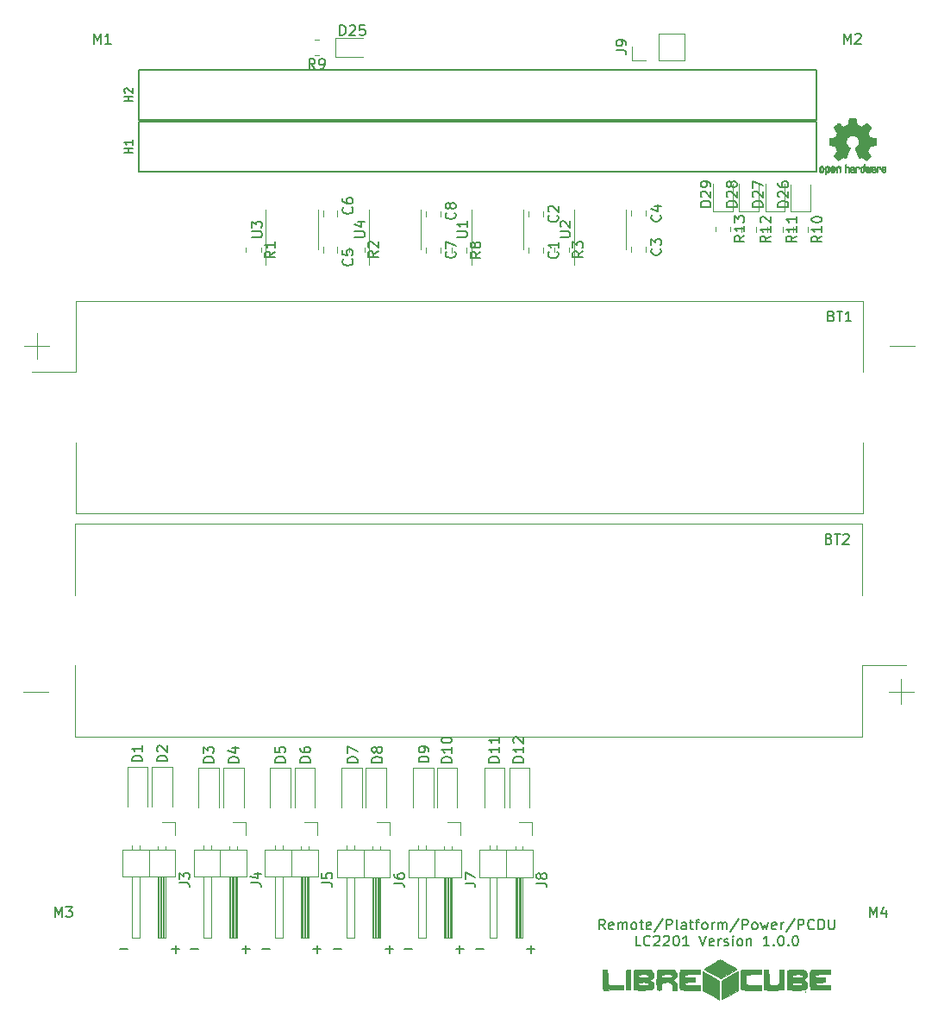
<source format=gbr>
G04 #@! TF.GenerationSoftware,KiCad,Pcbnew,(6.0.8)*
G04 #@! TF.CreationDate,2022-10-24T22:40:05+02:00*
G04 #@! TF.ProjectId,pcdu,70636475-2e6b-4696-9361-645f70636258,rev?*
G04 #@! TF.SameCoordinates,Original*
G04 #@! TF.FileFunction,Legend,Top*
G04 #@! TF.FilePolarity,Positive*
%FSLAX46Y46*%
G04 Gerber Fmt 4.6, Leading zero omitted, Abs format (unit mm)*
G04 Created by KiCad (PCBNEW (6.0.8)) date 2022-10-24 22:40:05*
%MOMM*%
%LPD*%
G01*
G04 APERTURE LIST*
%ADD10C,0.150000*%
%ADD11C,0.160000*%
%ADD12C,0.120000*%
%ADD13C,0.010000*%
G04 APERTURE END LIST*
D10*
X100101238Y-131489428D02*
X100863142Y-131489428D01*
X105148857Y-131489428D02*
X105910761Y-131489428D01*
X105529809Y-131870380D02*
X105529809Y-131108476D01*
X93201238Y-131489428D02*
X93963142Y-131489428D01*
X98248857Y-131489428D02*
X99010761Y-131489428D01*
X98629809Y-131870380D02*
X98629809Y-131108476D01*
X107101238Y-131489428D02*
X107863142Y-131489428D01*
X112148857Y-131489428D02*
X112910761Y-131489428D01*
X112529809Y-131870380D02*
X112529809Y-131108476D01*
X114201238Y-131489428D02*
X114963142Y-131489428D01*
X119248857Y-131489428D02*
X120010761Y-131489428D01*
X119629809Y-131870380D02*
X119629809Y-131108476D01*
X121101238Y-131489428D02*
X121863142Y-131489428D01*
X126148857Y-131489428D02*
X126910761Y-131489428D01*
X126529809Y-131870380D02*
X126529809Y-131108476D01*
X140823809Y-129547380D02*
X140490476Y-129071190D01*
X140252380Y-129547380D02*
X140252380Y-128547380D01*
X140633333Y-128547380D01*
X140728571Y-128595000D01*
X140776190Y-128642619D01*
X140823809Y-128737857D01*
X140823809Y-128880714D01*
X140776190Y-128975952D01*
X140728571Y-129023571D01*
X140633333Y-129071190D01*
X140252380Y-129071190D01*
X141633333Y-129499761D02*
X141538095Y-129547380D01*
X141347619Y-129547380D01*
X141252380Y-129499761D01*
X141204761Y-129404523D01*
X141204761Y-129023571D01*
X141252380Y-128928333D01*
X141347619Y-128880714D01*
X141538095Y-128880714D01*
X141633333Y-128928333D01*
X141680952Y-129023571D01*
X141680952Y-129118809D01*
X141204761Y-129214047D01*
X142109523Y-129547380D02*
X142109523Y-128880714D01*
X142109523Y-128975952D02*
X142157142Y-128928333D01*
X142252380Y-128880714D01*
X142395238Y-128880714D01*
X142490476Y-128928333D01*
X142538095Y-129023571D01*
X142538095Y-129547380D01*
X142538095Y-129023571D02*
X142585714Y-128928333D01*
X142680952Y-128880714D01*
X142823809Y-128880714D01*
X142919047Y-128928333D01*
X142966666Y-129023571D01*
X142966666Y-129547380D01*
X143585714Y-129547380D02*
X143490476Y-129499761D01*
X143442857Y-129452142D01*
X143395238Y-129356904D01*
X143395238Y-129071190D01*
X143442857Y-128975952D01*
X143490476Y-128928333D01*
X143585714Y-128880714D01*
X143728571Y-128880714D01*
X143823809Y-128928333D01*
X143871428Y-128975952D01*
X143919047Y-129071190D01*
X143919047Y-129356904D01*
X143871428Y-129452142D01*
X143823809Y-129499761D01*
X143728571Y-129547380D01*
X143585714Y-129547380D01*
X144204761Y-128880714D02*
X144585714Y-128880714D01*
X144347619Y-128547380D02*
X144347619Y-129404523D01*
X144395238Y-129499761D01*
X144490476Y-129547380D01*
X144585714Y-129547380D01*
X145300000Y-129499761D02*
X145204761Y-129547380D01*
X145014285Y-129547380D01*
X144919047Y-129499761D01*
X144871428Y-129404523D01*
X144871428Y-129023571D01*
X144919047Y-128928333D01*
X145014285Y-128880714D01*
X145204761Y-128880714D01*
X145300000Y-128928333D01*
X145347619Y-129023571D01*
X145347619Y-129118809D01*
X144871428Y-129214047D01*
X146490476Y-128499761D02*
X145633333Y-129785476D01*
X146823809Y-129547380D02*
X146823809Y-128547380D01*
X147204761Y-128547380D01*
X147300000Y-128595000D01*
X147347619Y-128642619D01*
X147395238Y-128737857D01*
X147395238Y-128880714D01*
X147347619Y-128975952D01*
X147300000Y-129023571D01*
X147204761Y-129071190D01*
X146823809Y-129071190D01*
X147966666Y-129547380D02*
X147871428Y-129499761D01*
X147823809Y-129404523D01*
X147823809Y-128547380D01*
X148776190Y-129547380D02*
X148776190Y-129023571D01*
X148728571Y-128928333D01*
X148633333Y-128880714D01*
X148442857Y-128880714D01*
X148347619Y-128928333D01*
X148776190Y-129499761D02*
X148680952Y-129547380D01*
X148442857Y-129547380D01*
X148347619Y-129499761D01*
X148300000Y-129404523D01*
X148300000Y-129309285D01*
X148347619Y-129214047D01*
X148442857Y-129166428D01*
X148680952Y-129166428D01*
X148776190Y-129118809D01*
X149109523Y-128880714D02*
X149490476Y-128880714D01*
X149252380Y-128547380D02*
X149252380Y-129404523D01*
X149300000Y-129499761D01*
X149395238Y-129547380D01*
X149490476Y-129547380D01*
X149680952Y-128880714D02*
X150061904Y-128880714D01*
X149823809Y-129547380D02*
X149823809Y-128690238D01*
X149871428Y-128595000D01*
X149966666Y-128547380D01*
X150061904Y-128547380D01*
X150538095Y-129547380D02*
X150442857Y-129499761D01*
X150395238Y-129452142D01*
X150347619Y-129356904D01*
X150347619Y-129071190D01*
X150395238Y-128975952D01*
X150442857Y-128928333D01*
X150538095Y-128880714D01*
X150680952Y-128880714D01*
X150776190Y-128928333D01*
X150823809Y-128975952D01*
X150871428Y-129071190D01*
X150871428Y-129356904D01*
X150823809Y-129452142D01*
X150776190Y-129499761D01*
X150680952Y-129547380D01*
X150538095Y-129547380D01*
X151300000Y-129547380D02*
X151300000Y-128880714D01*
X151300000Y-129071190D02*
X151347619Y-128975952D01*
X151395238Y-128928333D01*
X151490476Y-128880714D01*
X151585714Y-128880714D01*
X151919047Y-129547380D02*
X151919047Y-128880714D01*
X151919047Y-128975952D02*
X151966666Y-128928333D01*
X152061904Y-128880714D01*
X152204761Y-128880714D01*
X152300000Y-128928333D01*
X152347619Y-129023571D01*
X152347619Y-129547380D01*
X152347619Y-129023571D02*
X152395238Y-128928333D01*
X152490476Y-128880714D01*
X152633333Y-128880714D01*
X152728571Y-128928333D01*
X152776190Y-129023571D01*
X152776190Y-129547380D01*
X153966666Y-128499761D02*
X153109523Y-129785476D01*
X154300000Y-129547380D02*
X154300000Y-128547380D01*
X154680952Y-128547380D01*
X154776190Y-128595000D01*
X154823809Y-128642619D01*
X154871428Y-128737857D01*
X154871428Y-128880714D01*
X154823809Y-128975952D01*
X154776190Y-129023571D01*
X154680952Y-129071190D01*
X154300000Y-129071190D01*
X155442857Y-129547380D02*
X155347619Y-129499761D01*
X155300000Y-129452142D01*
X155252380Y-129356904D01*
X155252380Y-129071190D01*
X155300000Y-128975952D01*
X155347619Y-128928333D01*
X155442857Y-128880714D01*
X155585714Y-128880714D01*
X155680952Y-128928333D01*
X155728571Y-128975952D01*
X155776190Y-129071190D01*
X155776190Y-129356904D01*
X155728571Y-129452142D01*
X155680952Y-129499761D01*
X155585714Y-129547380D01*
X155442857Y-129547380D01*
X156109523Y-128880714D02*
X156300000Y-129547380D01*
X156490476Y-129071190D01*
X156680952Y-129547380D01*
X156871428Y-128880714D01*
X157633333Y-129499761D02*
X157538095Y-129547380D01*
X157347619Y-129547380D01*
X157252380Y-129499761D01*
X157204761Y-129404523D01*
X157204761Y-129023571D01*
X157252380Y-128928333D01*
X157347619Y-128880714D01*
X157538095Y-128880714D01*
X157633333Y-128928333D01*
X157680952Y-129023571D01*
X157680952Y-129118809D01*
X157204761Y-129214047D01*
X158109523Y-129547380D02*
X158109523Y-128880714D01*
X158109523Y-129071190D02*
X158157142Y-128975952D01*
X158204761Y-128928333D01*
X158300000Y-128880714D01*
X158395238Y-128880714D01*
X159442857Y-128499761D02*
X158585714Y-129785476D01*
X159776190Y-129547380D02*
X159776190Y-128547380D01*
X160157142Y-128547380D01*
X160252380Y-128595000D01*
X160300000Y-128642619D01*
X160347619Y-128737857D01*
X160347619Y-128880714D01*
X160300000Y-128975952D01*
X160252380Y-129023571D01*
X160157142Y-129071190D01*
X159776190Y-129071190D01*
X161347619Y-129452142D02*
X161300000Y-129499761D01*
X161157142Y-129547380D01*
X161061904Y-129547380D01*
X160919047Y-129499761D01*
X160823809Y-129404523D01*
X160776190Y-129309285D01*
X160728571Y-129118809D01*
X160728571Y-128975952D01*
X160776190Y-128785476D01*
X160823809Y-128690238D01*
X160919047Y-128595000D01*
X161061904Y-128547380D01*
X161157142Y-128547380D01*
X161300000Y-128595000D01*
X161347619Y-128642619D01*
X161776190Y-129547380D02*
X161776190Y-128547380D01*
X162014285Y-128547380D01*
X162157142Y-128595000D01*
X162252380Y-128690238D01*
X162300000Y-128785476D01*
X162347619Y-128975952D01*
X162347619Y-129118809D01*
X162300000Y-129309285D01*
X162252380Y-129404523D01*
X162157142Y-129499761D01*
X162014285Y-129547380D01*
X161776190Y-129547380D01*
X162776190Y-128547380D02*
X162776190Y-129356904D01*
X162823809Y-129452142D01*
X162871428Y-129499761D01*
X162966666Y-129547380D01*
X163157142Y-129547380D01*
X163252380Y-129499761D01*
X163300000Y-129452142D01*
X163347619Y-129356904D01*
X163347619Y-128547380D01*
X144323809Y-131157380D02*
X143847619Y-131157380D01*
X143847619Y-130157380D01*
X145228571Y-131062142D02*
X145180952Y-131109761D01*
X145038095Y-131157380D01*
X144942857Y-131157380D01*
X144800000Y-131109761D01*
X144704761Y-131014523D01*
X144657142Y-130919285D01*
X144609523Y-130728809D01*
X144609523Y-130585952D01*
X144657142Y-130395476D01*
X144704761Y-130300238D01*
X144800000Y-130205000D01*
X144942857Y-130157380D01*
X145038095Y-130157380D01*
X145180952Y-130205000D01*
X145228571Y-130252619D01*
X145609523Y-130252619D02*
X145657142Y-130205000D01*
X145752380Y-130157380D01*
X145990476Y-130157380D01*
X146085714Y-130205000D01*
X146133333Y-130252619D01*
X146180952Y-130347857D01*
X146180952Y-130443095D01*
X146133333Y-130585952D01*
X145561904Y-131157380D01*
X146180952Y-131157380D01*
X146561904Y-130252619D02*
X146609523Y-130205000D01*
X146704761Y-130157380D01*
X146942857Y-130157380D01*
X147038095Y-130205000D01*
X147085714Y-130252619D01*
X147133333Y-130347857D01*
X147133333Y-130443095D01*
X147085714Y-130585952D01*
X146514285Y-131157380D01*
X147133333Y-131157380D01*
X147752380Y-130157380D02*
X147847619Y-130157380D01*
X147942857Y-130205000D01*
X147990476Y-130252619D01*
X148038095Y-130347857D01*
X148085714Y-130538333D01*
X148085714Y-130776428D01*
X148038095Y-130966904D01*
X147990476Y-131062142D01*
X147942857Y-131109761D01*
X147847619Y-131157380D01*
X147752380Y-131157380D01*
X147657142Y-131109761D01*
X147609523Y-131062142D01*
X147561904Y-130966904D01*
X147514285Y-130776428D01*
X147514285Y-130538333D01*
X147561904Y-130347857D01*
X147609523Y-130252619D01*
X147657142Y-130205000D01*
X147752380Y-130157380D01*
X149038095Y-131157380D02*
X148466666Y-131157380D01*
X148752380Y-131157380D02*
X148752380Y-130157380D01*
X148657142Y-130300238D01*
X148561904Y-130395476D01*
X148466666Y-130443095D01*
X150085714Y-130157380D02*
X150419047Y-131157380D01*
X150752380Y-130157380D01*
X151466666Y-131109761D02*
X151371428Y-131157380D01*
X151180952Y-131157380D01*
X151085714Y-131109761D01*
X151038095Y-131014523D01*
X151038095Y-130633571D01*
X151085714Y-130538333D01*
X151180952Y-130490714D01*
X151371428Y-130490714D01*
X151466666Y-130538333D01*
X151514285Y-130633571D01*
X151514285Y-130728809D01*
X151038095Y-130824047D01*
X151942857Y-131157380D02*
X151942857Y-130490714D01*
X151942857Y-130681190D02*
X151990476Y-130585952D01*
X152038095Y-130538333D01*
X152133333Y-130490714D01*
X152228571Y-130490714D01*
X152514285Y-131109761D02*
X152609523Y-131157380D01*
X152800000Y-131157380D01*
X152895238Y-131109761D01*
X152942857Y-131014523D01*
X152942857Y-130966904D01*
X152895238Y-130871666D01*
X152800000Y-130824047D01*
X152657142Y-130824047D01*
X152561904Y-130776428D01*
X152514285Y-130681190D01*
X152514285Y-130633571D01*
X152561904Y-130538333D01*
X152657142Y-130490714D01*
X152800000Y-130490714D01*
X152895238Y-130538333D01*
X153371428Y-131157380D02*
X153371428Y-130490714D01*
X153371428Y-130157380D02*
X153323809Y-130205000D01*
X153371428Y-130252619D01*
X153419047Y-130205000D01*
X153371428Y-130157380D01*
X153371428Y-130252619D01*
X153990476Y-131157380D02*
X153895238Y-131109761D01*
X153847619Y-131062142D01*
X153800000Y-130966904D01*
X153800000Y-130681190D01*
X153847619Y-130585952D01*
X153895238Y-130538333D01*
X153990476Y-130490714D01*
X154133333Y-130490714D01*
X154228571Y-130538333D01*
X154276190Y-130585952D01*
X154323809Y-130681190D01*
X154323809Y-130966904D01*
X154276190Y-131062142D01*
X154228571Y-131109761D01*
X154133333Y-131157380D01*
X153990476Y-131157380D01*
X154752380Y-130490714D02*
X154752380Y-131157380D01*
X154752380Y-130585952D02*
X154800000Y-130538333D01*
X154895238Y-130490714D01*
X155038095Y-130490714D01*
X155133333Y-130538333D01*
X155180952Y-130633571D01*
X155180952Y-131157380D01*
X156942857Y-131157380D02*
X156371428Y-131157380D01*
X156657142Y-131157380D02*
X156657142Y-130157380D01*
X156561904Y-130300238D01*
X156466666Y-130395476D01*
X156371428Y-130443095D01*
X157371428Y-131062142D02*
X157419047Y-131109761D01*
X157371428Y-131157380D01*
X157323809Y-131109761D01*
X157371428Y-131062142D01*
X157371428Y-131157380D01*
X158038095Y-130157380D02*
X158133333Y-130157380D01*
X158228571Y-130205000D01*
X158276190Y-130252619D01*
X158323809Y-130347857D01*
X158371428Y-130538333D01*
X158371428Y-130776428D01*
X158323809Y-130966904D01*
X158276190Y-131062142D01*
X158228571Y-131109761D01*
X158133333Y-131157380D01*
X158038095Y-131157380D01*
X157942857Y-131109761D01*
X157895238Y-131062142D01*
X157847619Y-130966904D01*
X157800000Y-130776428D01*
X157800000Y-130538333D01*
X157847619Y-130347857D01*
X157895238Y-130252619D01*
X157942857Y-130205000D01*
X158038095Y-130157380D01*
X158800000Y-131062142D02*
X158847619Y-131109761D01*
X158800000Y-131157380D01*
X158752380Y-131109761D01*
X158800000Y-131062142D01*
X158800000Y-131157380D01*
X159466666Y-130157380D02*
X159561904Y-130157380D01*
X159657142Y-130205000D01*
X159704761Y-130252619D01*
X159752380Y-130347857D01*
X159800000Y-130538333D01*
X159800000Y-130776428D01*
X159752380Y-130966904D01*
X159704761Y-131062142D01*
X159657142Y-131109761D01*
X159561904Y-131157380D01*
X159466666Y-131157380D01*
X159371428Y-131109761D01*
X159323809Y-131062142D01*
X159276190Y-130966904D01*
X159228571Y-130776428D01*
X159228571Y-130538333D01*
X159276190Y-130347857D01*
X159323809Y-130252619D01*
X159371428Y-130205000D01*
X159466666Y-130157380D01*
X128101238Y-131489428D02*
X128863142Y-131489428D01*
X133148857Y-131489428D02*
X133910761Y-131489428D01*
X133529809Y-131870380D02*
X133529809Y-131108476D01*
D11*
X94401904Y-53314523D02*
X93601904Y-53314523D01*
X93982857Y-53314523D02*
X93982857Y-52857380D01*
X94401904Y-52857380D02*
X93601904Y-52857380D01*
X94401904Y-52057380D02*
X94401904Y-52514523D01*
X94401904Y-52285952D02*
X93601904Y-52285952D01*
X93716190Y-52362142D01*
X93792380Y-52438333D01*
X93830476Y-52514523D01*
X94401904Y-48234523D02*
X93601904Y-48234523D01*
X93982857Y-48234523D02*
X93982857Y-47777380D01*
X94401904Y-47777380D02*
X93601904Y-47777380D01*
X93678095Y-47434523D02*
X93640000Y-47396428D01*
X93601904Y-47320238D01*
X93601904Y-47129761D01*
X93640000Y-47053571D01*
X93678095Y-47015476D01*
X93754285Y-46977380D01*
X93830476Y-46977380D01*
X93944761Y-47015476D01*
X94401904Y-47472619D01*
X94401904Y-46977380D01*
D10*
X90630476Y-42607380D02*
X90630476Y-41607380D01*
X90963809Y-42321666D01*
X91297142Y-41607380D01*
X91297142Y-42607380D01*
X92297142Y-42607380D02*
X91725714Y-42607380D01*
X92011428Y-42607380D02*
X92011428Y-41607380D01*
X91916190Y-41750238D01*
X91820952Y-41845476D01*
X91725714Y-41893095D01*
X164290476Y-42607380D02*
X164290476Y-41607380D01*
X164623809Y-42321666D01*
X164957142Y-41607380D01*
X164957142Y-42607380D01*
X165385714Y-41702619D02*
X165433333Y-41655000D01*
X165528571Y-41607380D01*
X165766666Y-41607380D01*
X165861904Y-41655000D01*
X165909523Y-41702619D01*
X165957142Y-41797857D01*
X165957142Y-41893095D01*
X165909523Y-42035952D01*
X165338095Y-42607380D01*
X165957142Y-42607380D01*
X86820476Y-128332380D02*
X86820476Y-127332380D01*
X87153809Y-128046666D01*
X87487142Y-127332380D01*
X87487142Y-128332380D01*
X87868095Y-127332380D02*
X88487142Y-127332380D01*
X88153809Y-127713333D01*
X88296666Y-127713333D01*
X88391904Y-127760952D01*
X88439523Y-127808571D01*
X88487142Y-127903809D01*
X88487142Y-128141904D01*
X88439523Y-128237142D01*
X88391904Y-128284761D01*
X88296666Y-128332380D01*
X88010952Y-128332380D01*
X87915714Y-128284761D01*
X87868095Y-128237142D01*
X166830476Y-128332380D02*
X166830476Y-127332380D01*
X167163809Y-128046666D01*
X167497142Y-127332380D01*
X167497142Y-128332380D01*
X168401904Y-127665714D02*
X168401904Y-128332380D01*
X168163809Y-127284761D02*
X167925714Y-127999047D01*
X168544761Y-127999047D01*
X136125091Y-63041666D02*
X136172710Y-63089285D01*
X136220329Y-63232142D01*
X136220329Y-63327380D01*
X136172710Y-63470238D01*
X136077472Y-63565476D01*
X135982234Y-63613095D01*
X135791758Y-63660714D01*
X135648901Y-63660714D01*
X135458425Y-63613095D01*
X135363187Y-63565476D01*
X135267949Y-63470238D01*
X135220329Y-63327380D01*
X135220329Y-63232142D01*
X135267949Y-63089285D01*
X135315568Y-63041666D01*
X136220329Y-62089285D02*
X136220329Y-62660714D01*
X136220329Y-62375000D02*
X135220329Y-62375000D01*
X135363187Y-62470238D01*
X135458425Y-62565476D01*
X135506044Y-62660714D01*
X136125091Y-59485666D02*
X136172710Y-59533285D01*
X136220329Y-59676142D01*
X136220329Y-59771380D01*
X136172710Y-59914238D01*
X136077472Y-60009476D01*
X135982234Y-60057095D01*
X135791758Y-60104714D01*
X135648901Y-60104714D01*
X135458425Y-60057095D01*
X135363187Y-60009476D01*
X135267949Y-59914238D01*
X135220329Y-59771380D01*
X135220329Y-59676142D01*
X135267949Y-59533285D01*
X135315568Y-59485666D01*
X135315568Y-59104714D02*
X135267949Y-59057095D01*
X135220329Y-58961857D01*
X135220329Y-58723761D01*
X135267949Y-58628523D01*
X135315568Y-58580904D01*
X135410806Y-58533285D01*
X135506044Y-58533285D01*
X135648901Y-58580904D01*
X136220329Y-59152333D01*
X136220329Y-58533285D01*
X146232091Y-62737666D02*
X146279710Y-62785285D01*
X146327329Y-62928142D01*
X146327329Y-63023380D01*
X146279710Y-63166238D01*
X146184472Y-63261476D01*
X146089234Y-63309095D01*
X145898758Y-63356714D01*
X145755901Y-63356714D01*
X145565425Y-63309095D01*
X145470187Y-63261476D01*
X145374949Y-63166238D01*
X145327329Y-63023380D01*
X145327329Y-62928142D01*
X145374949Y-62785285D01*
X145422568Y-62737666D01*
X145327329Y-62404333D02*
X145327329Y-61785285D01*
X145708282Y-62118619D01*
X145708282Y-61975761D01*
X145755901Y-61880523D01*
X145803520Y-61832904D01*
X145898758Y-61785285D01*
X146136853Y-61785285D01*
X146232091Y-61832904D01*
X146279710Y-61880523D01*
X146327329Y-61975761D01*
X146327329Y-62261476D01*
X146279710Y-62356714D01*
X146232091Y-62404333D01*
X136389241Y-61599536D02*
X137198765Y-61599536D01*
X137294003Y-61551917D01*
X137341622Y-61504298D01*
X137389241Y-61409060D01*
X137389241Y-61218584D01*
X137341622Y-61123346D01*
X137294003Y-61075727D01*
X137198765Y-61028108D01*
X136389241Y-61028108D01*
X136484480Y-60599536D02*
X136436861Y-60551917D01*
X136389241Y-60456679D01*
X136389241Y-60218584D01*
X136436861Y-60123346D01*
X136484480Y-60075727D01*
X136579718Y-60028108D01*
X136674956Y-60028108D01*
X136817813Y-60075727D01*
X137389241Y-60647155D01*
X137389241Y-60028108D01*
X106119241Y-61624536D02*
X106928765Y-61624536D01*
X107024003Y-61576917D01*
X107071622Y-61529298D01*
X107119241Y-61434060D01*
X107119241Y-61243584D01*
X107071622Y-61148346D01*
X107024003Y-61100727D01*
X106928765Y-61053108D01*
X106119241Y-61053108D01*
X106119241Y-60672155D02*
X106119241Y-60053108D01*
X106500194Y-60386441D01*
X106500194Y-60243584D01*
X106547813Y-60148346D01*
X106595432Y-60100727D01*
X106690670Y-60053108D01*
X106928765Y-60053108D01*
X107024003Y-60100727D01*
X107071622Y-60148346D01*
X107119241Y-60243584D01*
X107119241Y-60529298D01*
X107071622Y-60624536D01*
X107024003Y-60672155D01*
X126289241Y-61599536D02*
X127098765Y-61599536D01*
X127194003Y-61551917D01*
X127241622Y-61504298D01*
X127289241Y-61409060D01*
X127289241Y-61218584D01*
X127241622Y-61123346D01*
X127194003Y-61075727D01*
X127098765Y-61028108D01*
X126289241Y-61028108D01*
X127289241Y-60028108D02*
X127289241Y-60599536D01*
X127289241Y-60313822D02*
X126289241Y-60313822D01*
X126432099Y-60409060D01*
X126527337Y-60504298D01*
X126574956Y-60599536D01*
X146232091Y-59435666D02*
X146279710Y-59483285D01*
X146327329Y-59626142D01*
X146327329Y-59721380D01*
X146279710Y-59864238D01*
X146184472Y-59959476D01*
X146089234Y-60007095D01*
X145898758Y-60054714D01*
X145755901Y-60054714D01*
X145565425Y-60007095D01*
X145470187Y-59959476D01*
X145374949Y-59864238D01*
X145327329Y-59721380D01*
X145327329Y-59626142D01*
X145374949Y-59483285D01*
X145422568Y-59435666D01*
X145660663Y-58578523D02*
X146327329Y-58578523D01*
X145279710Y-58816619D02*
X145993996Y-59054714D01*
X145993996Y-58435666D01*
X115952003Y-63773798D02*
X115999622Y-63821417D01*
X116047241Y-63964274D01*
X116047241Y-64059512D01*
X115999622Y-64202370D01*
X115904384Y-64297608D01*
X115809146Y-64345227D01*
X115618670Y-64392846D01*
X115475813Y-64392846D01*
X115285337Y-64345227D01*
X115190099Y-64297608D01*
X115094861Y-64202370D01*
X115047241Y-64059512D01*
X115047241Y-63964274D01*
X115094861Y-63821417D01*
X115142480Y-63773798D01*
X115047241Y-62869036D02*
X115047241Y-63345227D01*
X115523432Y-63392846D01*
X115475813Y-63345227D01*
X115428194Y-63249989D01*
X115428194Y-63011893D01*
X115475813Y-62916655D01*
X115523432Y-62869036D01*
X115618670Y-62821417D01*
X115856765Y-62821417D01*
X115952003Y-62869036D01*
X115999622Y-62916655D01*
X116047241Y-63011893D01*
X116047241Y-63249989D01*
X115999622Y-63345227D01*
X115952003Y-63392846D01*
X115952003Y-58693798D02*
X115999622Y-58741417D01*
X116047241Y-58884274D01*
X116047241Y-58979512D01*
X115999622Y-59122370D01*
X115904384Y-59217608D01*
X115809146Y-59265227D01*
X115618670Y-59312846D01*
X115475813Y-59312846D01*
X115285337Y-59265227D01*
X115190099Y-59217608D01*
X115094861Y-59122370D01*
X115047241Y-58979512D01*
X115047241Y-58884274D01*
X115094861Y-58741417D01*
X115142480Y-58693798D01*
X115047241Y-57836655D02*
X115047241Y-58027132D01*
X115094861Y-58122370D01*
X115142480Y-58169989D01*
X115285337Y-58265227D01*
X115475813Y-58312846D01*
X115856765Y-58312846D01*
X115952003Y-58265227D01*
X115999622Y-58217608D01*
X116047241Y-58122370D01*
X116047241Y-57931893D01*
X115999622Y-57836655D01*
X115952003Y-57789036D01*
X115856765Y-57741417D01*
X115618670Y-57741417D01*
X115523432Y-57789036D01*
X115475813Y-57836655D01*
X115428194Y-57931893D01*
X115428194Y-58122370D01*
X115475813Y-58217608D01*
X115523432Y-58265227D01*
X115618670Y-58312846D01*
X116232171Y-61599168D02*
X117041695Y-61599168D01*
X117136933Y-61551549D01*
X117184552Y-61503930D01*
X117232171Y-61408692D01*
X117232171Y-61218216D01*
X117184552Y-61122978D01*
X117136933Y-61075359D01*
X117041695Y-61027740D01*
X116232171Y-61027740D01*
X116565505Y-60122978D02*
X117232171Y-60122978D01*
X116184552Y-60361073D02*
X116898838Y-60599168D01*
X116898838Y-59980121D01*
X126052933Y-63016798D02*
X126100552Y-63064417D01*
X126148171Y-63207274D01*
X126148171Y-63302512D01*
X126100552Y-63445370D01*
X126005314Y-63540608D01*
X125910076Y-63588227D01*
X125719600Y-63635846D01*
X125576743Y-63635846D01*
X125386267Y-63588227D01*
X125291029Y-63540608D01*
X125195791Y-63445370D01*
X125148171Y-63302512D01*
X125148171Y-63207274D01*
X125195791Y-63064417D01*
X125243410Y-63016798D01*
X125148171Y-62683465D02*
X125148171Y-62016798D01*
X126148171Y-62445370D01*
X126052933Y-59206798D02*
X126100552Y-59254417D01*
X126148171Y-59397274D01*
X126148171Y-59492512D01*
X126100552Y-59635370D01*
X126005314Y-59730608D01*
X125910076Y-59778227D01*
X125719600Y-59825846D01*
X125576743Y-59825846D01*
X125386267Y-59778227D01*
X125291029Y-59730608D01*
X125195791Y-59635370D01*
X125148171Y-59492512D01*
X125148171Y-59397274D01*
X125195791Y-59254417D01*
X125243410Y-59206798D01*
X125576743Y-58635370D02*
X125529124Y-58730608D01*
X125481505Y-58778227D01*
X125386267Y-58825846D01*
X125338648Y-58825846D01*
X125243410Y-58778227D01*
X125195791Y-58730608D01*
X125148171Y-58635370D01*
X125148171Y-58444893D01*
X125195791Y-58349655D01*
X125243410Y-58302036D01*
X125338648Y-58254417D01*
X125386267Y-58254417D01*
X125481505Y-58302036D01*
X125529124Y-58349655D01*
X125576743Y-58444893D01*
X125576743Y-58635370D01*
X125624362Y-58730608D01*
X125671981Y-58778227D01*
X125767219Y-58825846D01*
X125957695Y-58825846D01*
X126052933Y-58778227D01*
X126100552Y-58730608D01*
X126148171Y-58635370D01*
X126148171Y-58444893D01*
X126100552Y-58349655D01*
X126052933Y-58302036D01*
X125957695Y-58254417D01*
X125767219Y-58254417D01*
X125671981Y-58302036D01*
X125624362Y-58349655D01*
X125576743Y-58444893D01*
X141902380Y-43259333D02*
X142616666Y-43259333D01*
X142759523Y-43306952D01*
X142854761Y-43402190D01*
X142902380Y-43545047D01*
X142902380Y-43640285D01*
X142902380Y-42735523D02*
X142902380Y-42545047D01*
X142854761Y-42449809D01*
X142807142Y-42402190D01*
X142664285Y-42306952D01*
X142473809Y-42259333D01*
X142092857Y-42259333D01*
X141997619Y-42306952D01*
X141950000Y-42354571D01*
X141902380Y-42449809D01*
X141902380Y-42640285D01*
X141950000Y-42735523D01*
X141997619Y-42783142D01*
X142092857Y-42830761D01*
X142330952Y-42830761D01*
X142426190Y-42783142D01*
X142473809Y-42735523D01*
X142521428Y-42640285D01*
X142521428Y-42449809D01*
X142473809Y-42354571D01*
X142426190Y-42306952D01*
X142330952Y-42259333D01*
X123509780Y-113131875D02*
X122509780Y-113131875D01*
X122509780Y-112893780D01*
X122557400Y-112750922D01*
X122652638Y-112655684D01*
X122747876Y-112608065D01*
X122938352Y-112560446D01*
X123081209Y-112560446D01*
X123271685Y-112608065D01*
X123366923Y-112655684D01*
X123462161Y-112750922D01*
X123509780Y-112893780D01*
X123509780Y-113131875D01*
X123509780Y-112084256D02*
X123509780Y-111893780D01*
X123462161Y-111798541D01*
X123414542Y-111750922D01*
X123271685Y-111655684D01*
X123081209Y-111608065D01*
X122700257Y-111608065D01*
X122605019Y-111655684D01*
X122557400Y-111703303D01*
X122509780Y-111798541D01*
X122509780Y-111989018D01*
X122557400Y-112084256D01*
X122605019Y-112131875D01*
X122700257Y-112179494D01*
X122938352Y-112179494D01*
X123033590Y-112131875D01*
X123081209Y-112084256D01*
X123128828Y-111989018D01*
X123128828Y-111798541D01*
X123081209Y-111703303D01*
X123033590Y-111655684D01*
X122938352Y-111608065D01*
X118927080Y-113162355D02*
X117927080Y-113162355D01*
X117927080Y-112924260D01*
X117974700Y-112781402D01*
X118069938Y-112686164D01*
X118165176Y-112638545D01*
X118355652Y-112590926D01*
X118498509Y-112590926D01*
X118688985Y-112638545D01*
X118784223Y-112686164D01*
X118879461Y-112781402D01*
X118927080Y-112924260D01*
X118927080Y-113162355D01*
X118355652Y-112019498D02*
X118308033Y-112114736D01*
X118260414Y-112162355D01*
X118165176Y-112209974D01*
X118117557Y-112209974D01*
X118022319Y-112162355D01*
X117974700Y-112114736D01*
X117927080Y-112019498D01*
X117927080Y-111829021D01*
X117974700Y-111733783D01*
X118022319Y-111686164D01*
X118117557Y-111638545D01*
X118165176Y-111638545D01*
X118260414Y-111686164D01*
X118308033Y-111733783D01*
X118355652Y-111829021D01*
X118355652Y-112019498D01*
X118403271Y-112114736D01*
X118450890Y-112162355D01*
X118546128Y-112209974D01*
X118736604Y-112209974D01*
X118831842Y-112162355D01*
X118879461Y-112114736D01*
X118927080Y-112019498D01*
X118927080Y-111829021D01*
X118879461Y-111733783D01*
X118831842Y-111686164D01*
X118736604Y-111638545D01*
X118546128Y-111638545D01*
X118450890Y-111686164D01*
X118403271Y-111733783D01*
X118355652Y-111829021D01*
X132796940Y-113145785D02*
X131796940Y-113145785D01*
X131796940Y-112907690D01*
X131844560Y-112764833D01*
X131939798Y-112669595D01*
X132035036Y-112621976D01*
X132225512Y-112574357D01*
X132368369Y-112574357D01*
X132558845Y-112621976D01*
X132654083Y-112669595D01*
X132749321Y-112764833D01*
X132796940Y-112907690D01*
X132796940Y-113145785D01*
X132796940Y-111621976D02*
X132796940Y-112193404D01*
X132796940Y-111907690D02*
X131796940Y-111907690D01*
X131939798Y-112002928D01*
X132035036Y-112098166D01*
X132082655Y-112193404D01*
X131892179Y-111241023D02*
X131844560Y-111193404D01*
X131796940Y-111098166D01*
X131796940Y-110860071D01*
X131844560Y-110764833D01*
X131892179Y-110717214D01*
X131987417Y-110669595D01*
X132082655Y-110669595D01*
X132225512Y-110717214D01*
X132796940Y-111288642D01*
X132796940Y-110669595D01*
X116501660Y-113177595D02*
X115501660Y-113177595D01*
X115501660Y-112939500D01*
X115549280Y-112796642D01*
X115644518Y-112701404D01*
X115739756Y-112653785D01*
X115930232Y-112606166D01*
X116073089Y-112606166D01*
X116263565Y-112653785D01*
X116358803Y-112701404D01*
X116454041Y-112796642D01*
X116501660Y-112939500D01*
X116501660Y-113177595D01*
X115501660Y-112272833D02*
X115501660Y-111606166D01*
X116501660Y-112034738D01*
X125765020Y-113168645D02*
X124765020Y-113168645D01*
X124765020Y-112930550D01*
X124812640Y-112787693D01*
X124907878Y-112692455D01*
X125003116Y-112644836D01*
X125193592Y-112597217D01*
X125336449Y-112597217D01*
X125526925Y-112644836D01*
X125622163Y-112692455D01*
X125717401Y-112787693D01*
X125765020Y-112930550D01*
X125765020Y-113168645D01*
X125765020Y-111644836D02*
X125765020Y-112216264D01*
X125765020Y-111930550D02*
X124765020Y-111930550D01*
X124907878Y-112025788D01*
X125003116Y-112121026D01*
X125050735Y-112216264D01*
X124765020Y-111025788D02*
X124765020Y-110930550D01*
X124812640Y-110835312D01*
X124860259Y-110787693D01*
X124955497Y-110740074D01*
X125145973Y-110692455D01*
X125384068Y-110692455D01*
X125574544Y-110740074D01*
X125669782Y-110787693D01*
X125717401Y-110835312D01*
X125765020Y-110930550D01*
X125765020Y-111025788D01*
X125717401Y-111121026D01*
X125669782Y-111168645D01*
X125574544Y-111216264D01*
X125384068Y-111263883D01*
X125145973Y-111263883D01*
X124955497Y-111216264D01*
X124860259Y-111168645D01*
X124812640Y-111121026D01*
X124765020Y-111025788D01*
X127087380Y-125015833D02*
X127801666Y-125015833D01*
X127944523Y-125063452D01*
X128039761Y-125158690D01*
X128087380Y-125301547D01*
X128087380Y-125396785D01*
X127087380Y-124634880D02*
X127087380Y-123968214D01*
X128087380Y-124396785D01*
X134087380Y-125015833D02*
X134801666Y-125015833D01*
X134944523Y-125063452D01*
X135039761Y-125158690D01*
X135087380Y-125301547D01*
X135087380Y-125396785D01*
X134515952Y-124396785D02*
X134468333Y-124492023D01*
X134420714Y-124539642D01*
X134325476Y-124587261D01*
X134277857Y-124587261D01*
X134182619Y-124539642D01*
X134135000Y-124492023D01*
X134087380Y-124396785D01*
X134087380Y-124206309D01*
X134135000Y-124111071D01*
X134182619Y-124063452D01*
X134277857Y-124015833D01*
X134325476Y-124015833D01*
X134420714Y-124063452D01*
X134468333Y-124111071D01*
X134515952Y-124206309D01*
X134515952Y-124396785D01*
X134563571Y-124492023D01*
X134611190Y-124539642D01*
X134706428Y-124587261D01*
X134896904Y-124587261D01*
X134992142Y-124539642D01*
X135039761Y-124492023D01*
X135087380Y-124396785D01*
X135087380Y-124206309D01*
X135039761Y-124111071D01*
X134992142Y-124063452D01*
X134896904Y-124015833D01*
X134706428Y-124015833D01*
X134611190Y-124063452D01*
X134563571Y-124111071D01*
X134515952Y-124206309D01*
X120087380Y-125015833D02*
X120801666Y-125015833D01*
X120944523Y-125063452D01*
X121039761Y-125158690D01*
X121087380Y-125301547D01*
X121087380Y-125396785D01*
X120087380Y-124111071D02*
X120087380Y-124301547D01*
X120135000Y-124396785D01*
X120182619Y-124444404D01*
X120325476Y-124539642D01*
X120515952Y-124587261D01*
X120896904Y-124587261D01*
X120992142Y-124539642D01*
X121039761Y-124492023D01*
X121087380Y-124396785D01*
X121087380Y-124206309D01*
X121039761Y-124111071D01*
X120992142Y-124063452D01*
X120896904Y-124015833D01*
X120658809Y-124015833D01*
X120563571Y-124063452D01*
X120515952Y-124111071D01*
X120468333Y-124206309D01*
X120468333Y-124396785D01*
X120515952Y-124492023D01*
X120563571Y-124539642D01*
X120658809Y-124587261D01*
X162817285Y-91203571D02*
X162960142Y-91251190D01*
X163007761Y-91298809D01*
X163055380Y-91394047D01*
X163055380Y-91536904D01*
X163007761Y-91632142D01*
X162960142Y-91679761D01*
X162864904Y-91727380D01*
X162483952Y-91727380D01*
X162483952Y-90727380D01*
X162817285Y-90727380D01*
X162912523Y-90775000D01*
X162960142Y-90822619D01*
X163007761Y-90917857D01*
X163007761Y-91013095D01*
X162960142Y-91108333D01*
X162912523Y-91155952D01*
X162817285Y-91203571D01*
X162483952Y-91203571D01*
X163341095Y-90727380D02*
X163912523Y-90727380D01*
X163626809Y-91727380D02*
X163626809Y-90727380D01*
X164198238Y-90822619D02*
X164245857Y-90775000D01*
X164341095Y-90727380D01*
X164579190Y-90727380D01*
X164674428Y-90775000D01*
X164722047Y-90822619D01*
X164769666Y-90917857D01*
X164769666Y-91013095D01*
X164722047Y-91155952D01*
X164150619Y-91727380D01*
X164769666Y-91727380D01*
X163044285Y-69332571D02*
X163187142Y-69380190D01*
X163234761Y-69427809D01*
X163282380Y-69523047D01*
X163282380Y-69665904D01*
X163234761Y-69761142D01*
X163187142Y-69808761D01*
X163091904Y-69856380D01*
X162710952Y-69856380D01*
X162710952Y-68856380D01*
X163044285Y-68856380D01*
X163139523Y-68904000D01*
X163187142Y-68951619D01*
X163234761Y-69046857D01*
X163234761Y-69142095D01*
X163187142Y-69237333D01*
X163139523Y-69284952D01*
X163044285Y-69332571D01*
X162710952Y-69332571D01*
X163568095Y-68856380D02*
X164139523Y-68856380D01*
X163853809Y-69856380D02*
X163853809Y-68856380D01*
X164996666Y-69856380D02*
X164425238Y-69856380D01*
X164710952Y-69856380D02*
X164710952Y-68856380D01*
X164615714Y-68999238D01*
X164520476Y-69094476D01*
X164425238Y-69142095D01*
X102393560Y-113148095D02*
X101393560Y-113148095D01*
X101393560Y-112910000D01*
X101441180Y-112767142D01*
X101536418Y-112671904D01*
X101631656Y-112624285D01*
X101822132Y-112576666D01*
X101964989Y-112576666D01*
X102155465Y-112624285D01*
X102250703Y-112671904D01*
X102345941Y-112767142D01*
X102393560Y-112910000D01*
X102393560Y-113148095D01*
X101393560Y-112243333D02*
X101393560Y-111624285D01*
X101774513Y-111957619D01*
X101774513Y-111814761D01*
X101822132Y-111719523D01*
X101869751Y-111671904D01*
X101964989Y-111624285D01*
X102203084Y-111624285D01*
X102298322Y-111671904D01*
X102345941Y-111719523D01*
X102393560Y-111814761D01*
X102393560Y-112100476D01*
X102345941Y-112195714D01*
X102298322Y-112243333D01*
X99018380Y-124986333D02*
X99732666Y-124986333D01*
X99875523Y-125033952D01*
X99970761Y-125129190D01*
X100018380Y-125272047D01*
X100018380Y-125367285D01*
X99018380Y-124605380D02*
X99018380Y-123986333D01*
X99399333Y-124319666D01*
X99399333Y-124176809D01*
X99446952Y-124081571D01*
X99494571Y-124033952D01*
X99589809Y-123986333D01*
X99827904Y-123986333D01*
X99923142Y-124033952D01*
X99970761Y-124081571D01*
X100018380Y-124176809D01*
X100018380Y-124462523D01*
X99970761Y-124557761D01*
X99923142Y-124605380D01*
X111861060Y-113148095D02*
X110861060Y-113148095D01*
X110861060Y-112910000D01*
X110908680Y-112767142D01*
X111003918Y-112671904D01*
X111099156Y-112624285D01*
X111289632Y-112576666D01*
X111432489Y-112576666D01*
X111622965Y-112624285D01*
X111718203Y-112671904D01*
X111813441Y-112767142D01*
X111861060Y-112910000D01*
X111861060Y-113148095D01*
X110861060Y-111719523D02*
X110861060Y-111910000D01*
X110908680Y-112005238D01*
X110956299Y-112052857D01*
X111099156Y-112148095D01*
X111289632Y-112195714D01*
X111670584Y-112195714D01*
X111765822Y-112148095D01*
X111813441Y-112100476D01*
X111861060Y-112005238D01*
X111861060Y-111814761D01*
X111813441Y-111719523D01*
X111765822Y-111671904D01*
X111670584Y-111624285D01*
X111432489Y-111624285D01*
X111337251Y-111671904D01*
X111289632Y-111719523D01*
X111242013Y-111814761D01*
X111242013Y-112005238D01*
X111289632Y-112100476D01*
X111337251Y-112148095D01*
X111432489Y-112195714D01*
X106018380Y-124986333D02*
X106732666Y-124986333D01*
X106875523Y-125033952D01*
X106970761Y-125129190D01*
X107018380Y-125272047D01*
X107018380Y-125367285D01*
X106351714Y-124081571D02*
X107018380Y-124081571D01*
X105970761Y-124319666D02*
X106685047Y-124557761D01*
X106685047Y-123938714D01*
X104832620Y-113160795D02*
X103832620Y-113160795D01*
X103832620Y-112922700D01*
X103880240Y-112779842D01*
X103975478Y-112684604D01*
X104070716Y-112636985D01*
X104261192Y-112589366D01*
X104404049Y-112589366D01*
X104594525Y-112636985D01*
X104689763Y-112684604D01*
X104785001Y-112779842D01*
X104832620Y-112922700D01*
X104832620Y-113160795D01*
X104165954Y-111732223D02*
X104832620Y-111732223D01*
X103785001Y-111970319D02*
X104499287Y-112208414D01*
X104499287Y-111589366D01*
X109411840Y-113148095D02*
X108411840Y-113148095D01*
X108411840Y-112910000D01*
X108459460Y-112767142D01*
X108554698Y-112671904D01*
X108649936Y-112624285D01*
X108840412Y-112576666D01*
X108983269Y-112576666D01*
X109173745Y-112624285D01*
X109268983Y-112671904D01*
X109364221Y-112767142D01*
X109411840Y-112910000D01*
X109411840Y-113148095D01*
X108411840Y-111671904D02*
X108411840Y-112148095D01*
X108888031Y-112195714D01*
X108840412Y-112148095D01*
X108792793Y-112052857D01*
X108792793Y-111814761D01*
X108840412Y-111719523D01*
X108888031Y-111671904D01*
X108983269Y-111624285D01*
X109221364Y-111624285D01*
X109316602Y-111671904D01*
X109364221Y-111719523D01*
X109411840Y-111814761D01*
X109411840Y-112052857D01*
X109364221Y-112148095D01*
X109316602Y-112195714D01*
X97814340Y-113048095D02*
X96814340Y-113048095D01*
X96814340Y-112810000D01*
X96861960Y-112667142D01*
X96957198Y-112571904D01*
X97052436Y-112524285D01*
X97242912Y-112476666D01*
X97385769Y-112476666D01*
X97576245Y-112524285D01*
X97671483Y-112571904D01*
X97766721Y-112667142D01*
X97814340Y-112810000D01*
X97814340Y-113048095D01*
X96909579Y-112095714D02*
X96861960Y-112048095D01*
X96814340Y-111952857D01*
X96814340Y-111714761D01*
X96861960Y-111619523D01*
X96909579Y-111571904D01*
X97004817Y-111524285D01*
X97100055Y-111524285D01*
X97242912Y-111571904D01*
X97814340Y-112143333D01*
X97814340Y-111524285D01*
X113018380Y-124986333D02*
X113732666Y-124986333D01*
X113875523Y-125033952D01*
X113970761Y-125129190D01*
X114018380Y-125272047D01*
X114018380Y-125367285D01*
X113018380Y-124033952D02*
X113018380Y-124510142D01*
X113494571Y-124557761D01*
X113446952Y-124510142D01*
X113399333Y-124414904D01*
X113399333Y-124176809D01*
X113446952Y-124081571D01*
X113494571Y-124033952D01*
X113589809Y-123986333D01*
X113827904Y-123986333D01*
X113923142Y-124033952D01*
X113970761Y-124081571D01*
X114018380Y-124176809D01*
X114018380Y-124414904D01*
X113970761Y-124510142D01*
X113923142Y-124557761D01*
X130395980Y-113145785D02*
X129395980Y-113145785D01*
X129395980Y-112907690D01*
X129443600Y-112764833D01*
X129538838Y-112669595D01*
X129634076Y-112621976D01*
X129824552Y-112574357D01*
X129967409Y-112574357D01*
X130157885Y-112621976D01*
X130253123Y-112669595D01*
X130348361Y-112764833D01*
X130395980Y-112907690D01*
X130395980Y-113145785D01*
X130395980Y-111621976D02*
X130395980Y-112193404D01*
X130395980Y-111907690D02*
X129395980Y-111907690D01*
X129538838Y-112002928D01*
X129634076Y-112098166D01*
X129681695Y-112193404D01*
X130395980Y-110669595D02*
X130395980Y-111241023D01*
X130395980Y-110955309D02*
X129395980Y-110955309D01*
X129538838Y-111050547D01*
X129634076Y-111145785D01*
X129681695Y-111241023D01*
X95356500Y-113048095D02*
X94356500Y-113048095D01*
X94356500Y-112810000D01*
X94404120Y-112667142D01*
X94499358Y-112571904D01*
X94594596Y-112524285D01*
X94785072Y-112476666D01*
X94927929Y-112476666D01*
X95118405Y-112524285D01*
X95213643Y-112571904D01*
X95308881Y-112667142D01*
X95356500Y-112810000D01*
X95356500Y-113048095D01*
X95356500Y-111524285D02*
X95356500Y-112095714D01*
X95356500Y-111810000D02*
X94356500Y-111810000D01*
X94499358Y-111905238D01*
X94594596Y-112000476D01*
X94642215Y-112095714D01*
X159602380Y-61492857D02*
X159126190Y-61826190D01*
X159602380Y-62064285D02*
X158602380Y-62064285D01*
X158602380Y-61683333D01*
X158650000Y-61588095D01*
X158697619Y-61540476D01*
X158792857Y-61492857D01*
X158935714Y-61492857D01*
X159030952Y-61540476D01*
X159078571Y-61588095D01*
X159126190Y-61683333D01*
X159126190Y-62064285D01*
X159602380Y-60540476D02*
X159602380Y-61111904D01*
X159602380Y-60826190D02*
X158602380Y-60826190D01*
X158745238Y-60921428D01*
X158840476Y-61016666D01*
X158888095Y-61111904D01*
X159602380Y-59588095D02*
X159602380Y-60159523D01*
X159602380Y-59873809D02*
X158602380Y-59873809D01*
X158745238Y-59969047D01*
X158840476Y-60064285D01*
X158888095Y-60159523D01*
X154502380Y-61442857D02*
X154026190Y-61776190D01*
X154502380Y-62014285D02*
X153502380Y-62014285D01*
X153502380Y-61633333D01*
X153550000Y-61538095D01*
X153597619Y-61490476D01*
X153692857Y-61442857D01*
X153835714Y-61442857D01*
X153930952Y-61490476D01*
X153978571Y-61538095D01*
X154026190Y-61633333D01*
X154026190Y-62014285D01*
X154502380Y-60490476D02*
X154502380Y-61061904D01*
X154502380Y-60776190D02*
X153502380Y-60776190D01*
X153645238Y-60871428D01*
X153740476Y-60966666D01*
X153788095Y-61061904D01*
X153502380Y-60157142D02*
X153502380Y-59538095D01*
X153883333Y-59871428D01*
X153883333Y-59728571D01*
X153930952Y-59633333D01*
X153978571Y-59585714D01*
X154073809Y-59538095D01*
X154311904Y-59538095D01*
X154407142Y-59585714D01*
X154454761Y-59633333D01*
X154502380Y-59728571D01*
X154502380Y-60014285D01*
X154454761Y-60109523D01*
X154407142Y-60157142D01*
X138649329Y-62991666D02*
X138173139Y-63325000D01*
X138649329Y-63563095D02*
X137649329Y-63563095D01*
X137649329Y-63182142D01*
X137696949Y-63086904D01*
X137744568Y-63039285D01*
X137839806Y-62991666D01*
X137982663Y-62991666D01*
X138077901Y-63039285D01*
X138125520Y-63086904D01*
X138173139Y-63182142D01*
X138173139Y-63563095D01*
X137649329Y-62658333D02*
X137649329Y-62039285D01*
X138030282Y-62372619D01*
X138030282Y-62229761D01*
X138077901Y-62134523D01*
X138125520Y-62086904D01*
X138220758Y-62039285D01*
X138458853Y-62039285D01*
X138554091Y-62086904D01*
X138601710Y-62134523D01*
X138649329Y-62229761D01*
X138649329Y-62515476D01*
X138601710Y-62610714D01*
X138554091Y-62658333D01*
X108393329Y-63025666D02*
X107917139Y-63359000D01*
X108393329Y-63597095D02*
X107393329Y-63597095D01*
X107393329Y-63216142D01*
X107440949Y-63120904D01*
X107488568Y-63073285D01*
X107583806Y-63025666D01*
X107726663Y-63025666D01*
X107821901Y-63073285D01*
X107869520Y-63120904D01*
X107917139Y-63216142D01*
X107917139Y-63597095D01*
X108393329Y-62073285D02*
X108393329Y-62644714D01*
X108393329Y-62359000D02*
X107393329Y-62359000D01*
X107536187Y-62454238D01*
X107631425Y-62549476D01*
X107679044Y-62644714D01*
X114785714Y-41802380D02*
X114785714Y-40802380D01*
X115023809Y-40802380D01*
X115166666Y-40850000D01*
X115261904Y-40945238D01*
X115309523Y-41040476D01*
X115357142Y-41230952D01*
X115357142Y-41373809D01*
X115309523Y-41564285D01*
X115261904Y-41659523D01*
X115166666Y-41754761D01*
X115023809Y-41802380D01*
X114785714Y-41802380D01*
X115738095Y-40897619D02*
X115785714Y-40850000D01*
X115880952Y-40802380D01*
X116119047Y-40802380D01*
X116214285Y-40850000D01*
X116261904Y-40897619D01*
X116309523Y-40992857D01*
X116309523Y-41088095D01*
X116261904Y-41230952D01*
X115690476Y-41802380D01*
X116309523Y-41802380D01*
X117214285Y-40802380D02*
X116738095Y-40802380D01*
X116690476Y-41278571D01*
X116738095Y-41230952D01*
X116833333Y-41183333D01*
X117071428Y-41183333D01*
X117166666Y-41230952D01*
X117214285Y-41278571D01*
X117261904Y-41373809D01*
X117261904Y-41611904D01*
X117214285Y-41707142D01*
X117166666Y-41754761D01*
X117071428Y-41802380D01*
X116833333Y-41802380D01*
X116738095Y-41754761D01*
X116690476Y-41707142D01*
X151202380Y-58614285D02*
X150202380Y-58614285D01*
X150202380Y-58376190D01*
X150250000Y-58233333D01*
X150345238Y-58138095D01*
X150440476Y-58090476D01*
X150630952Y-58042857D01*
X150773809Y-58042857D01*
X150964285Y-58090476D01*
X151059523Y-58138095D01*
X151154761Y-58233333D01*
X151202380Y-58376190D01*
X151202380Y-58614285D01*
X150297619Y-57661904D02*
X150250000Y-57614285D01*
X150202380Y-57519047D01*
X150202380Y-57280952D01*
X150250000Y-57185714D01*
X150297619Y-57138095D01*
X150392857Y-57090476D01*
X150488095Y-57090476D01*
X150630952Y-57138095D01*
X151202380Y-57709523D01*
X151202380Y-57090476D01*
X151202380Y-56614285D02*
X151202380Y-56423809D01*
X151154761Y-56328571D01*
X151107142Y-56280952D01*
X150964285Y-56185714D01*
X150773809Y-56138095D01*
X150392857Y-56138095D01*
X150297619Y-56185714D01*
X150250000Y-56233333D01*
X150202380Y-56328571D01*
X150202380Y-56519047D01*
X150250000Y-56614285D01*
X150297619Y-56661904D01*
X150392857Y-56709523D01*
X150630952Y-56709523D01*
X150726190Y-56661904D01*
X150773809Y-56614285D01*
X150821428Y-56519047D01*
X150821428Y-56328571D01*
X150773809Y-56233333D01*
X150726190Y-56185714D01*
X150630952Y-56138095D01*
X118538259Y-63004298D02*
X118062069Y-63337632D01*
X118538259Y-63575727D02*
X117538259Y-63575727D01*
X117538259Y-63194774D01*
X117585879Y-63099536D01*
X117633498Y-63051917D01*
X117728736Y-63004298D01*
X117871593Y-63004298D01*
X117966831Y-63051917D01*
X118014450Y-63099536D01*
X118062069Y-63194774D01*
X118062069Y-63575727D01*
X117633498Y-62623346D02*
X117585879Y-62575727D01*
X117538259Y-62480489D01*
X117538259Y-62242393D01*
X117585879Y-62147155D01*
X117633498Y-62099536D01*
X117728736Y-62051917D01*
X117823974Y-62051917D01*
X117966831Y-62099536D01*
X118538259Y-62670965D01*
X118538259Y-62051917D01*
X158802380Y-58626785D02*
X157802380Y-58626785D01*
X157802380Y-58388690D01*
X157850000Y-58245833D01*
X157945238Y-58150595D01*
X158040476Y-58102976D01*
X158230952Y-58055357D01*
X158373809Y-58055357D01*
X158564285Y-58102976D01*
X158659523Y-58150595D01*
X158754761Y-58245833D01*
X158802380Y-58388690D01*
X158802380Y-58626785D01*
X157897619Y-57674404D02*
X157850000Y-57626785D01*
X157802380Y-57531547D01*
X157802380Y-57293452D01*
X157850000Y-57198214D01*
X157897619Y-57150595D01*
X157992857Y-57102976D01*
X158088095Y-57102976D01*
X158230952Y-57150595D01*
X158802380Y-57722023D01*
X158802380Y-57102976D01*
X157802380Y-56245833D02*
X157802380Y-56436309D01*
X157850000Y-56531547D01*
X157897619Y-56579166D01*
X158040476Y-56674404D01*
X158230952Y-56722023D01*
X158611904Y-56722023D01*
X158707142Y-56674404D01*
X158754761Y-56626785D01*
X158802380Y-56531547D01*
X158802380Y-56341071D01*
X158754761Y-56245833D01*
X158707142Y-56198214D01*
X158611904Y-56150595D01*
X158373809Y-56150595D01*
X158278571Y-56198214D01*
X158230952Y-56245833D01*
X158183333Y-56341071D01*
X158183333Y-56531547D01*
X158230952Y-56626785D01*
X158278571Y-56674404D01*
X158373809Y-56722023D01*
X128592329Y-63041666D02*
X128116139Y-63375000D01*
X128592329Y-63613095D02*
X127592329Y-63613095D01*
X127592329Y-63232142D01*
X127639949Y-63136904D01*
X127687568Y-63089285D01*
X127782806Y-63041666D01*
X127925663Y-63041666D01*
X128020901Y-63089285D01*
X128068520Y-63136904D01*
X128116139Y-63232142D01*
X128116139Y-63613095D01*
X128020901Y-62470238D02*
X127973282Y-62565476D01*
X127925663Y-62613095D01*
X127830425Y-62660714D01*
X127782806Y-62660714D01*
X127687568Y-62613095D01*
X127639949Y-62565476D01*
X127592329Y-62470238D01*
X127592329Y-62279761D01*
X127639949Y-62184523D01*
X127687568Y-62136904D01*
X127782806Y-62089285D01*
X127830425Y-62089285D01*
X127925663Y-62136904D01*
X127973282Y-62184523D01*
X128020901Y-62279761D01*
X128020901Y-62470238D01*
X128068520Y-62565476D01*
X128116139Y-62613095D01*
X128211377Y-62660714D01*
X128401853Y-62660714D01*
X128497091Y-62613095D01*
X128544710Y-62565476D01*
X128592329Y-62470238D01*
X128592329Y-62279761D01*
X128544710Y-62184523D01*
X128497091Y-62136904D01*
X128401853Y-62089285D01*
X128211377Y-62089285D01*
X128116139Y-62136904D01*
X128068520Y-62184523D01*
X128020901Y-62279761D01*
X157052380Y-61492857D02*
X156576190Y-61826190D01*
X157052380Y-62064285D02*
X156052380Y-62064285D01*
X156052380Y-61683333D01*
X156100000Y-61588095D01*
X156147619Y-61540476D01*
X156242857Y-61492857D01*
X156385714Y-61492857D01*
X156480952Y-61540476D01*
X156528571Y-61588095D01*
X156576190Y-61683333D01*
X156576190Y-62064285D01*
X157052380Y-60540476D02*
X157052380Y-61111904D01*
X157052380Y-60826190D02*
X156052380Y-60826190D01*
X156195238Y-60921428D01*
X156290476Y-61016666D01*
X156338095Y-61111904D01*
X156147619Y-60159523D02*
X156100000Y-60111904D01*
X156052380Y-60016666D01*
X156052380Y-59778571D01*
X156100000Y-59683333D01*
X156147619Y-59635714D01*
X156242857Y-59588095D01*
X156338095Y-59588095D01*
X156480952Y-59635714D01*
X157052380Y-60207142D01*
X157052380Y-59588095D01*
X153752380Y-58614285D02*
X152752380Y-58614285D01*
X152752380Y-58376190D01*
X152800000Y-58233333D01*
X152895238Y-58138095D01*
X152990476Y-58090476D01*
X153180952Y-58042857D01*
X153323809Y-58042857D01*
X153514285Y-58090476D01*
X153609523Y-58138095D01*
X153704761Y-58233333D01*
X153752380Y-58376190D01*
X153752380Y-58614285D01*
X152847619Y-57661904D02*
X152800000Y-57614285D01*
X152752380Y-57519047D01*
X152752380Y-57280952D01*
X152800000Y-57185714D01*
X152847619Y-57138095D01*
X152942857Y-57090476D01*
X153038095Y-57090476D01*
X153180952Y-57138095D01*
X153752380Y-57709523D01*
X153752380Y-57090476D01*
X153180952Y-56519047D02*
X153133333Y-56614285D01*
X153085714Y-56661904D01*
X152990476Y-56709523D01*
X152942857Y-56709523D01*
X152847619Y-56661904D01*
X152800000Y-56614285D01*
X152752380Y-56519047D01*
X152752380Y-56328571D01*
X152800000Y-56233333D01*
X152847619Y-56185714D01*
X152942857Y-56138095D01*
X152990476Y-56138095D01*
X153085714Y-56185714D01*
X153133333Y-56233333D01*
X153180952Y-56328571D01*
X153180952Y-56519047D01*
X153228571Y-56614285D01*
X153276190Y-56661904D01*
X153371428Y-56709523D01*
X153561904Y-56709523D01*
X153657142Y-56661904D01*
X153704761Y-56614285D01*
X153752380Y-56519047D01*
X153752380Y-56328571D01*
X153704761Y-56233333D01*
X153657142Y-56185714D01*
X153561904Y-56138095D01*
X153371428Y-56138095D01*
X153276190Y-56185714D01*
X153228571Y-56233333D01*
X153180952Y-56328571D01*
X162102380Y-61492857D02*
X161626190Y-61826190D01*
X162102380Y-62064285D02*
X161102380Y-62064285D01*
X161102380Y-61683333D01*
X161150000Y-61588095D01*
X161197619Y-61540476D01*
X161292857Y-61492857D01*
X161435714Y-61492857D01*
X161530952Y-61540476D01*
X161578571Y-61588095D01*
X161626190Y-61683333D01*
X161626190Y-62064285D01*
X162102380Y-60540476D02*
X162102380Y-61111904D01*
X162102380Y-60826190D02*
X161102380Y-60826190D01*
X161245238Y-60921428D01*
X161340476Y-61016666D01*
X161388095Y-61111904D01*
X161102380Y-59921428D02*
X161102380Y-59826190D01*
X161150000Y-59730952D01*
X161197619Y-59683333D01*
X161292857Y-59635714D01*
X161483333Y-59588095D01*
X161721428Y-59588095D01*
X161911904Y-59635714D01*
X162007142Y-59683333D01*
X162054761Y-59730952D01*
X162102380Y-59826190D01*
X162102380Y-59921428D01*
X162054761Y-60016666D01*
X162007142Y-60064285D01*
X161911904Y-60111904D01*
X161721428Y-60159523D01*
X161483333Y-60159523D01*
X161292857Y-60111904D01*
X161197619Y-60064285D01*
X161150000Y-60016666D01*
X161102380Y-59921428D01*
X156302380Y-58614285D02*
X155302380Y-58614285D01*
X155302380Y-58376190D01*
X155350000Y-58233333D01*
X155445238Y-58138095D01*
X155540476Y-58090476D01*
X155730952Y-58042857D01*
X155873809Y-58042857D01*
X156064285Y-58090476D01*
X156159523Y-58138095D01*
X156254761Y-58233333D01*
X156302380Y-58376190D01*
X156302380Y-58614285D01*
X155397619Y-57661904D02*
X155350000Y-57614285D01*
X155302380Y-57519047D01*
X155302380Y-57280952D01*
X155350000Y-57185714D01*
X155397619Y-57138095D01*
X155492857Y-57090476D01*
X155588095Y-57090476D01*
X155730952Y-57138095D01*
X156302380Y-57709523D01*
X156302380Y-57090476D01*
X155302380Y-56757142D02*
X155302380Y-56090476D01*
X156302380Y-56519047D01*
X112333333Y-45102380D02*
X112000000Y-44626190D01*
X111761904Y-45102380D02*
X111761904Y-44102380D01*
X112142857Y-44102380D01*
X112238095Y-44150000D01*
X112285714Y-44197619D01*
X112333333Y-44292857D01*
X112333333Y-44435714D01*
X112285714Y-44530952D01*
X112238095Y-44578571D01*
X112142857Y-44626190D01*
X111761904Y-44626190D01*
X112809523Y-45102380D02*
X113000000Y-45102380D01*
X113095238Y-45054761D01*
X113142857Y-45007142D01*
X113238095Y-44864285D01*
X113285714Y-44673809D01*
X113285714Y-44292857D01*
X113238095Y-44197619D01*
X113190476Y-44150000D01*
X113095238Y-44102380D01*
X112904761Y-44102380D01*
X112809523Y-44150000D01*
X112761904Y-44197619D01*
X112714285Y-44292857D01*
X112714285Y-44530952D01*
X112761904Y-44626190D01*
X112809523Y-44673809D01*
X112904761Y-44721428D01*
X113095238Y-44721428D01*
X113190476Y-44673809D01*
X113238095Y-44626190D01*
X113285714Y-44530952D01*
D11*
X94995000Y-50230000D02*
X94995000Y-55180000D01*
X94995000Y-50230000D02*
X161545000Y-50230000D01*
X161545000Y-50230000D02*
X161545000Y-55180000D01*
X94995000Y-55180000D02*
X161545000Y-55180000D01*
X94995000Y-50100000D02*
X161545000Y-50100000D01*
X94995000Y-45150000D02*
X161545000Y-45150000D01*
X161545000Y-45150000D02*
X161545000Y-50100000D01*
X94995000Y-45150000D02*
X94995000Y-50100000D01*
D12*
X134699949Y-63133578D02*
X134699949Y-62616422D01*
X133279949Y-63133578D02*
X133279949Y-62616422D01*
X134699949Y-59060422D02*
X134699949Y-59577578D01*
X133279949Y-59060422D02*
X133279949Y-59577578D01*
X143386949Y-63083578D02*
X143386949Y-62566422D01*
X144806949Y-63083578D02*
X144806949Y-62566422D01*
X142896861Y-60837632D02*
X142896861Y-62787632D01*
X142896861Y-60837632D02*
X142896861Y-58887632D01*
X137776861Y-60837632D02*
X137776861Y-58887632D01*
X137776861Y-60837632D02*
X137776861Y-64287632D01*
X112626861Y-60862632D02*
X112626861Y-62812632D01*
X107506861Y-60862632D02*
X107506861Y-64312632D01*
X112626861Y-60862632D02*
X112626861Y-58912632D01*
X107506861Y-60862632D02*
X107506861Y-58912632D01*
X132796861Y-60837632D02*
X132796861Y-62787632D01*
X127676861Y-60837632D02*
X127676861Y-58887632D01*
X127676861Y-60837632D02*
X127676861Y-64287632D01*
X132796861Y-60837632D02*
X132796861Y-58887632D01*
X143386949Y-59010422D02*
X143386949Y-59527578D01*
X144806949Y-59010422D02*
X144806949Y-59527578D01*
X113106861Y-63103710D02*
X113106861Y-62586554D01*
X114526861Y-63103710D02*
X114526861Y-62586554D01*
X113106861Y-59030554D02*
X113106861Y-59547710D01*
X114526861Y-59030554D02*
X114526861Y-59547710D01*
X117619791Y-60837264D02*
X117619791Y-58887264D01*
X122739791Y-60837264D02*
X122739791Y-58887264D01*
X122739791Y-60837264D02*
X122739791Y-62787264D01*
X117619791Y-60837264D02*
X117619791Y-64287264D01*
X124627791Y-63108710D02*
X124627791Y-62591554D01*
X123207791Y-63108710D02*
X123207791Y-62591554D01*
X124627791Y-59035554D02*
X124627791Y-59552710D01*
X123207791Y-59035554D02*
X123207791Y-59552710D01*
X143450000Y-44256000D02*
X143450000Y-42926000D01*
X146050000Y-41596000D02*
X148650000Y-41596000D01*
X144780000Y-44256000D02*
X143450000Y-44256000D01*
X148650000Y-44256000D02*
X148650000Y-41596000D01*
X146050000Y-44256000D02*
X146050000Y-41596000D01*
X146050000Y-44256000D02*
X148650000Y-44256000D01*
X123965000Y-113700000D02*
X123965000Y-117600000D01*
X121965000Y-113700000D02*
X121965000Y-117600000D01*
X123965000Y-113700000D02*
X121965000Y-113700000D01*
X117300000Y-113700000D02*
X117300000Y-117600000D01*
X119300000Y-113700000D02*
X117300000Y-113700000D01*
X119300000Y-113700000D02*
X119300000Y-117600000D01*
X133400000Y-113700000D02*
X133400000Y-117600000D01*
X133400000Y-113700000D02*
X131400000Y-113700000D01*
X131400000Y-113700000D02*
X131400000Y-117600000D01*
X114965000Y-113700000D02*
X114965000Y-117600000D01*
X116965000Y-113700000D02*
X114965000Y-113700000D01*
X116965000Y-113700000D02*
X116965000Y-117600000D01*
X124300000Y-113700000D02*
X124300000Y-117600000D01*
X126300000Y-113700000D02*
X124300000Y-113700000D01*
X126300000Y-113700000D02*
X126300000Y-117600000D01*
X126695000Y-124397500D02*
X126695000Y-121737500D01*
X126695000Y-121737500D02*
X121495000Y-121737500D01*
X123205000Y-130397500D02*
X122445000Y-130397500D01*
X125445000Y-124397500D02*
X125445000Y-130397500D01*
X125745000Y-124397500D02*
X125745000Y-130397500D01*
X125205000Y-124397500D02*
X125205000Y-130397500D01*
X125685000Y-124397500D02*
X125685000Y-130397500D01*
X123205000Y-124397500D02*
X123205000Y-130397500D01*
X124985000Y-121407500D02*
X124985000Y-121737500D01*
X125565000Y-124397500D02*
X125565000Y-130397500D01*
X125745000Y-121407500D02*
X125745000Y-121737500D01*
X124985000Y-130397500D02*
X124985000Y-124397500D01*
X121495000Y-124397500D02*
X126695000Y-124397500D01*
X121495000Y-121737500D02*
X121495000Y-124397500D01*
X123205000Y-121340429D02*
X123205000Y-121737500D01*
X125745000Y-130397500D02*
X124985000Y-130397500D01*
X122445000Y-130397500D02*
X122445000Y-124397500D01*
X125365000Y-119027500D02*
X126635000Y-119027500D01*
X126635000Y-119027500D02*
X126635000Y-120297500D01*
X125085000Y-124397500D02*
X125085000Y-130397500D01*
X122445000Y-121340429D02*
X122445000Y-121737500D01*
X124095000Y-121737500D02*
X124095000Y-124397500D01*
X125325000Y-124397500D02*
X125325000Y-130397500D01*
X132445000Y-124397500D02*
X132445000Y-130397500D01*
X132085000Y-124397500D02*
X132085000Y-130397500D01*
X130205000Y-130397500D02*
X129445000Y-130397500D01*
X133695000Y-121737500D02*
X128495000Y-121737500D01*
X132745000Y-121407500D02*
X132745000Y-121737500D01*
X132365000Y-119027500D02*
X133635000Y-119027500D01*
X131095000Y-121737500D02*
X131095000Y-124397500D01*
X132685000Y-124397500D02*
X132685000Y-130397500D01*
X131985000Y-121407500D02*
X131985000Y-121737500D01*
X130205000Y-121340429D02*
X130205000Y-121737500D01*
X132745000Y-124397500D02*
X132745000Y-130397500D01*
X129445000Y-130397500D02*
X129445000Y-124397500D01*
X133695000Y-124397500D02*
X133695000Y-121737500D01*
X132745000Y-130397500D02*
X131985000Y-130397500D01*
X133635000Y-119027500D02*
X133635000Y-120297500D01*
X130205000Y-124397500D02*
X130205000Y-130397500D01*
X128495000Y-124397500D02*
X133695000Y-124397500D01*
X131985000Y-130397500D02*
X131985000Y-124397500D01*
X132205000Y-124397500D02*
X132205000Y-130397500D01*
X129445000Y-121340429D02*
X129445000Y-121737500D01*
X132565000Y-124397500D02*
X132565000Y-130397500D01*
X132325000Y-124397500D02*
X132325000Y-130397500D01*
X128495000Y-121737500D02*
X128495000Y-124397500D01*
X119695000Y-124397500D02*
X119695000Y-121737500D01*
X118745000Y-121407500D02*
X118745000Y-121737500D01*
X118205000Y-124397500D02*
X118205000Y-130397500D01*
X118325000Y-124397500D02*
X118325000Y-130397500D01*
X116205000Y-124397500D02*
X116205000Y-130397500D01*
X115445000Y-121340429D02*
X115445000Y-121737500D01*
X117985000Y-130397500D02*
X117985000Y-124397500D01*
X114495000Y-121737500D02*
X114495000Y-124397500D01*
X118365000Y-119027500D02*
X119635000Y-119027500D01*
X117095000Y-121737500D02*
X117095000Y-124397500D01*
X119635000Y-119027500D02*
X119635000Y-120297500D01*
X119695000Y-121737500D02*
X114495000Y-121737500D01*
X118565000Y-124397500D02*
X118565000Y-130397500D01*
X118685000Y-124397500D02*
X118685000Y-130397500D01*
X118445000Y-124397500D02*
X118445000Y-130397500D01*
X116205000Y-130397500D02*
X115445000Y-130397500D01*
X118745000Y-124397500D02*
X118745000Y-130397500D01*
X118085000Y-124397500D02*
X118085000Y-130397500D01*
X114495000Y-124397500D02*
X119695000Y-124397500D01*
X118745000Y-130397500D02*
X117985000Y-130397500D01*
X116205000Y-121340429D02*
X116205000Y-121737500D01*
X117985000Y-121407500D02*
X117985000Y-121737500D01*
X115445000Y-130397500D02*
X115445000Y-124397500D01*
X88760000Y-89760000D02*
X166040000Y-89760000D01*
X88760000Y-110640000D02*
X166040000Y-110640000D01*
X88760000Y-96760000D02*
X88760000Y-89760000D01*
X166040000Y-110640000D02*
X166040000Y-103640000D01*
X166040000Y-103640000D02*
X170400000Y-103640000D01*
X166040000Y-89760000D02*
X166040000Y-96760000D01*
X171150000Y-106200000D02*
X168650000Y-106200000D01*
X169900000Y-104950000D02*
X169900000Y-107450000D01*
X83650000Y-106200000D02*
X86150000Y-106200000D01*
X88760000Y-103640000D02*
X88760000Y-110620000D01*
X166140000Y-74860000D02*
X166140000Y-67880000D01*
X166140000Y-67860000D02*
X88860000Y-67860000D01*
X83750000Y-72300000D02*
X86250000Y-72300000D01*
X166140000Y-81740000D02*
X166140000Y-88740000D01*
X88860000Y-88740000D02*
X88860000Y-81740000D01*
X171250000Y-72300000D02*
X168750000Y-72300000D01*
X166140000Y-88740000D02*
X88860000Y-88740000D01*
X88860000Y-74860000D02*
X84500000Y-74860000D01*
X85000000Y-73550000D02*
X85000000Y-71050000D01*
X88860000Y-67860000D02*
X88860000Y-74860000D01*
G36*
X162393677Y-54850333D02*
G01*
X162396450Y-54802958D01*
X162400388Y-54769290D01*
X162405849Y-54745498D01*
X162413192Y-54727753D01*
X162422777Y-54712224D01*
X162426887Y-54706381D01*
X162481405Y-54651185D01*
X162550336Y-54619890D01*
X162630072Y-54611165D01*
X162699744Y-54619918D01*
X162755201Y-54647568D01*
X162804148Y-54698480D01*
X162817629Y-54717338D01*
X162832314Y-54742015D01*
X162841842Y-54768816D01*
X162847293Y-54804587D01*
X162849747Y-54856169D01*
X162850286Y-54924267D01*
X162847852Y-55017588D01*
X162839394Y-55087657D01*
X162823174Y-55139931D01*
X162797454Y-55179869D01*
X162760497Y-55212929D01*
X162757782Y-55214886D01*
X162721360Y-55234908D01*
X162677502Y-55244815D01*
X162621724Y-55247257D01*
X162531048Y-55247257D01*
X162531010Y-55335283D01*
X162530166Y-55384308D01*
X162525024Y-55413065D01*
X162511587Y-55430311D01*
X162485858Y-55444808D01*
X162479679Y-55447769D01*
X162450764Y-55461648D01*
X162428376Y-55470414D01*
X162411729Y-55471171D01*
X162400036Y-55461023D01*
X162392510Y-55437073D01*
X162388366Y-55396426D01*
X162386815Y-55336186D01*
X162387071Y-55253455D01*
X162388349Y-55145339D01*
X162388748Y-55113000D01*
X162390185Y-55001524D01*
X162391472Y-54928603D01*
X162530971Y-54928603D01*
X162531755Y-54990499D01*
X162535240Y-55030997D01*
X162543124Y-55057708D01*
X162557105Y-55078244D01*
X162566597Y-55088260D01*
X162605404Y-55117567D01*
X162639763Y-55119952D01*
X162675216Y-55095750D01*
X162676114Y-55094857D01*
X162690539Y-55076153D01*
X162699313Y-55050732D01*
X162703739Y-55011584D01*
X162705118Y-54951697D01*
X162705143Y-54938430D01*
X162701812Y-54855901D01*
X162690969Y-54798691D01*
X162671340Y-54763766D01*
X162641650Y-54748094D01*
X162624491Y-54746514D01*
X162583766Y-54753926D01*
X162555832Y-54778330D01*
X162539017Y-54822980D01*
X162531650Y-54891130D01*
X162530971Y-54928603D01*
X162391472Y-54928603D01*
X162391708Y-54915245D01*
X162393677Y-54850333D01*
G37*
D13*
X162393677Y-54850333D02*
X162396450Y-54802958D01*
X162400388Y-54769290D01*
X162405849Y-54745498D01*
X162413192Y-54727753D01*
X162422777Y-54712224D01*
X162426887Y-54706381D01*
X162481405Y-54651185D01*
X162550336Y-54619890D01*
X162630072Y-54611165D01*
X162699744Y-54619918D01*
X162755201Y-54647568D01*
X162804148Y-54698480D01*
X162817629Y-54717338D01*
X162832314Y-54742015D01*
X162841842Y-54768816D01*
X162847293Y-54804587D01*
X162849747Y-54856169D01*
X162850286Y-54924267D01*
X162847852Y-55017588D01*
X162839394Y-55087657D01*
X162823174Y-55139931D01*
X162797454Y-55179869D01*
X162760497Y-55212929D01*
X162757782Y-55214886D01*
X162721360Y-55234908D01*
X162677502Y-55244815D01*
X162621724Y-55247257D01*
X162531048Y-55247257D01*
X162531010Y-55335283D01*
X162530166Y-55384308D01*
X162525024Y-55413065D01*
X162511587Y-55430311D01*
X162485858Y-55444808D01*
X162479679Y-55447769D01*
X162450764Y-55461648D01*
X162428376Y-55470414D01*
X162411729Y-55471171D01*
X162400036Y-55461023D01*
X162392510Y-55437073D01*
X162388366Y-55396426D01*
X162386815Y-55336186D01*
X162387071Y-55253455D01*
X162388349Y-55145339D01*
X162388748Y-55113000D01*
X162390185Y-55001524D01*
X162391472Y-54928603D01*
X162530971Y-54928603D01*
X162531755Y-54990499D01*
X162535240Y-55030997D01*
X162543124Y-55057708D01*
X162557105Y-55078244D01*
X162566597Y-55088260D01*
X162605404Y-55117567D01*
X162639763Y-55119952D01*
X162675216Y-55095750D01*
X162676114Y-55094857D01*
X162690539Y-55076153D01*
X162699313Y-55050732D01*
X162703739Y-55011584D01*
X162705118Y-54951697D01*
X162705143Y-54938430D01*
X162701812Y-54855901D01*
X162690969Y-54798691D01*
X162671340Y-54763766D01*
X162641650Y-54748094D01*
X162624491Y-54746514D01*
X162583766Y-54753926D01*
X162555832Y-54778330D01*
X162539017Y-54822980D01*
X162531650Y-54891130D01*
X162530971Y-54928603D01*
X162391472Y-54928603D01*
X162391708Y-54915245D01*
X162393677Y-54850333D01*
G36*
X165629926Y-54649755D02*
G01*
X165695858Y-54674084D01*
X165749273Y-54717117D01*
X165770164Y-54747409D01*
X165792939Y-54802994D01*
X165792466Y-54843186D01*
X165768562Y-54870217D01*
X165759717Y-54874813D01*
X165721530Y-54889144D01*
X165702028Y-54885472D01*
X165695422Y-54861407D01*
X165695086Y-54848114D01*
X165682992Y-54799210D01*
X165651471Y-54764999D01*
X165607659Y-54748476D01*
X165558695Y-54752634D01*
X165518894Y-54774227D01*
X165505450Y-54786544D01*
X165495921Y-54801487D01*
X165489485Y-54824075D01*
X165485317Y-54859328D01*
X165482597Y-54912266D01*
X165480502Y-54987907D01*
X165479960Y-55011857D01*
X165477981Y-55093790D01*
X165475731Y-55151455D01*
X165472357Y-55189608D01*
X165467006Y-55213004D01*
X165458824Y-55226398D01*
X165446959Y-55234545D01*
X165439362Y-55238144D01*
X165407102Y-55250452D01*
X165388111Y-55254514D01*
X165381836Y-55240948D01*
X165378006Y-55199934D01*
X165376600Y-55130999D01*
X165377598Y-55033669D01*
X165377908Y-55018657D01*
X165380101Y-54929859D01*
X165382693Y-54865019D01*
X165386382Y-54819067D01*
X165391864Y-54786935D01*
X165399835Y-54763553D01*
X165410993Y-54743852D01*
X165416830Y-54735410D01*
X165450296Y-54698057D01*
X165487727Y-54669003D01*
X165492309Y-54666467D01*
X165559426Y-54646443D01*
X165629926Y-54649755D01*
G37*
X165629926Y-54649755D02*
X165695858Y-54674084D01*
X165749273Y-54717117D01*
X165770164Y-54747409D01*
X165792939Y-54802994D01*
X165792466Y-54843186D01*
X165768562Y-54870217D01*
X165759717Y-54874813D01*
X165721530Y-54889144D01*
X165702028Y-54885472D01*
X165695422Y-54861407D01*
X165695086Y-54848114D01*
X165682992Y-54799210D01*
X165651471Y-54764999D01*
X165607659Y-54748476D01*
X165558695Y-54752634D01*
X165518894Y-54774227D01*
X165505450Y-54786544D01*
X165495921Y-54801487D01*
X165489485Y-54824075D01*
X165485317Y-54859328D01*
X165482597Y-54912266D01*
X165480502Y-54987907D01*
X165479960Y-55011857D01*
X165477981Y-55093790D01*
X165475731Y-55151455D01*
X165472357Y-55189608D01*
X165467006Y-55213004D01*
X165458824Y-55226398D01*
X165446959Y-55234545D01*
X165439362Y-55238144D01*
X165407102Y-55250452D01*
X165388111Y-55254514D01*
X165381836Y-55240948D01*
X165378006Y-55199934D01*
X165376600Y-55130999D01*
X165377598Y-55033669D01*
X165377908Y-55018657D01*
X165380101Y-54929859D01*
X165382693Y-54865019D01*
X165386382Y-54819067D01*
X165391864Y-54786935D01*
X165399835Y-54763553D01*
X165410993Y-54743852D01*
X165416830Y-54735410D01*
X165450296Y-54698057D01*
X165487727Y-54669003D01*
X165492309Y-54666467D01*
X165559426Y-54646443D01*
X165629926Y-54649755D01*
G36*
X166879833Y-54658663D02*
G01*
X166882048Y-54696850D01*
X166883784Y-54754886D01*
X166884899Y-54828180D01*
X166885257Y-54905055D01*
X166885257Y-55165196D01*
X166839326Y-55211127D01*
X166807675Y-55239429D01*
X166779890Y-55250893D01*
X166741915Y-55250168D01*
X166726840Y-55248321D01*
X166679726Y-55242948D01*
X166640756Y-55239869D01*
X166631257Y-55239585D01*
X166599233Y-55241445D01*
X166553432Y-55246114D01*
X166535674Y-55248321D01*
X166492057Y-55251735D01*
X166462745Y-55244320D01*
X166433680Y-55221427D01*
X166423188Y-55211127D01*
X166377257Y-55165196D01*
X166377257Y-54678602D01*
X166414226Y-54661758D01*
X166446059Y-54649282D01*
X166464683Y-54644914D01*
X166469458Y-54658718D01*
X166473921Y-54697286D01*
X166477775Y-54756356D01*
X166480722Y-54831663D01*
X166482143Y-54895286D01*
X166486114Y-55145657D01*
X166520759Y-55150556D01*
X166552268Y-55147131D01*
X166567708Y-55136041D01*
X166572023Y-55115308D01*
X166575708Y-55071145D01*
X166578469Y-55009146D01*
X166580012Y-54934909D01*
X166580235Y-54896706D01*
X166580457Y-54676783D01*
X166626166Y-54660849D01*
X166658518Y-54650015D01*
X166676115Y-54644962D01*
X166676623Y-54644914D01*
X166678388Y-54658648D01*
X166680329Y-54696730D01*
X166682282Y-54754482D01*
X166684084Y-54827227D01*
X166685343Y-54895286D01*
X166689314Y-55145657D01*
X166776400Y-55145657D01*
X166780396Y-54917240D01*
X166784392Y-54688822D01*
X166826847Y-54666868D01*
X166858192Y-54651793D01*
X166876744Y-54644951D01*
X166877279Y-54644914D01*
X166879833Y-54658663D01*
G37*
X166879833Y-54658663D02*
X166882048Y-54696850D01*
X166883784Y-54754886D01*
X166884899Y-54828180D01*
X166885257Y-54905055D01*
X166885257Y-55165196D01*
X166839326Y-55211127D01*
X166807675Y-55239429D01*
X166779890Y-55250893D01*
X166741915Y-55250168D01*
X166726840Y-55248321D01*
X166679726Y-55242948D01*
X166640756Y-55239869D01*
X166631257Y-55239585D01*
X166599233Y-55241445D01*
X166553432Y-55246114D01*
X166535674Y-55248321D01*
X166492057Y-55251735D01*
X166462745Y-55244320D01*
X166433680Y-55221427D01*
X166423188Y-55211127D01*
X166377257Y-55165196D01*
X166377257Y-54678602D01*
X166414226Y-54661758D01*
X166446059Y-54649282D01*
X166464683Y-54644914D01*
X166469458Y-54658718D01*
X166473921Y-54697286D01*
X166477775Y-54756356D01*
X166480722Y-54831663D01*
X166482143Y-54895286D01*
X166486114Y-55145657D01*
X166520759Y-55150556D01*
X166552268Y-55147131D01*
X166567708Y-55136041D01*
X166572023Y-55115308D01*
X166575708Y-55071145D01*
X166578469Y-55009146D01*
X166580012Y-54934909D01*
X166580235Y-54896706D01*
X166580457Y-54676783D01*
X166626166Y-54660849D01*
X166658518Y-54650015D01*
X166676115Y-54644962D01*
X166676623Y-54644914D01*
X166678388Y-54658648D01*
X166680329Y-54696730D01*
X166682282Y-54754482D01*
X166684084Y-54827227D01*
X166685343Y-54895286D01*
X166689314Y-55145657D01*
X166776400Y-55145657D01*
X166780396Y-54917240D01*
X166784392Y-54688822D01*
X166826847Y-54666868D01*
X166858192Y-54651793D01*
X166876744Y-54644951D01*
X166877279Y-54644914D01*
X166879833Y-54658663D01*
G36*
X163816093Y-54627780D02*
G01*
X163862672Y-54654723D01*
X163895057Y-54681466D01*
X163918742Y-54709484D01*
X163935059Y-54743748D01*
X163945339Y-54789227D01*
X163950914Y-54850892D01*
X163953116Y-54933711D01*
X163953371Y-54993246D01*
X163953371Y-55212391D01*
X163891686Y-55240044D01*
X163830000Y-55267697D01*
X163822743Y-55027670D01*
X163819744Y-54938028D01*
X163816598Y-54872962D01*
X163812701Y-54828026D01*
X163807447Y-54798770D01*
X163800231Y-54780748D01*
X163790450Y-54769511D01*
X163787312Y-54767079D01*
X163739761Y-54748083D01*
X163691697Y-54755600D01*
X163663086Y-54775543D01*
X163651447Y-54789675D01*
X163643391Y-54808220D01*
X163638271Y-54836334D01*
X163635441Y-54879173D01*
X163634256Y-54941895D01*
X163634057Y-55007261D01*
X163634018Y-55089268D01*
X163632614Y-55147316D01*
X163627914Y-55186465D01*
X163617987Y-55211780D01*
X163600903Y-55228323D01*
X163574732Y-55241156D01*
X163539775Y-55254491D01*
X163501596Y-55269007D01*
X163506141Y-55011389D01*
X163507971Y-54918519D01*
X163510112Y-54849889D01*
X163513181Y-54800711D01*
X163517794Y-54766198D01*
X163524568Y-54741562D01*
X163534119Y-54722016D01*
X163545634Y-54704770D01*
X163601190Y-54649680D01*
X163668980Y-54617822D01*
X163742713Y-54610191D01*
X163816093Y-54627780D01*
G37*
X163816093Y-54627780D02*
X163862672Y-54654723D01*
X163895057Y-54681466D01*
X163918742Y-54709484D01*
X163935059Y-54743748D01*
X163945339Y-54789227D01*
X163950914Y-54850892D01*
X163953116Y-54933711D01*
X163953371Y-54993246D01*
X163953371Y-55212391D01*
X163891686Y-55240044D01*
X163830000Y-55267697D01*
X163822743Y-55027670D01*
X163819744Y-54938028D01*
X163816598Y-54872962D01*
X163812701Y-54828026D01*
X163807447Y-54798770D01*
X163800231Y-54780748D01*
X163790450Y-54769511D01*
X163787312Y-54767079D01*
X163739761Y-54748083D01*
X163691697Y-54755600D01*
X163663086Y-54775543D01*
X163651447Y-54789675D01*
X163643391Y-54808220D01*
X163638271Y-54836334D01*
X163635441Y-54879173D01*
X163634256Y-54941895D01*
X163634057Y-55007261D01*
X163634018Y-55089268D01*
X163632614Y-55147316D01*
X163627914Y-55186465D01*
X163617987Y-55211780D01*
X163600903Y-55228323D01*
X163574732Y-55241156D01*
X163539775Y-55254491D01*
X163501596Y-55269007D01*
X163506141Y-55011389D01*
X163507971Y-54918519D01*
X163510112Y-54849889D01*
X163513181Y-54800711D01*
X163517794Y-54766198D01*
X163524568Y-54741562D01*
X163534119Y-54722016D01*
X163545634Y-54704770D01*
X163601190Y-54649680D01*
X163668980Y-54617822D01*
X163742713Y-54610191D01*
X163816093Y-54627780D01*
G36*
X165203910Y-49942348D02*
G01*
X165282454Y-49942778D01*
X165339298Y-49943942D01*
X165378105Y-49946207D01*
X165402538Y-49949940D01*
X165416262Y-49955506D01*
X165422940Y-49963273D01*
X165426236Y-49973605D01*
X165426556Y-49974943D01*
X165431562Y-49999079D01*
X165440829Y-50046701D01*
X165453392Y-50112741D01*
X165468287Y-50192128D01*
X165484551Y-50279796D01*
X165485119Y-50282875D01*
X165501410Y-50368789D01*
X165516652Y-50444696D01*
X165529861Y-50506045D01*
X165540054Y-50548282D01*
X165546248Y-50566855D01*
X165546543Y-50567184D01*
X165564788Y-50576253D01*
X165602405Y-50591367D01*
X165651271Y-50609262D01*
X165651543Y-50609358D01*
X165713093Y-50632493D01*
X165785657Y-50661965D01*
X165854057Y-50691597D01*
X165857294Y-50693062D01*
X165968702Y-50743626D01*
X166215399Y-50575160D01*
X166291077Y-50523803D01*
X166359631Y-50477889D01*
X166417088Y-50440030D01*
X166459476Y-50412837D01*
X166482825Y-50398921D01*
X166485042Y-50397889D01*
X166502010Y-50402484D01*
X166533701Y-50424655D01*
X166581352Y-50465447D01*
X166646198Y-50525905D01*
X166712397Y-50590227D01*
X166776214Y-50653612D01*
X166833329Y-50711451D01*
X166880305Y-50760175D01*
X166913703Y-50796210D01*
X166930085Y-50815984D01*
X166930694Y-50817002D01*
X166932505Y-50830572D01*
X166925683Y-50852733D01*
X166908540Y-50886478D01*
X166879393Y-50934800D01*
X166836555Y-51000692D01*
X166779448Y-51085517D01*
X166728766Y-51160177D01*
X166683461Y-51227140D01*
X166646150Y-51282516D01*
X166619452Y-51322420D01*
X166605985Y-51342962D01*
X166605137Y-51344356D01*
X166606781Y-51364038D01*
X166619245Y-51402293D01*
X166640048Y-51451889D01*
X166647462Y-51467728D01*
X166679814Y-51538290D01*
X166714328Y-51618353D01*
X166742365Y-51687629D01*
X166762568Y-51739045D01*
X166778615Y-51778119D01*
X166787888Y-51798541D01*
X166789041Y-51800114D01*
X166806096Y-51802721D01*
X166846298Y-51809863D01*
X166904302Y-51820523D01*
X166974763Y-51833685D01*
X167052335Y-51848333D01*
X167131672Y-51863449D01*
X167207431Y-51878018D01*
X167274264Y-51891022D01*
X167326828Y-51901445D01*
X167359776Y-51908270D01*
X167367857Y-51910199D01*
X167376205Y-51914962D01*
X167382506Y-51925718D01*
X167387045Y-51946098D01*
X167390104Y-51979734D01*
X167391967Y-52030255D01*
X167392918Y-52101292D01*
X167393240Y-52196476D01*
X167393257Y-52235492D01*
X167393257Y-52552799D01*
X167317057Y-52567839D01*
X167274663Y-52575995D01*
X167211400Y-52587899D01*
X167134962Y-52602116D01*
X167053043Y-52617210D01*
X167030400Y-52621355D01*
X166954806Y-52636053D01*
X166888953Y-52650505D01*
X166838366Y-52663375D01*
X166808574Y-52673322D01*
X166803612Y-52676287D01*
X166791426Y-52697283D01*
X166773953Y-52737967D01*
X166754577Y-52790322D01*
X166750734Y-52801600D01*
X166725339Y-52871523D01*
X166693817Y-52950418D01*
X166662969Y-53021266D01*
X166662817Y-53021595D01*
X166611447Y-53132733D01*
X166780399Y-53381253D01*
X166949352Y-53629772D01*
X166732429Y-53847058D01*
X166666819Y-53911726D01*
X166606979Y-53968733D01*
X166556267Y-54015033D01*
X166518046Y-54047584D01*
X166495675Y-54063343D01*
X166492466Y-54064343D01*
X166473626Y-54056469D01*
X166435180Y-54034578D01*
X166381330Y-54001267D01*
X166316276Y-53959131D01*
X166245940Y-53911943D01*
X166174555Y-53863810D01*
X166110908Y-53821928D01*
X166059041Y-53788871D01*
X166022995Y-53767218D01*
X166006867Y-53759543D01*
X165987189Y-53766037D01*
X165949875Y-53783150D01*
X165902621Y-53807326D01*
X165897612Y-53810013D01*
X165833977Y-53841927D01*
X165790341Y-53857579D01*
X165763202Y-53857745D01*
X165749057Y-53843204D01*
X165748975Y-53843000D01*
X165741905Y-53825779D01*
X165725042Y-53784899D01*
X165699695Y-53723525D01*
X165667171Y-53644819D01*
X165628778Y-53551947D01*
X165585822Y-53448072D01*
X165544222Y-53347502D01*
X165498504Y-53236516D01*
X165456526Y-53133703D01*
X165419548Y-53042215D01*
X165388827Y-52965201D01*
X165365622Y-52905815D01*
X165351190Y-52867209D01*
X165346743Y-52852800D01*
X165357896Y-52836272D01*
X165387069Y-52809930D01*
X165425971Y-52780887D01*
X165536757Y-52689039D01*
X165623351Y-52583759D01*
X165684716Y-52467266D01*
X165719815Y-52341776D01*
X165727608Y-52209507D01*
X165721943Y-52148457D01*
X165691078Y-52021795D01*
X165637920Y-51909941D01*
X165565767Y-51814001D01*
X165477917Y-51735076D01*
X165377665Y-51674270D01*
X165268310Y-51632687D01*
X165153147Y-51611428D01*
X165035475Y-51611599D01*
X164918590Y-51634301D01*
X164805789Y-51680638D01*
X164700369Y-51751713D01*
X164656368Y-51791911D01*
X164571979Y-51895129D01*
X164513222Y-52007925D01*
X164479704Y-52127010D01*
X164471035Y-52249095D01*
X164486823Y-52370893D01*
X164526678Y-52489116D01*
X164590207Y-52600475D01*
X164677021Y-52701684D01*
X164774029Y-52780887D01*
X164814437Y-52811162D01*
X164842982Y-52837219D01*
X164853257Y-52852825D01*
X164847877Y-52869843D01*
X164832575Y-52910500D01*
X164808612Y-52971642D01*
X164777244Y-53050119D01*
X164739732Y-53142780D01*
X164697333Y-53246472D01*
X164655663Y-53347526D01*
X164609690Y-53458607D01*
X164567107Y-53561541D01*
X164529221Y-53653165D01*
X164497340Y-53730316D01*
X164472771Y-53789831D01*
X164456820Y-53828544D01*
X164450910Y-53843000D01*
X164436948Y-53857685D01*
X164409940Y-53857642D01*
X164366413Y-53842099D01*
X164302890Y-53810284D01*
X164302388Y-53810013D01*
X164254560Y-53785323D01*
X164215897Y-53767338D01*
X164194095Y-53759614D01*
X164193133Y-53759543D01*
X164176721Y-53767378D01*
X164140487Y-53789165D01*
X164088474Y-53822328D01*
X164024725Y-53864291D01*
X163954060Y-53911943D01*
X163882116Y-53960191D01*
X163817274Y-54002151D01*
X163763735Y-54035227D01*
X163725697Y-54056821D01*
X163707533Y-54064343D01*
X163690808Y-54054457D01*
X163657180Y-54026826D01*
X163610010Y-53984495D01*
X163552658Y-53930505D01*
X163488484Y-53867899D01*
X163467497Y-53846983D01*
X163250499Y-53629623D01*
X163415668Y-53387220D01*
X163465864Y-53312781D01*
X163509919Y-53245972D01*
X163545362Y-53190665D01*
X163569719Y-53150729D01*
X163580522Y-53130036D01*
X163580838Y-53128563D01*
X163575143Y-53109058D01*
X163559826Y-53069822D01*
X163537537Y-53017430D01*
X163521893Y-52982355D01*
X163492641Y-52915201D01*
X163465094Y-52847358D01*
X163443737Y-52790034D01*
X163437935Y-52772572D01*
X163421452Y-52725938D01*
X163405340Y-52689905D01*
X163396490Y-52676287D01*
X163376960Y-52667952D01*
X163334334Y-52656137D01*
X163274145Y-52642181D01*
X163201922Y-52627422D01*
X163169600Y-52621355D01*
X163087522Y-52606273D01*
X163008795Y-52591669D01*
X162941109Y-52578980D01*
X162892160Y-52569642D01*
X162882943Y-52567839D01*
X162806743Y-52552799D01*
X162806743Y-52235492D01*
X162806914Y-52131154D01*
X162807616Y-52052213D01*
X162809134Y-51995038D01*
X162811749Y-51955999D01*
X162815746Y-51931465D01*
X162821409Y-51917805D01*
X162829020Y-51911389D01*
X162832143Y-51910199D01*
X162850978Y-51905980D01*
X162892588Y-51897562D01*
X162951630Y-51885961D01*
X163022757Y-51872195D01*
X163100625Y-51857280D01*
X163179887Y-51842232D01*
X163255198Y-51828069D01*
X163321213Y-51815806D01*
X163372587Y-51806461D01*
X163403975Y-51801050D01*
X163410959Y-51800114D01*
X163417285Y-51787596D01*
X163431290Y-51754246D01*
X163450355Y-51706377D01*
X163457634Y-51687629D01*
X163486996Y-51615195D01*
X163521571Y-51535170D01*
X163552537Y-51467728D01*
X163575323Y-51416159D01*
X163590482Y-51373785D01*
X163595542Y-51347834D01*
X163594736Y-51344356D01*
X163584041Y-51327936D01*
X163559620Y-51291417D01*
X163524095Y-51238687D01*
X163480087Y-51173635D01*
X163430217Y-51100151D01*
X163420356Y-51085645D01*
X163362492Y-50999704D01*
X163319956Y-50934261D01*
X163291054Y-50886304D01*
X163274090Y-50852820D01*
X163267367Y-50830795D01*
X163269190Y-50817217D01*
X163269236Y-50817131D01*
X163283586Y-50799297D01*
X163315323Y-50764817D01*
X163361010Y-50717268D01*
X163417204Y-50660222D01*
X163480468Y-50597255D01*
X163487602Y-50590227D01*
X163567330Y-50513020D01*
X163628857Y-50456330D01*
X163673421Y-50419110D01*
X163702257Y-50400315D01*
X163714958Y-50397889D01*
X163733494Y-50408471D01*
X163771961Y-50432916D01*
X163826386Y-50468612D01*
X163892798Y-50512947D01*
X163967225Y-50563311D01*
X163984601Y-50575160D01*
X164231297Y-50743626D01*
X164342706Y-50693062D01*
X164410457Y-50663595D01*
X164483183Y-50633959D01*
X164545703Y-50610330D01*
X164548457Y-50609358D01*
X164597360Y-50591457D01*
X164635057Y-50576320D01*
X164653425Y-50567210D01*
X164653456Y-50567184D01*
X164659285Y-50550717D01*
X164669192Y-50510219D01*
X164682195Y-50450242D01*
X164697309Y-50375340D01*
X164713552Y-50290064D01*
X164714881Y-50282875D01*
X164731175Y-50195014D01*
X164746133Y-50115260D01*
X164758791Y-50048681D01*
X164768186Y-50000347D01*
X164773354Y-49975325D01*
X164773444Y-49974943D01*
X164776589Y-49964299D01*
X164782704Y-49956262D01*
X164795453Y-49950467D01*
X164818500Y-49946547D01*
X164855509Y-49944135D01*
X164910144Y-49942865D01*
X164986067Y-49942371D01*
X165086944Y-49942286D01*
X165100000Y-49942286D01*
X165203910Y-49942348D01*
G37*
X165203910Y-49942348D02*
X165282454Y-49942778D01*
X165339298Y-49943942D01*
X165378105Y-49946207D01*
X165402538Y-49949940D01*
X165416262Y-49955506D01*
X165422940Y-49963273D01*
X165426236Y-49973605D01*
X165426556Y-49974943D01*
X165431562Y-49999079D01*
X165440829Y-50046701D01*
X165453392Y-50112741D01*
X165468287Y-50192128D01*
X165484551Y-50279796D01*
X165485119Y-50282875D01*
X165501410Y-50368789D01*
X165516652Y-50444696D01*
X165529861Y-50506045D01*
X165540054Y-50548282D01*
X165546248Y-50566855D01*
X165546543Y-50567184D01*
X165564788Y-50576253D01*
X165602405Y-50591367D01*
X165651271Y-50609262D01*
X165651543Y-50609358D01*
X165713093Y-50632493D01*
X165785657Y-50661965D01*
X165854057Y-50691597D01*
X165857294Y-50693062D01*
X165968702Y-50743626D01*
X166215399Y-50575160D01*
X166291077Y-50523803D01*
X166359631Y-50477889D01*
X166417088Y-50440030D01*
X166459476Y-50412837D01*
X166482825Y-50398921D01*
X166485042Y-50397889D01*
X166502010Y-50402484D01*
X166533701Y-50424655D01*
X166581352Y-50465447D01*
X166646198Y-50525905D01*
X166712397Y-50590227D01*
X166776214Y-50653612D01*
X166833329Y-50711451D01*
X166880305Y-50760175D01*
X166913703Y-50796210D01*
X166930085Y-50815984D01*
X166930694Y-50817002D01*
X166932505Y-50830572D01*
X166925683Y-50852733D01*
X166908540Y-50886478D01*
X166879393Y-50934800D01*
X166836555Y-51000692D01*
X166779448Y-51085517D01*
X166728766Y-51160177D01*
X166683461Y-51227140D01*
X166646150Y-51282516D01*
X166619452Y-51322420D01*
X166605985Y-51342962D01*
X166605137Y-51344356D01*
X166606781Y-51364038D01*
X166619245Y-51402293D01*
X166640048Y-51451889D01*
X166647462Y-51467728D01*
X166679814Y-51538290D01*
X166714328Y-51618353D01*
X166742365Y-51687629D01*
X166762568Y-51739045D01*
X166778615Y-51778119D01*
X166787888Y-51798541D01*
X166789041Y-51800114D01*
X166806096Y-51802721D01*
X166846298Y-51809863D01*
X166904302Y-51820523D01*
X166974763Y-51833685D01*
X167052335Y-51848333D01*
X167131672Y-51863449D01*
X167207431Y-51878018D01*
X167274264Y-51891022D01*
X167326828Y-51901445D01*
X167359776Y-51908270D01*
X167367857Y-51910199D01*
X167376205Y-51914962D01*
X167382506Y-51925718D01*
X167387045Y-51946098D01*
X167390104Y-51979734D01*
X167391967Y-52030255D01*
X167392918Y-52101292D01*
X167393240Y-52196476D01*
X167393257Y-52235492D01*
X167393257Y-52552799D01*
X167317057Y-52567839D01*
X167274663Y-52575995D01*
X167211400Y-52587899D01*
X167134962Y-52602116D01*
X167053043Y-52617210D01*
X167030400Y-52621355D01*
X166954806Y-52636053D01*
X166888953Y-52650505D01*
X166838366Y-52663375D01*
X166808574Y-52673322D01*
X166803612Y-52676287D01*
X166791426Y-52697283D01*
X166773953Y-52737967D01*
X166754577Y-52790322D01*
X166750734Y-52801600D01*
X166725339Y-52871523D01*
X166693817Y-52950418D01*
X166662969Y-53021266D01*
X166662817Y-53021595D01*
X166611447Y-53132733D01*
X166780399Y-53381253D01*
X166949352Y-53629772D01*
X166732429Y-53847058D01*
X166666819Y-53911726D01*
X166606979Y-53968733D01*
X166556267Y-54015033D01*
X166518046Y-54047584D01*
X166495675Y-54063343D01*
X166492466Y-54064343D01*
X166473626Y-54056469D01*
X166435180Y-54034578D01*
X166381330Y-54001267D01*
X166316276Y-53959131D01*
X166245940Y-53911943D01*
X166174555Y-53863810D01*
X166110908Y-53821928D01*
X166059041Y-53788871D01*
X166022995Y-53767218D01*
X166006867Y-53759543D01*
X165987189Y-53766037D01*
X165949875Y-53783150D01*
X165902621Y-53807326D01*
X165897612Y-53810013D01*
X165833977Y-53841927D01*
X165790341Y-53857579D01*
X165763202Y-53857745D01*
X165749057Y-53843204D01*
X165748975Y-53843000D01*
X165741905Y-53825779D01*
X165725042Y-53784899D01*
X165699695Y-53723525D01*
X165667171Y-53644819D01*
X165628778Y-53551947D01*
X165585822Y-53448072D01*
X165544222Y-53347502D01*
X165498504Y-53236516D01*
X165456526Y-53133703D01*
X165419548Y-53042215D01*
X165388827Y-52965201D01*
X165365622Y-52905815D01*
X165351190Y-52867209D01*
X165346743Y-52852800D01*
X165357896Y-52836272D01*
X165387069Y-52809930D01*
X165425971Y-52780887D01*
X165536757Y-52689039D01*
X165623351Y-52583759D01*
X165684716Y-52467266D01*
X165719815Y-52341776D01*
X165727608Y-52209507D01*
X165721943Y-52148457D01*
X165691078Y-52021795D01*
X165637920Y-51909941D01*
X165565767Y-51814001D01*
X165477917Y-51735076D01*
X165377665Y-51674270D01*
X165268310Y-51632687D01*
X165153147Y-51611428D01*
X165035475Y-51611599D01*
X164918590Y-51634301D01*
X164805789Y-51680638D01*
X164700369Y-51751713D01*
X164656368Y-51791911D01*
X164571979Y-51895129D01*
X164513222Y-52007925D01*
X164479704Y-52127010D01*
X164471035Y-52249095D01*
X164486823Y-52370893D01*
X164526678Y-52489116D01*
X164590207Y-52600475D01*
X164677021Y-52701684D01*
X164774029Y-52780887D01*
X164814437Y-52811162D01*
X164842982Y-52837219D01*
X164853257Y-52852825D01*
X164847877Y-52869843D01*
X164832575Y-52910500D01*
X164808612Y-52971642D01*
X164777244Y-53050119D01*
X164739732Y-53142780D01*
X164697333Y-53246472D01*
X164655663Y-53347526D01*
X164609690Y-53458607D01*
X164567107Y-53561541D01*
X164529221Y-53653165D01*
X164497340Y-53730316D01*
X164472771Y-53789831D01*
X164456820Y-53828544D01*
X164450910Y-53843000D01*
X164436948Y-53857685D01*
X164409940Y-53857642D01*
X164366413Y-53842099D01*
X164302890Y-53810284D01*
X164302388Y-53810013D01*
X164254560Y-53785323D01*
X164215897Y-53767338D01*
X164194095Y-53759614D01*
X164193133Y-53759543D01*
X164176721Y-53767378D01*
X164140487Y-53789165D01*
X164088474Y-53822328D01*
X164024725Y-53864291D01*
X163954060Y-53911943D01*
X163882116Y-53960191D01*
X163817274Y-54002151D01*
X163763735Y-54035227D01*
X163725697Y-54056821D01*
X163707533Y-54064343D01*
X163690808Y-54054457D01*
X163657180Y-54026826D01*
X163610010Y-53984495D01*
X163552658Y-53930505D01*
X163488484Y-53867899D01*
X163467497Y-53846983D01*
X163250499Y-53629623D01*
X163415668Y-53387220D01*
X163465864Y-53312781D01*
X163509919Y-53245972D01*
X163545362Y-53190665D01*
X163569719Y-53150729D01*
X163580522Y-53130036D01*
X163580838Y-53128563D01*
X163575143Y-53109058D01*
X163559826Y-53069822D01*
X163537537Y-53017430D01*
X163521893Y-52982355D01*
X163492641Y-52915201D01*
X163465094Y-52847358D01*
X163443737Y-52790034D01*
X163437935Y-52772572D01*
X163421452Y-52725938D01*
X163405340Y-52689905D01*
X163396490Y-52676287D01*
X163376960Y-52667952D01*
X163334334Y-52656137D01*
X163274145Y-52642181D01*
X163201922Y-52627422D01*
X163169600Y-52621355D01*
X163087522Y-52606273D01*
X163008795Y-52591669D01*
X162941109Y-52578980D01*
X162892160Y-52569642D01*
X162882943Y-52567839D01*
X162806743Y-52552799D01*
X162806743Y-52235492D01*
X162806914Y-52131154D01*
X162807616Y-52052213D01*
X162809134Y-51995038D01*
X162811749Y-51955999D01*
X162815746Y-51931465D01*
X162821409Y-51917805D01*
X162829020Y-51911389D01*
X162832143Y-51910199D01*
X162850978Y-51905980D01*
X162892588Y-51897562D01*
X162951630Y-51885961D01*
X163022757Y-51872195D01*
X163100625Y-51857280D01*
X163179887Y-51842232D01*
X163255198Y-51828069D01*
X163321213Y-51815806D01*
X163372587Y-51806461D01*
X163403975Y-51801050D01*
X163410959Y-51800114D01*
X163417285Y-51787596D01*
X163431290Y-51754246D01*
X163450355Y-51706377D01*
X163457634Y-51687629D01*
X163486996Y-51615195D01*
X163521571Y-51535170D01*
X163552537Y-51467728D01*
X163575323Y-51416159D01*
X163590482Y-51373785D01*
X163595542Y-51347834D01*
X163594736Y-51344356D01*
X163584041Y-51327936D01*
X163559620Y-51291417D01*
X163524095Y-51238687D01*
X163480087Y-51173635D01*
X163430217Y-51100151D01*
X163420356Y-51085645D01*
X163362492Y-50999704D01*
X163319956Y-50934261D01*
X163291054Y-50886304D01*
X163274090Y-50852820D01*
X163267367Y-50830795D01*
X163269190Y-50817217D01*
X163269236Y-50817131D01*
X163283586Y-50799297D01*
X163315323Y-50764817D01*
X163361010Y-50717268D01*
X163417204Y-50660222D01*
X163480468Y-50597255D01*
X163487602Y-50590227D01*
X163567330Y-50513020D01*
X163628857Y-50456330D01*
X163673421Y-50419110D01*
X163702257Y-50400315D01*
X163714958Y-50397889D01*
X163733494Y-50408471D01*
X163771961Y-50432916D01*
X163826386Y-50468612D01*
X163892798Y-50512947D01*
X163967225Y-50563311D01*
X163984601Y-50575160D01*
X164231297Y-50743626D01*
X164342706Y-50693062D01*
X164410457Y-50663595D01*
X164483183Y-50633959D01*
X164545703Y-50610330D01*
X164548457Y-50609358D01*
X164597360Y-50591457D01*
X164635057Y-50576320D01*
X164653425Y-50567210D01*
X164653456Y-50567184D01*
X164659285Y-50550717D01*
X164669192Y-50510219D01*
X164682195Y-50450242D01*
X164697309Y-50375340D01*
X164713552Y-50290064D01*
X164714881Y-50282875D01*
X164731175Y-50195014D01*
X164746133Y-50115260D01*
X164758791Y-50048681D01*
X164768186Y-50000347D01*
X164773354Y-49975325D01*
X164773444Y-49974943D01*
X164776589Y-49964299D01*
X164782704Y-49956262D01*
X164795453Y-49950467D01*
X164818500Y-49946547D01*
X164855509Y-49944135D01*
X164910144Y-49942865D01*
X164986067Y-49942371D01*
X165086944Y-49942286D01*
X165100000Y-49942286D01*
X165203910Y-49942348D01*
G36*
X165139744Y-54650968D02*
G01*
X165196616Y-54672087D01*
X165197267Y-54672493D01*
X165232440Y-54698380D01*
X165258407Y-54728633D01*
X165276670Y-54768058D01*
X165288732Y-54821462D01*
X165296096Y-54893651D01*
X165300264Y-54989432D01*
X165300629Y-55003078D01*
X165305876Y-55208842D01*
X165261716Y-55231678D01*
X165229763Y-55247110D01*
X165210470Y-55254423D01*
X165209578Y-55254514D01*
X165206239Y-55241022D01*
X165203587Y-55204626D01*
X165201956Y-55151452D01*
X165201600Y-55108393D01*
X165201592Y-55038641D01*
X165198403Y-54994837D01*
X165187288Y-54973944D01*
X165163501Y-54972925D01*
X165122296Y-54988741D01*
X165060086Y-55017815D01*
X165014341Y-55041963D01*
X164990813Y-55062913D01*
X164983896Y-55085747D01*
X164983886Y-55086877D01*
X164995299Y-55126212D01*
X165029092Y-55147462D01*
X165080809Y-55150539D01*
X165118061Y-55150006D01*
X165137703Y-55160735D01*
X165149952Y-55186505D01*
X165157002Y-55219337D01*
X165146842Y-55237966D01*
X165143017Y-55240632D01*
X165107001Y-55251340D01*
X165056566Y-55252856D01*
X165004626Y-55245759D01*
X164967822Y-55232788D01*
X164916938Y-55189585D01*
X164888014Y-55129446D01*
X164882286Y-55082462D01*
X164886657Y-55040082D01*
X164902475Y-55005488D01*
X164933797Y-54974763D01*
X164984678Y-54943990D01*
X165059176Y-54909252D01*
X165063714Y-54907288D01*
X165130821Y-54876287D01*
X165172232Y-54850862D01*
X165189981Y-54828014D01*
X165186107Y-54804745D01*
X165162643Y-54778056D01*
X165155627Y-54771914D01*
X165108630Y-54748100D01*
X165059933Y-54749103D01*
X165017522Y-54772451D01*
X164989384Y-54815675D01*
X164986769Y-54824160D01*
X164961308Y-54865308D01*
X164929001Y-54885128D01*
X164882286Y-54904770D01*
X164882286Y-54853950D01*
X164896496Y-54780082D01*
X164938675Y-54712327D01*
X164960624Y-54689661D01*
X165010517Y-54660569D01*
X165073967Y-54647400D01*
X165139744Y-54650968D01*
G37*
X165139744Y-54650968D02*
X165196616Y-54672087D01*
X165197267Y-54672493D01*
X165232440Y-54698380D01*
X165258407Y-54728633D01*
X165276670Y-54768058D01*
X165288732Y-54821462D01*
X165296096Y-54893651D01*
X165300264Y-54989432D01*
X165300629Y-55003078D01*
X165305876Y-55208842D01*
X165261716Y-55231678D01*
X165229763Y-55247110D01*
X165210470Y-55254423D01*
X165209578Y-55254514D01*
X165206239Y-55241022D01*
X165203587Y-55204626D01*
X165201956Y-55151452D01*
X165201600Y-55108393D01*
X165201592Y-55038641D01*
X165198403Y-54994837D01*
X165187288Y-54973944D01*
X165163501Y-54972925D01*
X165122296Y-54988741D01*
X165060086Y-55017815D01*
X165014341Y-55041963D01*
X164990813Y-55062913D01*
X164983896Y-55085747D01*
X164983886Y-55086877D01*
X164995299Y-55126212D01*
X165029092Y-55147462D01*
X165080809Y-55150539D01*
X165118061Y-55150006D01*
X165137703Y-55160735D01*
X165149952Y-55186505D01*
X165157002Y-55219337D01*
X165146842Y-55237966D01*
X165143017Y-55240632D01*
X165107001Y-55251340D01*
X165056566Y-55252856D01*
X165004626Y-55245759D01*
X164967822Y-55232788D01*
X164916938Y-55189585D01*
X164888014Y-55129446D01*
X164882286Y-55082462D01*
X164886657Y-55040082D01*
X164902475Y-55005488D01*
X164933797Y-54974763D01*
X164984678Y-54943990D01*
X165059176Y-54909252D01*
X165063714Y-54907288D01*
X165130821Y-54876287D01*
X165172232Y-54850862D01*
X165189981Y-54828014D01*
X165186107Y-54804745D01*
X165162643Y-54778056D01*
X165155627Y-54771914D01*
X165108630Y-54748100D01*
X165059933Y-54749103D01*
X165017522Y-54772451D01*
X164989384Y-54815675D01*
X164986769Y-54824160D01*
X164961308Y-54865308D01*
X164929001Y-54885128D01*
X164882286Y-54904770D01*
X164882286Y-54853950D01*
X164896496Y-54780082D01*
X164938675Y-54712327D01*
X164960624Y-54689661D01*
X165010517Y-54660569D01*
X165073967Y-54647400D01*
X165139744Y-54650968D01*
G36*
X164475886Y-54551289D02*
G01*
X164480139Y-54610613D01*
X164485025Y-54645572D01*
X164491795Y-54660820D01*
X164501702Y-54661015D01*
X164504914Y-54659195D01*
X164547644Y-54646015D01*
X164603227Y-54646785D01*
X164659737Y-54660333D01*
X164695082Y-54677861D01*
X164731321Y-54705861D01*
X164757813Y-54737549D01*
X164775999Y-54777813D01*
X164787322Y-54831543D01*
X164793222Y-54903626D01*
X164795143Y-54998951D01*
X164795177Y-55017237D01*
X164795200Y-55222646D01*
X164749491Y-55238580D01*
X164717027Y-55249420D01*
X164699215Y-55254468D01*
X164698691Y-55254514D01*
X164696937Y-55240828D01*
X164695444Y-55203076D01*
X164694326Y-55146224D01*
X164693697Y-55075234D01*
X164693600Y-55032073D01*
X164693398Y-54946973D01*
X164692358Y-54885981D01*
X164689831Y-54844177D01*
X164685164Y-54816642D01*
X164677707Y-54798456D01*
X164666811Y-54784698D01*
X164660007Y-54778073D01*
X164613272Y-54751375D01*
X164562272Y-54749375D01*
X164516001Y-54771955D01*
X164507444Y-54780107D01*
X164494893Y-54795436D01*
X164486188Y-54813618D01*
X164480631Y-54839909D01*
X164477526Y-54879562D01*
X164476176Y-54937832D01*
X164475886Y-55018173D01*
X164475886Y-55222646D01*
X164430177Y-55238580D01*
X164397713Y-55249420D01*
X164379901Y-55254468D01*
X164379377Y-55254514D01*
X164378037Y-55240623D01*
X164376828Y-55201439D01*
X164375801Y-55140700D01*
X164375002Y-55062141D01*
X164374481Y-54969498D01*
X164374286Y-54866509D01*
X164374286Y-54469342D01*
X164421457Y-54449444D01*
X164468629Y-54429547D01*
X164475886Y-54551289D01*
G37*
X164475886Y-54551289D02*
X164480139Y-54610613D01*
X164485025Y-54645572D01*
X164491795Y-54660820D01*
X164501702Y-54661015D01*
X164504914Y-54659195D01*
X164547644Y-54646015D01*
X164603227Y-54646785D01*
X164659737Y-54660333D01*
X164695082Y-54677861D01*
X164731321Y-54705861D01*
X164757813Y-54737549D01*
X164775999Y-54777813D01*
X164787322Y-54831543D01*
X164793222Y-54903626D01*
X164795143Y-54998951D01*
X164795177Y-55017237D01*
X164795200Y-55222646D01*
X164749491Y-55238580D01*
X164717027Y-55249420D01*
X164699215Y-55254468D01*
X164698691Y-55254514D01*
X164696937Y-55240828D01*
X164695444Y-55203076D01*
X164694326Y-55146224D01*
X164693697Y-55075234D01*
X164693600Y-55032073D01*
X164693398Y-54946973D01*
X164692358Y-54885981D01*
X164689831Y-54844177D01*
X164685164Y-54816642D01*
X164677707Y-54798456D01*
X164666811Y-54784698D01*
X164660007Y-54778073D01*
X164613272Y-54751375D01*
X164562272Y-54749375D01*
X164516001Y-54771955D01*
X164507444Y-54780107D01*
X164494893Y-54795436D01*
X164486188Y-54813618D01*
X164480631Y-54839909D01*
X164477526Y-54879562D01*
X164476176Y-54937832D01*
X164475886Y-55018173D01*
X164475886Y-55222646D01*
X164430177Y-55238580D01*
X164397713Y-55249420D01*
X164379901Y-55254468D01*
X164379377Y-55254514D01*
X164378037Y-55240623D01*
X164376828Y-55201439D01*
X164375801Y-55140700D01*
X164375002Y-55062141D01*
X164374481Y-54969498D01*
X164374286Y-54866509D01*
X164374286Y-54469342D01*
X164421457Y-54449444D01*
X164468629Y-54429547D01*
X164475886Y-54551289D01*
G36*
X165884726Y-54790086D02*
G01*
X165907135Y-54738600D01*
X165942124Y-54698443D01*
X165969375Y-54677861D01*
X166018907Y-54655625D01*
X166076316Y-54645304D01*
X166129682Y-54648067D01*
X166159543Y-54659212D01*
X166171261Y-54662383D01*
X166179037Y-54650557D01*
X166184465Y-54618866D01*
X166188571Y-54570593D01*
X166193067Y-54516829D01*
X166199313Y-54484482D01*
X166210676Y-54465985D01*
X166230528Y-54453770D01*
X166243000Y-54448362D01*
X166290171Y-54428601D01*
X166290117Y-54765358D01*
X166289933Y-54873837D01*
X166289219Y-54957287D01*
X166287675Y-55019704D01*
X166285001Y-55065085D01*
X166280894Y-55097429D01*
X166275055Y-55120733D01*
X166267182Y-55138995D01*
X166261221Y-55149418D01*
X166211855Y-55205945D01*
X166149264Y-55241377D01*
X166080013Y-55254090D01*
X166010668Y-55242463D01*
X165969375Y-55221568D01*
X165926025Y-55185422D01*
X165896481Y-55141276D01*
X165878655Y-55083462D01*
X165870463Y-55006313D01*
X165869302Y-54949714D01*
X165869458Y-54945647D01*
X165970857Y-54945647D01*
X165971476Y-55010550D01*
X165974314Y-55053514D01*
X165980840Y-55081622D01*
X165992523Y-55101953D01*
X166006483Y-55117288D01*
X166053365Y-55146890D01*
X166103701Y-55149419D01*
X166151276Y-55124705D01*
X166154979Y-55121356D01*
X166170783Y-55103935D01*
X166180693Y-55083209D01*
X166186058Y-55052362D01*
X166188228Y-55004577D01*
X166188571Y-54951748D01*
X166187827Y-54885381D01*
X166184748Y-54841106D01*
X166178061Y-54812009D01*
X166166496Y-54791173D01*
X166157013Y-54780107D01*
X166112960Y-54752198D01*
X166062224Y-54748843D01*
X166013796Y-54770159D01*
X166004450Y-54778073D01*
X165988540Y-54795647D01*
X165978610Y-54816587D01*
X165973278Y-54847782D01*
X165971163Y-54896122D01*
X165970857Y-54945647D01*
X165869458Y-54945647D01*
X165872810Y-54858568D01*
X165884726Y-54790086D01*
G37*
X165884726Y-54790086D02*
X165907135Y-54738600D01*
X165942124Y-54698443D01*
X165969375Y-54677861D01*
X166018907Y-54655625D01*
X166076316Y-54645304D01*
X166129682Y-54648067D01*
X166159543Y-54659212D01*
X166171261Y-54662383D01*
X166179037Y-54650557D01*
X166184465Y-54618866D01*
X166188571Y-54570593D01*
X166193067Y-54516829D01*
X166199313Y-54484482D01*
X166210676Y-54465985D01*
X166230528Y-54453770D01*
X166243000Y-54448362D01*
X166290171Y-54428601D01*
X166290117Y-54765358D01*
X166289933Y-54873837D01*
X166289219Y-54957287D01*
X166287675Y-55019704D01*
X166285001Y-55065085D01*
X166280894Y-55097429D01*
X166275055Y-55120733D01*
X166267182Y-55138995D01*
X166261221Y-55149418D01*
X166211855Y-55205945D01*
X166149264Y-55241377D01*
X166080013Y-55254090D01*
X166010668Y-55242463D01*
X165969375Y-55221568D01*
X165926025Y-55185422D01*
X165896481Y-55141276D01*
X165878655Y-55083462D01*
X165870463Y-55006313D01*
X165869302Y-54949714D01*
X165869458Y-54945647D01*
X165970857Y-54945647D01*
X165971476Y-55010550D01*
X165974314Y-55053514D01*
X165980840Y-55081622D01*
X165992523Y-55101953D01*
X166006483Y-55117288D01*
X166053365Y-55146890D01*
X166103701Y-55149419D01*
X166151276Y-55124705D01*
X166154979Y-55121356D01*
X166170783Y-55103935D01*
X166180693Y-55083209D01*
X166186058Y-55052362D01*
X166188228Y-55004577D01*
X166188571Y-54951748D01*
X166187827Y-54885381D01*
X166184748Y-54841106D01*
X166178061Y-54812009D01*
X166166496Y-54791173D01*
X166157013Y-54780107D01*
X166112960Y-54752198D01*
X166062224Y-54748843D01*
X166013796Y-54770159D01*
X166004450Y-54778073D01*
X165988540Y-54795647D01*
X165978610Y-54816587D01*
X165973278Y-54847782D01*
X165971163Y-54896122D01*
X165970857Y-54945647D01*
X165869458Y-54945647D01*
X165872810Y-54858568D01*
X165884726Y-54790086D01*
G36*
X167244876Y-54656335D02*
G01*
X167286667Y-54675344D01*
X167319469Y-54698378D01*
X167343503Y-54724133D01*
X167360097Y-54757358D01*
X167370577Y-54802800D01*
X167376271Y-54865207D01*
X167378507Y-54949327D01*
X167378743Y-55004721D01*
X167378743Y-55220826D01*
X167341774Y-55237670D01*
X167312656Y-55249981D01*
X167298231Y-55254514D01*
X167295472Y-55241025D01*
X167293282Y-55204653D01*
X167291942Y-55151542D01*
X167291657Y-55109372D01*
X167290434Y-55048447D01*
X167287136Y-55000115D01*
X167282321Y-54970518D01*
X167278496Y-54964229D01*
X167252783Y-54970652D01*
X167212418Y-54987125D01*
X167165679Y-55009458D01*
X167120845Y-55033457D01*
X167086193Y-55054930D01*
X167070002Y-55069685D01*
X167069938Y-55069845D01*
X167071330Y-55097152D01*
X167083818Y-55123219D01*
X167105743Y-55144392D01*
X167137743Y-55151474D01*
X167165092Y-55150649D01*
X167203826Y-55150042D01*
X167224158Y-55159116D01*
X167236369Y-55183092D01*
X167237909Y-55187613D01*
X167243203Y-55221806D01*
X167229047Y-55242568D01*
X167192148Y-55252462D01*
X167152289Y-55254292D01*
X167080562Y-55240727D01*
X167043432Y-55221355D01*
X166997576Y-55175845D01*
X166973256Y-55119983D01*
X166971073Y-55060957D01*
X166991629Y-55005953D01*
X167022549Y-54971486D01*
X167053420Y-54952189D01*
X167101942Y-54927759D01*
X167158485Y-54902985D01*
X167167910Y-54899199D01*
X167230019Y-54871791D01*
X167265822Y-54847634D01*
X167277337Y-54823619D01*
X167266580Y-54796635D01*
X167248114Y-54775543D01*
X167204469Y-54749572D01*
X167156446Y-54747624D01*
X167112406Y-54767637D01*
X167080709Y-54807551D01*
X167076549Y-54817848D01*
X167052327Y-54855724D01*
X167016965Y-54883842D01*
X166972343Y-54906917D01*
X166972343Y-54841485D01*
X166974969Y-54801506D01*
X166986230Y-54769997D01*
X167011199Y-54736378D01*
X167035169Y-54710484D01*
X167072441Y-54673817D01*
X167101401Y-54654121D01*
X167132505Y-54646220D01*
X167167713Y-54644914D01*
X167244876Y-54656335D01*
G37*
X167244876Y-54656335D02*
X167286667Y-54675344D01*
X167319469Y-54698378D01*
X167343503Y-54724133D01*
X167360097Y-54757358D01*
X167370577Y-54802800D01*
X167376271Y-54865207D01*
X167378507Y-54949327D01*
X167378743Y-55004721D01*
X167378743Y-55220826D01*
X167341774Y-55237670D01*
X167312656Y-55249981D01*
X167298231Y-55254514D01*
X167295472Y-55241025D01*
X167293282Y-55204653D01*
X167291942Y-55151542D01*
X167291657Y-55109372D01*
X167290434Y-55048447D01*
X167287136Y-55000115D01*
X167282321Y-54970518D01*
X167278496Y-54964229D01*
X167252783Y-54970652D01*
X167212418Y-54987125D01*
X167165679Y-55009458D01*
X167120845Y-55033457D01*
X167086193Y-55054930D01*
X167070002Y-55069685D01*
X167069938Y-55069845D01*
X167071330Y-55097152D01*
X167083818Y-55123219D01*
X167105743Y-55144392D01*
X167137743Y-55151474D01*
X167165092Y-55150649D01*
X167203826Y-55150042D01*
X167224158Y-55159116D01*
X167236369Y-55183092D01*
X167237909Y-55187613D01*
X167243203Y-55221806D01*
X167229047Y-55242568D01*
X167192148Y-55252462D01*
X167152289Y-55254292D01*
X167080562Y-55240727D01*
X167043432Y-55221355D01*
X166997576Y-55175845D01*
X166973256Y-55119983D01*
X166971073Y-55060957D01*
X166991629Y-55005953D01*
X167022549Y-54971486D01*
X167053420Y-54952189D01*
X167101942Y-54927759D01*
X167158485Y-54902985D01*
X167167910Y-54899199D01*
X167230019Y-54871791D01*
X167265822Y-54847634D01*
X167277337Y-54823619D01*
X167266580Y-54796635D01*
X167248114Y-54775543D01*
X167204469Y-54749572D01*
X167156446Y-54747624D01*
X167112406Y-54767637D01*
X167080709Y-54807551D01*
X167076549Y-54817848D01*
X167052327Y-54855724D01*
X167016965Y-54883842D01*
X166972343Y-54906917D01*
X166972343Y-54841485D01*
X166974969Y-54801506D01*
X166986230Y-54769997D01*
X167011199Y-54736378D01*
X167035169Y-54710484D01*
X167072441Y-54673817D01*
X167101401Y-54654121D01*
X167132505Y-54646220D01*
X167167713Y-54644914D01*
X167244876Y-54656335D01*
G36*
X161837096Y-54808159D02*
G01*
X161842068Y-54771949D01*
X161850713Y-54745299D01*
X161864005Y-54721722D01*
X161866943Y-54717338D01*
X161916313Y-54658249D01*
X161970109Y-54623947D01*
X162035602Y-54610331D01*
X162057842Y-54609665D01*
X162141115Y-54621962D01*
X162209145Y-54657733D01*
X162259351Y-54715301D01*
X162277185Y-54752312D01*
X162291063Y-54807882D01*
X162298167Y-54878096D01*
X162298840Y-54954727D01*
X162293427Y-55029552D01*
X162282270Y-55094342D01*
X162265714Y-55140873D01*
X162260626Y-55148887D01*
X162200355Y-55208707D01*
X162128769Y-55244535D01*
X162051092Y-55255020D01*
X161972548Y-55238810D01*
X161950689Y-55229092D01*
X161908122Y-55199143D01*
X161870763Y-55159433D01*
X161867232Y-55154397D01*
X161852881Y-55130124D01*
X161843394Y-55104178D01*
X161837790Y-55070022D01*
X161835086Y-55021119D01*
X161834299Y-54950935D01*
X161834286Y-54935200D01*
X161834322Y-54930192D01*
X161979429Y-54930192D01*
X161980273Y-54996430D01*
X161983596Y-55040386D01*
X161990583Y-55068779D01*
X162002416Y-55088325D01*
X162008457Y-55094857D01*
X162043186Y-55119680D01*
X162076903Y-55118548D01*
X162110995Y-55097016D01*
X162131329Y-55074029D01*
X162143371Y-55040478D01*
X162150134Y-54987569D01*
X162150598Y-54981399D01*
X162151752Y-54885513D01*
X162139688Y-54814299D01*
X162114570Y-54768194D01*
X162076560Y-54747635D01*
X162062992Y-54746514D01*
X162027364Y-54752152D01*
X162002994Y-54771686D01*
X161988093Y-54809042D01*
X161980875Y-54868150D01*
X161979429Y-54930192D01*
X161834322Y-54930192D01*
X161834826Y-54860413D01*
X161837096Y-54808159D01*
G37*
X161837096Y-54808159D02*
X161842068Y-54771949D01*
X161850713Y-54745299D01*
X161864005Y-54721722D01*
X161866943Y-54717338D01*
X161916313Y-54658249D01*
X161970109Y-54623947D01*
X162035602Y-54610331D01*
X162057842Y-54609665D01*
X162141115Y-54621962D01*
X162209145Y-54657733D01*
X162259351Y-54715301D01*
X162277185Y-54752312D01*
X162291063Y-54807882D01*
X162298167Y-54878096D01*
X162298840Y-54954727D01*
X162293427Y-55029552D01*
X162282270Y-55094342D01*
X162265714Y-55140873D01*
X162260626Y-55148887D01*
X162200355Y-55208707D01*
X162128769Y-55244535D01*
X162051092Y-55255020D01*
X161972548Y-55238810D01*
X161950689Y-55229092D01*
X161908122Y-55199143D01*
X161870763Y-55159433D01*
X161867232Y-55154397D01*
X161852881Y-55130124D01*
X161843394Y-55104178D01*
X161837790Y-55070022D01*
X161835086Y-55021119D01*
X161834299Y-54950935D01*
X161834286Y-54935200D01*
X161834322Y-54930192D01*
X161979429Y-54930192D01*
X161980273Y-54996430D01*
X161983596Y-55040386D01*
X161990583Y-55068779D01*
X162002416Y-55088325D01*
X162008457Y-55094857D01*
X162043186Y-55119680D01*
X162076903Y-55118548D01*
X162110995Y-55097016D01*
X162131329Y-55074029D01*
X162143371Y-55040478D01*
X162150134Y-54987569D01*
X162150598Y-54981399D01*
X162151752Y-54885513D01*
X162139688Y-54814299D01*
X162114570Y-54768194D01*
X162076560Y-54747635D01*
X162062992Y-54746514D01*
X162027364Y-54752152D01*
X162002994Y-54771686D01*
X161988093Y-54809042D01*
X161980875Y-54868150D01*
X161979429Y-54930192D01*
X161834322Y-54930192D01*
X161834826Y-54860413D01*
X161837096Y-54808159D01*
G36*
X167752600Y-54658752D02*
G01*
X167769948Y-54666334D01*
X167811356Y-54699128D01*
X167846765Y-54746547D01*
X167868664Y-54797151D01*
X167872229Y-54822098D01*
X167860279Y-54856927D01*
X167834067Y-54875357D01*
X167805964Y-54886516D01*
X167793095Y-54888572D01*
X167786829Y-54873649D01*
X167774456Y-54841175D01*
X167769028Y-54826502D01*
X167738590Y-54775744D01*
X167694520Y-54750427D01*
X167638010Y-54751206D01*
X167633825Y-54752203D01*
X167603655Y-54766507D01*
X167581476Y-54794393D01*
X167566327Y-54839287D01*
X167557250Y-54904615D01*
X167553286Y-54993804D01*
X167552914Y-55041261D01*
X167552730Y-55116071D01*
X167551522Y-55167069D01*
X167548309Y-55199471D01*
X167542109Y-55218495D01*
X167531940Y-55229356D01*
X167516819Y-55237272D01*
X167515946Y-55237670D01*
X167486828Y-55249981D01*
X167472403Y-55254514D01*
X167470186Y-55240809D01*
X167468289Y-55202925D01*
X167466847Y-55145715D01*
X167465998Y-55074027D01*
X167465829Y-55021565D01*
X167466692Y-54920047D01*
X167470070Y-54843032D01*
X167477142Y-54786023D01*
X167489088Y-54744526D01*
X167507090Y-54714043D01*
X167532327Y-54690080D01*
X167557247Y-54673355D01*
X167617171Y-54651097D01*
X167686911Y-54646076D01*
X167752600Y-54658752D01*
G37*
X167752600Y-54658752D02*
X167769948Y-54666334D01*
X167811356Y-54699128D01*
X167846765Y-54746547D01*
X167868664Y-54797151D01*
X167872229Y-54822098D01*
X167860279Y-54856927D01*
X167834067Y-54875357D01*
X167805964Y-54886516D01*
X167793095Y-54888572D01*
X167786829Y-54873649D01*
X167774456Y-54841175D01*
X167769028Y-54826502D01*
X167738590Y-54775744D01*
X167694520Y-54750427D01*
X167638010Y-54751206D01*
X167633825Y-54752203D01*
X167603655Y-54766507D01*
X167581476Y-54794393D01*
X167566327Y-54839287D01*
X167557250Y-54904615D01*
X167553286Y-54993804D01*
X167552914Y-55041261D01*
X167552730Y-55116071D01*
X167551522Y-55167069D01*
X167548309Y-55199471D01*
X167542109Y-55218495D01*
X167531940Y-55229356D01*
X167516819Y-55237272D01*
X167515946Y-55237670D01*
X167486828Y-55249981D01*
X167472403Y-55254514D01*
X167470186Y-55240809D01*
X167468289Y-55202925D01*
X167466847Y-55145715D01*
X167465998Y-55074027D01*
X167465829Y-55021565D01*
X167466692Y-54920047D01*
X167470070Y-54843032D01*
X167477142Y-54786023D01*
X167489088Y-54744526D01*
X167507090Y-54714043D01*
X167532327Y-54690080D01*
X167557247Y-54673355D01*
X167617171Y-54651097D01*
X167686911Y-54646076D01*
X167752600Y-54658752D01*
G36*
X162971550Y-54736212D02*
G01*
X163005456Y-54687302D01*
X163066653Y-54637878D01*
X163134063Y-54613359D01*
X163202880Y-54611797D01*
X163268303Y-54631239D01*
X163325527Y-54669735D01*
X163369749Y-54725335D01*
X163396167Y-54796086D01*
X163401510Y-54848162D01*
X163400903Y-54869893D01*
X163395822Y-54886531D01*
X163381855Y-54901437D01*
X163354589Y-54917973D01*
X163309612Y-54939498D01*
X163242511Y-54969374D01*
X163242171Y-54969524D01*
X163180407Y-54997813D01*
X163129759Y-55022933D01*
X163095404Y-55042179D01*
X163082518Y-55052848D01*
X163082514Y-55052934D01*
X163093872Y-55076166D01*
X163120431Y-55101774D01*
X163150923Y-55120221D01*
X163166370Y-55123886D01*
X163208515Y-55111212D01*
X163244808Y-55079471D01*
X163262517Y-55044572D01*
X163279552Y-55018845D01*
X163312922Y-54989546D01*
X163352149Y-54964235D01*
X163386756Y-54950471D01*
X163393993Y-54949714D01*
X163402139Y-54962160D01*
X163402630Y-54993972D01*
X163396643Y-55036866D01*
X163385357Y-55082558D01*
X163369950Y-55122761D01*
X163369171Y-55124322D01*
X163322804Y-55189062D01*
X163262711Y-55233097D01*
X163194465Y-55254711D01*
X163123638Y-55252185D01*
X163055804Y-55223804D01*
X163052788Y-55221808D01*
X162999427Y-55173448D01*
X162964340Y-55110352D01*
X162944922Y-55027387D01*
X162942316Y-55004078D01*
X162937701Y-54894055D01*
X162943233Y-54842748D01*
X163082514Y-54842748D01*
X163084324Y-54874753D01*
X163094222Y-54884093D01*
X163118898Y-54877105D01*
X163157795Y-54860587D01*
X163201275Y-54839881D01*
X163202356Y-54839333D01*
X163239209Y-54819949D01*
X163254000Y-54807013D01*
X163250353Y-54793451D01*
X163234995Y-54775632D01*
X163195923Y-54749845D01*
X163153846Y-54747950D01*
X163116103Y-54766717D01*
X163090034Y-54802915D01*
X163082514Y-54842748D01*
X162943233Y-54842748D01*
X162947194Y-54806027D01*
X162971550Y-54736212D01*
G37*
X162971550Y-54736212D02*
X163005456Y-54687302D01*
X163066653Y-54637878D01*
X163134063Y-54613359D01*
X163202880Y-54611797D01*
X163268303Y-54631239D01*
X163325527Y-54669735D01*
X163369749Y-54725335D01*
X163396167Y-54796086D01*
X163401510Y-54848162D01*
X163400903Y-54869893D01*
X163395822Y-54886531D01*
X163381855Y-54901437D01*
X163354589Y-54917973D01*
X163309612Y-54939498D01*
X163242511Y-54969374D01*
X163242171Y-54969524D01*
X163180407Y-54997813D01*
X163129759Y-55022933D01*
X163095404Y-55042179D01*
X163082518Y-55052848D01*
X163082514Y-55052934D01*
X163093872Y-55076166D01*
X163120431Y-55101774D01*
X163150923Y-55120221D01*
X163166370Y-55123886D01*
X163208515Y-55111212D01*
X163244808Y-55079471D01*
X163262517Y-55044572D01*
X163279552Y-55018845D01*
X163312922Y-54989546D01*
X163352149Y-54964235D01*
X163386756Y-54950471D01*
X163393993Y-54949714D01*
X163402139Y-54962160D01*
X163402630Y-54993972D01*
X163396643Y-55036866D01*
X163385357Y-55082558D01*
X163369950Y-55122761D01*
X163369171Y-55124322D01*
X163322804Y-55189062D01*
X163262711Y-55233097D01*
X163194465Y-55254711D01*
X163123638Y-55252185D01*
X163055804Y-55223804D01*
X163052788Y-55221808D01*
X162999427Y-55173448D01*
X162964340Y-55110352D01*
X162944922Y-55027387D01*
X162942316Y-55004078D01*
X162937701Y-54894055D01*
X162943233Y-54842748D01*
X163082514Y-54842748D01*
X163084324Y-54874753D01*
X163094222Y-54884093D01*
X163118898Y-54877105D01*
X163157795Y-54860587D01*
X163201275Y-54839881D01*
X163202356Y-54839333D01*
X163239209Y-54819949D01*
X163254000Y-54807013D01*
X163250353Y-54793451D01*
X163234995Y-54775632D01*
X163195923Y-54749845D01*
X163153846Y-54747950D01*
X163116103Y-54766717D01*
X163090034Y-54802915D01*
X163082514Y-54842748D01*
X162943233Y-54842748D01*
X162947194Y-54806027D01*
X162971550Y-54736212D01*
G36*
X167968196Y-54795384D02*
G01*
X167981884Y-54746695D01*
X168004096Y-54710849D01*
X168036574Y-54682513D01*
X168050733Y-54673355D01*
X168115053Y-54649507D01*
X168185473Y-54648006D01*
X168253595Y-54666966D01*
X168311021Y-54704497D01*
X168338719Y-54738096D01*
X168360662Y-54799064D01*
X168362405Y-54847308D01*
X168358457Y-54911816D01*
X168209686Y-54976934D01*
X168137349Y-55010202D01*
X168090084Y-55036964D01*
X168065507Y-55060144D01*
X168061237Y-55082667D01*
X168074889Y-55107455D01*
X168089943Y-55123886D01*
X168133746Y-55150235D01*
X168181389Y-55152081D01*
X168225145Y-55131546D01*
X168257289Y-55090752D01*
X168263038Y-55076347D01*
X168290576Y-55031356D01*
X168322258Y-55012182D01*
X168365714Y-54995779D01*
X168365714Y-55057966D01*
X168361872Y-55100283D01*
X168346823Y-55135969D01*
X168315280Y-55176943D01*
X168310592Y-55182267D01*
X168275506Y-55218720D01*
X168245347Y-55238283D01*
X168207615Y-55247283D01*
X168176335Y-55250230D01*
X168120385Y-55250965D01*
X168080555Y-55241660D01*
X168055708Y-55227846D01*
X168016656Y-55197467D01*
X167989625Y-55164613D01*
X167972517Y-55123294D01*
X167963238Y-55067521D01*
X167959693Y-54991305D01*
X167959410Y-54952622D01*
X167960372Y-54906247D01*
X168048007Y-54906247D01*
X168049023Y-54931126D01*
X168051556Y-54935200D01*
X168068274Y-54929665D01*
X168104249Y-54915017D01*
X168152331Y-54894190D01*
X168162386Y-54889714D01*
X168223152Y-54858814D01*
X168256632Y-54831657D01*
X168263990Y-54806220D01*
X168246391Y-54780481D01*
X168231856Y-54769109D01*
X168179410Y-54746364D01*
X168130322Y-54750122D01*
X168089227Y-54777884D01*
X168060758Y-54827152D01*
X168051631Y-54866257D01*
X168048007Y-54906247D01*
X167960372Y-54906247D01*
X167961285Y-54862249D01*
X167968196Y-54795384D01*
G37*
X167968196Y-54795384D02*
X167981884Y-54746695D01*
X168004096Y-54710849D01*
X168036574Y-54682513D01*
X168050733Y-54673355D01*
X168115053Y-54649507D01*
X168185473Y-54648006D01*
X168253595Y-54666966D01*
X168311021Y-54704497D01*
X168338719Y-54738096D01*
X168360662Y-54799064D01*
X168362405Y-54847308D01*
X168358457Y-54911816D01*
X168209686Y-54976934D01*
X168137349Y-55010202D01*
X168090084Y-55036964D01*
X168065507Y-55060144D01*
X168061237Y-55082667D01*
X168074889Y-55107455D01*
X168089943Y-55123886D01*
X168133746Y-55150235D01*
X168181389Y-55152081D01*
X168225145Y-55131546D01*
X168257289Y-55090752D01*
X168263038Y-55076347D01*
X168290576Y-55031356D01*
X168322258Y-55012182D01*
X168365714Y-54995779D01*
X168365714Y-55057966D01*
X168361872Y-55100283D01*
X168346823Y-55135969D01*
X168315280Y-55176943D01*
X168310592Y-55182267D01*
X168275506Y-55218720D01*
X168245347Y-55238283D01*
X168207615Y-55247283D01*
X168176335Y-55250230D01*
X168120385Y-55250965D01*
X168080555Y-55241660D01*
X168055708Y-55227846D01*
X168016656Y-55197467D01*
X167989625Y-55164613D01*
X167972517Y-55123294D01*
X167963238Y-55067521D01*
X167959693Y-54991305D01*
X167959410Y-54952622D01*
X167960372Y-54906247D01*
X168048007Y-54906247D01*
X168049023Y-54931126D01*
X168051556Y-54935200D01*
X168068274Y-54929665D01*
X168104249Y-54915017D01*
X168152331Y-54894190D01*
X168162386Y-54889714D01*
X168223152Y-54858814D01*
X168256632Y-54831657D01*
X168263990Y-54806220D01*
X168246391Y-54780481D01*
X168231856Y-54769109D01*
X168179410Y-54746364D01*
X168130322Y-54750122D01*
X168089227Y-54777884D01*
X168060758Y-54827152D01*
X168051631Y-54866257D01*
X168048007Y-54906247D01*
X167960372Y-54906247D01*
X167961285Y-54862249D01*
X167968196Y-54795384D01*
D12*
X102896000Y-113670500D02*
X102896000Y-117570500D01*
X100896000Y-113670500D02*
X100896000Y-117570500D01*
X102896000Y-113670500D02*
X100896000Y-113670500D01*
X97296000Y-118998000D02*
X98566000Y-118998000D01*
X97256000Y-124368000D02*
X97256000Y-130368000D01*
X98566000Y-118998000D02*
X98566000Y-120268000D01*
X94376000Y-121310929D02*
X94376000Y-121708000D01*
X97676000Y-130368000D02*
X96916000Y-130368000D01*
X98626000Y-124368000D02*
X98626000Y-121708000D01*
X97676000Y-121378000D02*
X97676000Y-121708000D01*
X95136000Y-121310929D02*
X95136000Y-121708000D01*
X96026000Y-121708000D02*
X96026000Y-124368000D01*
X96916000Y-130368000D02*
X96916000Y-124368000D01*
X97016000Y-124368000D02*
X97016000Y-130368000D01*
X98626000Y-121708000D02*
X93426000Y-121708000D01*
X94376000Y-130368000D02*
X94376000Y-124368000D01*
X95136000Y-130368000D02*
X94376000Y-130368000D01*
X97496000Y-124368000D02*
X97496000Y-130368000D01*
X97136000Y-124368000D02*
X97136000Y-130368000D01*
X95136000Y-124368000D02*
X95136000Y-130368000D01*
X93426000Y-121708000D02*
X93426000Y-124368000D01*
X97616000Y-124368000D02*
X97616000Y-130368000D01*
X93426000Y-124368000D02*
X98626000Y-124368000D01*
X96916000Y-121378000D02*
X96916000Y-121708000D01*
X97676000Y-124368000D02*
X97676000Y-130368000D01*
X97376000Y-124368000D02*
X97376000Y-130368000D01*
X112331000Y-113670500D02*
X110331000Y-113670500D01*
X110331000Y-113670500D02*
X110331000Y-117570500D01*
X112331000Y-113670500D02*
X112331000Y-117570500D01*
X101376000Y-121310929D02*
X101376000Y-121708000D01*
X102136000Y-124368000D02*
X102136000Y-130368000D01*
X105626000Y-124368000D02*
X105626000Y-121708000D01*
X104016000Y-124368000D02*
X104016000Y-130368000D01*
X103916000Y-121378000D02*
X103916000Y-121708000D01*
X103916000Y-130368000D02*
X103916000Y-124368000D01*
X102136000Y-130368000D02*
X101376000Y-130368000D01*
X105626000Y-121708000D02*
X100426000Y-121708000D01*
X100426000Y-121708000D02*
X100426000Y-124368000D01*
X104136000Y-124368000D02*
X104136000Y-130368000D01*
X105566000Y-118998000D02*
X105566000Y-120268000D01*
X102136000Y-121310929D02*
X102136000Y-121708000D01*
X100426000Y-124368000D02*
X105626000Y-124368000D01*
X104296000Y-118998000D02*
X105566000Y-118998000D01*
X104676000Y-121378000D02*
X104676000Y-121708000D01*
X101376000Y-130368000D02*
X101376000Y-124368000D01*
X103026000Y-121708000D02*
X103026000Y-124368000D01*
X104676000Y-130368000D02*
X103916000Y-130368000D01*
X104496000Y-124368000D02*
X104496000Y-130368000D01*
X104676000Y-124368000D02*
X104676000Y-130368000D01*
X104616000Y-124368000D02*
X104616000Y-130368000D01*
X104256000Y-124368000D02*
X104256000Y-130368000D01*
X104376000Y-124368000D02*
X104376000Y-130368000D01*
X103331000Y-113670500D02*
X103331000Y-117570500D01*
X105331000Y-113670500D02*
X103331000Y-113670500D01*
X105331000Y-113670500D02*
X105331000Y-117570500D01*
X109896000Y-113670500D02*
X107896000Y-113670500D01*
X109896000Y-113670500D02*
X109896000Y-117570500D01*
X107896000Y-113670500D02*
X107896000Y-117570500D01*
X98331000Y-113633000D02*
X98331000Y-117533000D01*
X96331000Y-113633000D02*
X96331000Y-117533000D01*
X98331000Y-113633000D02*
X96331000Y-113633000D01*
X112566000Y-118998000D02*
X112566000Y-120268000D01*
X109136000Y-130368000D02*
X108376000Y-130368000D01*
X111676000Y-121378000D02*
X111676000Y-121708000D01*
X111616000Y-124368000D02*
X111616000Y-130368000D01*
X110916000Y-121378000D02*
X110916000Y-121708000D01*
X109136000Y-121310929D02*
X109136000Y-121708000D01*
X111676000Y-130368000D02*
X110916000Y-130368000D01*
X111016000Y-124368000D02*
X111016000Y-130368000D01*
X112626000Y-124368000D02*
X112626000Y-121708000D01*
X108376000Y-130368000D02*
X108376000Y-124368000D01*
X111256000Y-124368000D02*
X111256000Y-130368000D01*
X109136000Y-124368000D02*
X109136000Y-130368000D01*
X111376000Y-124368000D02*
X111376000Y-130368000D01*
X107426000Y-121708000D02*
X107426000Y-124368000D01*
X111676000Y-124368000D02*
X111676000Y-130368000D01*
X111136000Y-124368000D02*
X111136000Y-130368000D01*
X108376000Y-121310929D02*
X108376000Y-121708000D01*
X107426000Y-124368000D02*
X112626000Y-124368000D01*
X110026000Y-121708000D02*
X110026000Y-124368000D01*
X111496000Y-124368000D02*
X111496000Y-130368000D01*
X112626000Y-121708000D02*
X107426000Y-121708000D01*
X110916000Y-130368000D02*
X110916000Y-124368000D01*
X111296000Y-118998000D02*
X112566000Y-118998000D01*
G36*
X150132143Y-133948714D02*
G01*
X149438178Y-133948714D01*
X149148390Y-133950700D01*
X148937187Y-133958520D01*
X148792490Y-133974967D01*
X148702220Y-134002834D01*
X148654299Y-134044914D01*
X148636649Y-134104000D01*
X148635357Y-134134362D01*
X148648316Y-134189965D01*
X148696299Y-134227795D01*
X148792962Y-134251007D01*
X148951962Y-134262758D01*
X149186957Y-134266203D01*
X149206031Y-134266214D01*
X149633214Y-134266214D01*
X149633214Y-134719786D01*
X149206031Y-134719786D01*
X148965375Y-134722780D01*
X148801641Y-134733866D01*
X148701173Y-134756200D01*
X148650314Y-134792936D01*
X148635407Y-134847231D01*
X148635357Y-134851638D01*
X148643945Y-134918650D01*
X148677761Y-134967489D01*
X148748884Y-135000950D01*
X148869393Y-135021824D01*
X149051366Y-135032905D01*
X149306882Y-135036987D01*
X149438178Y-135037286D01*
X150132143Y-135037286D01*
X150132143Y-135490857D01*
X149181238Y-135490857D01*
X148863543Y-135490394D01*
X148624577Y-135488304D01*
X148452357Y-135483532D01*
X148334901Y-135475026D01*
X148260225Y-135461731D01*
X148216347Y-135442594D01*
X148191284Y-135416562D01*
X148183381Y-135403125D01*
X148166369Y-135325498D01*
X148153193Y-135175605D01*
X148143854Y-134971815D01*
X148138351Y-134732494D01*
X148136685Y-134476011D01*
X148138854Y-134220732D01*
X148144861Y-133985027D01*
X148154703Y-133787261D01*
X148168383Y-133645803D01*
X148183381Y-133582875D01*
X148204071Y-133553587D01*
X148238472Y-133531642D01*
X148298568Y-133515989D01*
X148396342Y-133505572D01*
X148543777Y-133499339D01*
X148752856Y-133496235D01*
X149035561Y-133495208D01*
X149181238Y-133495143D01*
X150132143Y-133495143D01*
X150132143Y-133948714D01*
G37*
D13*
X150132143Y-133948714D02*
X149438178Y-133948714D01*
X149148390Y-133950700D01*
X148937187Y-133958520D01*
X148792490Y-133974967D01*
X148702220Y-134002834D01*
X148654299Y-134044914D01*
X148636649Y-134104000D01*
X148635357Y-134134362D01*
X148648316Y-134189965D01*
X148696299Y-134227795D01*
X148792962Y-134251007D01*
X148951962Y-134262758D01*
X149186957Y-134266203D01*
X149206031Y-134266214D01*
X149633214Y-134266214D01*
X149633214Y-134719786D01*
X149206031Y-134719786D01*
X148965375Y-134722780D01*
X148801641Y-134733866D01*
X148701173Y-134756200D01*
X148650314Y-134792936D01*
X148635407Y-134847231D01*
X148635357Y-134851638D01*
X148643945Y-134918650D01*
X148677761Y-134967489D01*
X148748884Y-135000950D01*
X148869393Y-135021824D01*
X149051366Y-135032905D01*
X149306882Y-135036987D01*
X149438178Y-135037286D01*
X150132143Y-135037286D01*
X150132143Y-135490857D01*
X149181238Y-135490857D01*
X148863543Y-135490394D01*
X148624577Y-135488304D01*
X148452357Y-135483532D01*
X148334901Y-135475026D01*
X148260225Y-135461731D01*
X148216347Y-135442594D01*
X148191284Y-135416562D01*
X148183381Y-135403125D01*
X148166369Y-135325498D01*
X148153193Y-135175605D01*
X148143854Y-134971815D01*
X148138351Y-134732494D01*
X148136685Y-134476011D01*
X148138854Y-134220732D01*
X148144861Y-133985027D01*
X148154703Y-133787261D01*
X148168383Y-133645803D01*
X148183381Y-133582875D01*
X148204071Y-133553587D01*
X148238472Y-133531642D01*
X148298568Y-133515989D01*
X148396342Y-133505572D01*
X148543777Y-133499339D01*
X148752856Y-133496235D01*
X149035561Y-133495208D01*
X149181238Y-133495143D01*
X150132143Y-133495143D01*
X150132143Y-133948714D01*
G36*
X141049090Y-134130143D02*
G01*
X141055524Y-134417944D01*
X141064314Y-134628412D01*
X141077613Y-134774927D01*
X141097578Y-134870867D01*
X141126360Y-134929615D01*
X141166116Y-134964550D01*
X141185055Y-134974606D01*
X141257448Y-134989804D01*
X141401909Y-135005598D01*
X141599816Y-135020431D01*
X141832547Y-135032745D01*
X141922500Y-135036306D01*
X142580178Y-135059964D01*
X142580178Y-135468179D01*
X141640663Y-135480433D01*
X140701148Y-135492688D01*
X140630465Y-135384812D01*
X140605469Y-135332994D01*
X140587547Y-135256827D01*
X140575938Y-135143445D01*
X140569882Y-134979980D01*
X140568619Y-134753566D01*
X140571389Y-134451336D01*
X140572123Y-134397379D01*
X140584464Y-133517821D01*
X141038036Y-133517821D01*
X141049090Y-134130143D01*
G37*
X141049090Y-134130143D02*
X141055524Y-134417944D01*
X141064314Y-134628412D01*
X141077613Y-134774927D01*
X141097578Y-134870867D01*
X141126360Y-134929615D01*
X141166116Y-134964550D01*
X141185055Y-134974606D01*
X141257448Y-134989804D01*
X141401909Y-135005598D01*
X141599816Y-135020431D01*
X141832547Y-135032745D01*
X141922500Y-135036306D01*
X142580178Y-135059964D01*
X142580178Y-135468179D01*
X141640663Y-135480433D01*
X140701148Y-135492688D01*
X140630465Y-135384812D01*
X140605469Y-135332994D01*
X140587547Y-135256827D01*
X140575938Y-135143445D01*
X140569882Y-134979980D01*
X140568619Y-134753566D01*
X140571389Y-134451336D01*
X140572123Y-134397379D01*
X140584464Y-133517821D01*
X141038036Y-133517821D01*
X141049090Y-134130143D01*
G36*
X158659301Y-134536630D02*
G01*
X158659286Y-134493000D01*
X158660366Y-134185126D01*
X158661190Y-134136341D01*
X159167732Y-134136341D01*
X159200416Y-134194377D01*
X159255359Y-134232199D01*
X159354998Y-134254734D01*
X159517142Y-134264873D01*
X159643000Y-134266214D01*
X159830778Y-134260819D01*
X159991449Y-134246479D01*
X160097251Y-134225965D01*
X160113696Y-134219261D01*
X160184380Y-134154884D01*
X160201428Y-134107464D01*
X160166619Y-134031630D01*
X160058819Y-133982508D01*
X159872967Y-133958783D01*
X159627608Y-133958292D01*
X159423944Y-133969049D01*
X159293368Y-133987226D01*
X159218335Y-134016364D01*
X159188316Y-134046966D01*
X159167732Y-134136341D01*
X158661190Y-134136341D01*
X158664246Y-133955492D01*
X158671884Y-133791641D01*
X158684238Y-133681118D01*
X158702266Y-133611468D01*
X158726926Y-133570233D01*
X158730561Y-133566418D01*
X158770921Y-133539793D01*
X158839370Y-133520517D01*
X158948942Y-133507504D01*
X159112676Y-133499668D01*
X159343605Y-133495923D01*
X159586230Y-133495143D01*
X159873628Y-133495913D01*
X160084930Y-133499224D01*
X160234752Y-133506579D01*
X160337705Y-133519481D01*
X160408404Y-133539432D01*
X160461462Y-133567935D01*
X160488571Y-133587920D01*
X160601672Y-133725589D01*
X160663490Y-133901230D01*
X160662743Y-134077330D01*
X160649388Y-134122664D01*
X160581304Y-134250284D01*
X160488729Y-134363278D01*
X160395856Y-134435184D01*
X160352272Y-134447643D01*
X160297172Y-134474892D01*
X160292143Y-134493000D01*
X160328266Y-134534564D01*
X160352272Y-134538357D01*
X160434571Y-134575222D01*
X160530285Y-134668175D01*
X160615222Y-134790754D01*
X160649388Y-134863336D01*
X160670172Y-135032640D01*
X160625152Y-135212251D01*
X160525611Y-135364653D01*
X160488571Y-135398080D01*
X160438994Y-135431957D01*
X160379858Y-135456452D01*
X160296549Y-135473067D01*
X160174455Y-135483304D01*
X159998962Y-135488666D01*
X159755456Y-135490656D01*
X159586230Y-135490857D01*
X159291973Y-135489609D01*
X159075370Y-135485141D01*
X158923385Y-135476367D01*
X158822980Y-135462201D01*
X158761122Y-135441557D01*
X158730561Y-135419582D01*
X158704995Y-135381050D01*
X158686182Y-135315675D01*
X158673164Y-135211002D01*
X158664984Y-135054574D01*
X158662248Y-134914214D01*
X159165805Y-134914214D01*
X159231347Y-134979329D01*
X159383079Y-135020105D01*
X159621619Y-135036810D01*
X159679821Y-135037286D01*
X159920538Y-135028068D01*
X160077522Y-134999924D01*
X160136063Y-134971906D01*
X160195518Y-134906513D01*
X160179502Y-134834109D01*
X160173806Y-134824496D01*
X160137945Y-134785945D01*
X160075396Y-134761527D01*
X159967947Y-134748217D01*
X159797385Y-134742991D01*
X159679821Y-134742464D01*
X159469926Y-134744724D01*
X159332462Y-134753520D01*
X159249218Y-134771877D01*
X159201978Y-134802820D01*
X159185836Y-134824496D01*
X159165805Y-134914214D01*
X158662248Y-134914214D01*
X158660682Y-134833935D01*
X158659301Y-134536630D01*
G37*
X158659301Y-134536630D02*
X158659286Y-134493000D01*
X158660366Y-134185126D01*
X158661190Y-134136341D01*
X159167732Y-134136341D01*
X159200416Y-134194377D01*
X159255359Y-134232199D01*
X159354998Y-134254734D01*
X159517142Y-134264873D01*
X159643000Y-134266214D01*
X159830778Y-134260819D01*
X159991449Y-134246479D01*
X160097251Y-134225965D01*
X160113696Y-134219261D01*
X160184380Y-134154884D01*
X160201428Y-134107464D01*
X160166619Y-134031630D01*
X160058819Y-133982508D01*
X159872967Y-133958783D01*
X159627608Y-133958292D01*
X159423944Y-133969049D01*
X159293368Y-133987226D01*
X159218335Y-134016364D01*
X159188316Y-134046966D01*
X159167732Y-134136341D01*
X158661190Y-134136341D01*
X158664246Y-133955492D01*
X158671884Y-133791641D01*
X158684238Y-133681118D01*
X158702266Y-133611468D01*
X158726926Y-133570233D01*
X158730561Y-133566418D01*
X158770921Y-133539793D01*
X158839370Y-133520517D01*
X158948942Y-133507504D01*
X159112676Y-133499668D01*
X159343605Y-133495923D01*
X159586230Y-133495143D01*
X159873628Y-133495913D01*
X160084930Y-133499224D01*
X160234752Y-133506579D01*
X160337705Y-133519481D01*
X160408404Y-133539432D01*
X160461462Y-133567935D01*
X160488571Y-133587920D01*
X160601672Y-133725589D01*
X160663490Y-133901230D01*
X160662743Y-134077330D01*
X160649388Y-134122664D01*
X160581304Y-134250284D01*
X160488729Y-134363278D01*
X160395856Y-134435184D01*
X160352272Y-134447643D01*
X160297172Y-134474892D01*
X160292143Y-134493000D01*
X160328266Y-134534564D01*
X160352272Y-134538357D01*
X160434571Y-134575222D01*
X160530285Y-134668175D01*
X160615222Y-134790754D01*
X160649388Y-134863336D01*
X160670172Y-135032640D01*
X160625152Y-135212251D01*
X160525611Y-135364653D01*
X160488571Y-135398080D01*
X160438994Y-135431957D01*
X160379858Y-135456452D01*
X160296549Y-135473067D01*
X160174455Y-135483304D01*
X159998962Y-135488666D01*
X159755456Y-135490656D01*
X159586230Y-135490857D01*
X159291973Y-135489609D01*
X159075370Y-135485141D01*
X158923385Y-135476367D01*
X158822980Y-135462201D01*
X158761122Y-135441557D01*
X158730561Y-135419582D01*
X158704995Y-135381050D01*
X158686182Y-135315675D01*
X158673164Y-135211002D01*
X158664984Y-135054574D01*
X158662248Y-134914214D01*
X159165805Y-134914214D01*
X159231347Y-134979329D01*
X159383079Y-135020105D01*
X159621619Y-135036810D01*
X159679821Y-135037286D01*
X159920538Y-135028068D01*
X160077522Y-134999924D01*
X160136063Y-134971906D01*
X160195518Y-134906513D01*
X160179502Y-134834109D01*
X160173806Y-134824496D01*
X160137945Y-134785945D01*
X160075396Y-134761527D01*
X159967947Y-134748217D01*
X159797385Y-134742991D01*
X159679821Y-134742464D01*
X159469926Y-134744724D01*
X159332462Y-134753520D01*
X159249218Y-134771877D01*
X159201978Y-134802820D01*
X159185836Y-134824496D01*
X159165805Y-134914214D01*
X158662248Y-134914214D01*
X158660682Y-134833935D01*
X158659301Y-134536630D01*
G36*
X153850728Y-134594132D02*
G01*
X153850029Y-135513536D01*
X153082132Y-135955768D01*
X152844226Y-136092043D01*
X152633619Y-136211286D01*
X152462724Y-136306581D01*
X152343956Y-136371013D01*
X152289731Y-136397668D01*
X152288142Y-136398000D01*
X152280818Y-136354906D01*
X152275494Y-136234642D01*
X152272372Y-136050734D01*
X152271659Y-135816708D01*
X152273559Y-135546091D01*
X152274329Y-135484387D01*
X152286607Y-134570773D01*
X152898928Y-134212579D01*
X153124952Y-134080980D01*
X153337016Y-133958633D01*
X153516532Y-133856181D01*
X153644914Y-133784270D01*
X153681339Y-133764556D01*
X153851428Y-133674728D01*
X153850728Y-134594132D01*
G37*
X153850728Y-134594132D02*
X153850029Y-135513536D01*
X153082132Y-135955768D01*
X152844226Y-136092043D01*
X152633619Y-136211286D01*
X152462724Y-136306581D01*
X152343956Y-136371013D01*
X152289731Y-136397668D01*
X152288142Y-136398000D01*
X152280818Y-136354906D01*
X152275494Y-136234642D01*
X152272372Y-136050734D01*
X152271659Y-135816708D01*
X152273559Y-135546091D01*
X152274329Y-135484387D01*
X152286607Y-134570773D01*
X152898928Y-134212579D01*
X153124952Y-134080980D01*
X153337016Y-133958633D01*
X153516532Y-133856181D01*
X153644914Y-133784270D01*
X153681339Y-133764556D01*
X153851428Y-133674728D01*
X153850728Y-134594132D01*
G36*
X158387143Y-134438571D02*
G01*
X158385261Y-134793112D01*
X158379381Y-135063508D01*
X158369148Y-135256258D01*
X158354207Y-135377857D01*
X158334203Y-135434805D01*
X158332714Y-135436428D01*
X158278238Y-135457332D01*
X158157982Y-135472859D01*
X157965559Y-135483375D01*
X157694584Y-135489244D01*
X157381810Y-135490857D01*
X157074626Y-135490373D01*
X156845753Y-135488139D01*
X156682790Y-135482977D01*
X156573337Y-135473713D01*
X156504991Y-135459171D01*
X156465352Y-135438176D01*
X156442018Y-135409551D01*
X156437419Y-135401326D01*
X156419825Y-135319458D01*
X156407559Y-135153718D01*
X156400861Y-134910807D01*
X156399973Y-134597423D01*
X156401805Y-134414808D01*
X156414107Y-133517821D01*
X156867678Y-133517821D01*
X156890357Y-134219617D01*
X156899404Y-134485818D01*
X156908289Y-134675757D01*
X156919594Y-134803845D01*
X156935902Y-134884490D01*
X156959798Y-134932105D01*
X156993863Y-134961098D01*
X157026428Y-134978680D01*
X157132451Y-135009570D01*
X157290314Y-135030632D01*
X157425365Y-135036617D01*
X157593845Y-135031511D01*
X157702845Y-135009481D01*
X157783216Y-134961926D01*
X157822240Y-134925954D01*
X157865655Y-134878784D01*
X157896011Y-134827944D01*
X157915643Y-134757279D01*
X157926881Y-134650632D01*
X157932060Y-134491849D01*
X157933512Y-134264774D01*
X157933571Y-134154883D01*
X157933571Y-133495143D01*
X158387143Y-133495143D01*
X158387143Y-134438571D01*
G37*
X158387143Y-134438571D02*
X158385261Y-134793112D01*
X158379381Y-135063508D01*
X158369148Y-135256258D01*
X158354207Y-135377857D01*
X158334203Y-135434805D01*
X158332714Y-135436428D01*
X158278238Y-135457332D01*
X158157982Y-135472859D01*
X157965559Y-135483375D01*
X157694584Y-135489244D01*
X157381810Y-135490857D01*
X157074626Y-135490373D01*
X156845753Y-135488139D01*
X156682790Y-135482977D01*
X156573337Y-135473713D01*
X156504991Y-135459171D01*
X156465352Y-135438176D01*
X156442018Y-135409551D01*
X156437419Y-135401326D01*
X156419825Y-135319458D01*
X156407559Y-135153718D01*
X156400861Y-134910807D01*
X156399973Y-134597423D01*
X156401805Y-134414808D01*
X156414107Y-133517821D01*
X156867678Y-133517821D01*
X156890357Y-134219617D01*
X156899404Y-134485818D01*
X156908289Y-134675757D01*
X156919594Y-134803845D01*
X156935902Y-134884490D01*
X156959798Y-134932105D01*
X156993863Y-134961098D01*
X157026428Y-134978680D01*
X157132451Y-135009570D01*
X157290314Y-135030632D01*
X157425365Y-135036617D01*
X157593845Y-135031511D01*
X157702845Y-135009481D01*
X157783216Y-134961926D01*
X157822240Y-134925954D01*
X157865655Y-134878784D01*
X157896011Y-134827944D01*
X157915643Y-134757279D01*
X157926881Y-134650632D01*
X157932060Y-134491849D01*
X157933512Y-134264774D01*
X157933571Y-134154883D01*
X157933571Y-133495143D01*
X158387143Y-133495143D01*
X158387143Y-134438571D01*
G36*
X161771380Y-133502636D02*
G01*
X162020347Y-133505522D01*
X162945536Y-133517821D01*
X162945536Y-133926036D01*
X162233266Y-133948714D01*
X161926523Y-133961115D01*
X161701468Y-133977665D01*
X161549089Y-134000870D01*
X161460374Y-134033240D01*
X161426313Y-134077281D01*
X161437894Y-134135501D01*
X161454591Y-134165409D01*
X161493512Y-134202580D01*
X161566009Y-134227671D01*
X161689177Y-134243737D01*
X161880111Y-134253835D01*
X161963840Y-134256462D01*
X162423928Y-134269388D01*
X162423928Y-134716612D01*
X161963840Y-134729538D01*
X161745865Y-134738300D01*
X161601491Y-134751985D01*
X161513622Y-134773652D01*
X161465163Y-134806357D01*
X161454591Y-134820591D01*
X161426212Y-134885655D01*
X161439613Y-134935465D01*
X161503806Y-134972528D01*
X161627802Y-134999353D01*
X161820613Y-135018448D01*
X162091251Y-135032319D01*
X162233266Y-135037286D01*
X162945536Y-135059964D01*
X162945536Y-135468179D01*
X162012216Y-135480414D01*
X161696445Y-135483987D01*
X161458901Y-135484702D01*
X161287118Y-135481675D01*
X161168631Y-135474021D01*
X161090973Y-135460856D01*
X161041678Y-135441295D01*
X161008280Y-135414453D01*
X161003019Y-135408807D01*
X160975753Y-135367615D01*
X160955770Y-135304421D01*
X160941997Y-135206149D01*
X160933361Y-135059725D01*
X160928786Y-134852072D01*
X160927198Y-134570115D01*
X160927143Y-134485119D01*
X160927884Y-134186518D01*
X160930917Y-133965399D01*
X160937455Y-133808536D01*
X160948710Y-133702702D01*
X160965897Y-133634671D01*
X160990227Y-133591217D01*
X161011150Y-133569248D01*
X161049176Y-133543347D01*
X161106044Y-133524415D01*
X161194227Y-133511666D01*
X161326196Y-133504311D01*
X161514423Y-133501564D01*
X161771380Y-133502636D01*
G37*
X161771380Y-133502636D02*
X162020347Y-133505522D01*
X162945536Y-133517821D01*
X162945536Y-133926036D01*
X162233266Y-133948714D01*
X161926523Y-133961115D01*
X161701468Y-133977665D01*
X161549089Y-134000870D01*
X161460374Y-134033240D01*
X161426313Y-134077281D01*
X161437894Y-134135501D01*
X161454591Y-134165409D01*
X161493512Y-134202580D01*
X161566009Y-134227671D01*
X161689177Y-134243737D01*
X161880111Y-134253835D01*
X161963840Y-134256462D01*
X162423928Y-134269388D01*
X162423928Y-134716612D01*
X161963840Y-134729538D01*
X161745865Y-134738300D01*
X161601491Y-134751985D01*
X161513622Y-134773652D01*
X161465163Y-134806357D01*
X161454591Y-134820591D01*
X161426212Y-134885655D01*
X161439613Y-134935465D01*
X161503806Y-134972528D01*
X161627802Y-134999353D01*
X161820613Y-135018448D01*
X162091251Y-135032319D01*
X162233266Y-135037286D01*
X162945536Y-135059964D01*
X162945536Y-135468179D01*
X162012216Y-135480414D01*
X161696445Y-135483987D01*
X161458901Y-135484702D01*
X161287118Y-135481675D01*
X161168631Y-135474021D01*
X161090973Y-135460856D01*
X161041678Y-135441295D01*
X161008280Y-135414453D01*
X161003019Y-135408807D01*
X160975753Y-135367615D01*
X160955770Y-135304421D01*
X160941997Y-135206149D01*
X160933361Y-135059725D01*
X160928786Y-134852072D01*
X160927198Y-134570115D01*
X160927143Y-134485119D01*
X160927884Y-134186518D01*
X160930917Y-133965399D01*
X160937455Y-133808536D01*
X160948710Y-133702702D01*
X160965897Y-133634671D01*
X160990227Y-133591217D01*
X161011150Y-133569248D01*
X161049176Y-133543347D01*
X161106044Y-133524415D01*
X161194227Y-133511666D01*
X161326196Y-133504311D01*
X161514423Y-133501564D01*
X161771380Y-133502636D01*
G36*
X145895242Y-133720417D02*
G01*
X145907784Y-133610647D01*
X145915524Y-133582875D01*
X145938010Y-133551471D01*
X145975532Y-133528584D01*
X146041162Y-133512880D01*
X146147971Y-133503021D01*
X146309029Y-133497672D01*
X146537409Y-133495496D01*
X146773821Y-133495143D01*
X147585165Y-133495143D01*
X147724725Y-133634703D01*
X147835594Y-133801294D01*
X147870853Y-133986244D01*
X147834600Y-134167439D01*
X147730935Y-134322768D01*
X147578358Y-134424317D01*
X147440142Y-134482433D01*
X147581425Y-134555493D01*
X147718229Y-134644704D01*
X147804264Y-134755438D01*
X147849554Y-134909149D01*
X147864125Y-135127288D01*
X147864286Y-135160771D01*
X147864286Y-135490857D01*
X147410714Y-135490857D01*
X147410714Y-135216653D01*
X147404465Y-135050277D01*
X147379552Y-134942104D01*
X147326728Y-134860109D01*
X147299383Y-134831117D01*
X147225976Y-134770068D01*
X147141011Y-134736260D01*
X147015762Y-134722093D01*
X146878582Y-134719786D01*
X146653971Y-134729972D01*
X146504550Y-134767523D01*
X146416375Y-134842923D01*
X146375506Y-134966659D01*
X146367500Y-135104184D01*
X146362361Y-135292147D01*
X146339480Y-135407178D01*
X146287660Y-135466825D01*
X146195702Y-135488632D01*
X146120742Y-135490857D01*
X145995022Y-135484266D01*
X145911401Y-135467766D01*
X145898809Y-135460619D01*
X145886251Y-135403817D01*
X145877086Y-135273323D01*
X145871162Y-135086087D01*
X145868329Y-134859062D01*
X145868436Y-134609200D01*
X145871331Y-134353452D01*
X145876865Y-134108771D01*
X145876873Y-134108537D01*
X146367500Y-134108537D01*
X146374471Y-134173726D01*
X146405686Y-134216952D01*
X146476597Y-134242910D01*
X146602657Y-134256298D01*
X146799319Y-134261812D01*
X146874528Y-134262633D01*
X147085499Y-134260093D01*
X147224225Y-134246116D01*
X147308746Y-134218076D01*
X147339439Y-134194939D01*
X147399146Y-134127832D01*
X147394784Y-134080097D01*
X147339439Y-134019990D01*
X147273340Y-133981385D01*
X147158448Y-133958774D01*
X146977293Y-133949389D01*
X146889577Y-133948714D01*
X146662725Y-133952058D01*
X146511765Y-133965085D01*
X146422024Y-133992287D01*
X146378827Y-134038156D01*
X146367502Y-134107184D01*
X146367500Y-134108537D01*
X145876873Y-134108537D01*
X145884885Y-133892108D01*
X145895242Y-133720417D01*
G37*
X145895242Y-133720417D02*
X145907784Y-133610647D01*
X145915524Y-133582875D01*
X145938010Y-133551471D01*
X145975532Y-133528584D01*
X146041162Y-133512880D01*
X146147971Y-133503021D01*
X146309029Y-133497672D01*
X146537409Y-133495496D01*
X146773821Y-133495143D01*
X147585165Y-133495143D01*
X147724725Y-133634703D01*
X147835594Y-133801294D01*
X147870853Y-133986244D01*
X147834600Y-134167439D01*
X147730935Y-134322768D01*
X147578358Y-134424317D01*
X147440142Y-134482433D01*
X147581425Y-134555493D01*
X147718229Y-134644704D01*
X147804264Y-134755438D01*
X147849554Y-134909149D01*
X147864125Y-135127288D01*
X147864286Y-135160771D01*
X147864286Y-135490857D01*
X147410714Y-135490857D01*
X147410714Y-135216653D01*
X147404465Y-135050277D01*
X147379552Y-134942104D01*
X147326728Y-134860109D01*
X147299383Y-134831117D01*
X147225976Y-134770068D01*
X147141011Y-134736260D01*
X147015762Y-134722093D01*
X146878582Y-134719786D01*
X146653971Y-134729972D01*
X146504550Y-134767523D01*
X146416375Y-134842923D01*
X146375506Y-134966659D01*
X146367500Y-135104184D01*
X146362361Y-135292147D01*
X146339480Y-135407178D01*
X146287660Y-135466825D01*
X146195702Y-135488632D01*
X146120742Y-135490857D01*
X145995022Y-135484266D01*
X145911401Y-135467766D01*
X145898809Y-135460619D01*
X145886251Y-135403817D01*
X145877086Y-135273323D01*
X145871162Y-135086087D01*
X145868329Y-134859062D01*
X145868436Y-134609200D01*
X145871331Y-134353452D01*
X145876865Y-134108771D01*
X145876873Y-134108537D01*
X146367500Y-134108537D01*
X146374471Y-134173726D01*
X146405686Y-134216952D01*
X146476597Y-134242910D01*
X146602657Y-134256298D01*
X146799319Y-134261812D01*
X146874528Y-134262633D01*
X147085499Y-134260093D01*
X147224225Y-134246116D01*
X147308746Y-134218076D01*
X147339439Y-134194939D01*
X147399146Y-134127832D01*
X147394784Y-134080097D01*
X147339439Y-134019990D01*
X147273340Y-133981385D01*
X147158448Y-133958774D01*
X146977293Y-133949389D01*
X146889577Y-133948714D01*
X146662725Y-133952058D01*
X146511765Y-133965085D01*
X146422024Y-133992287D01*
X146378827Y-134038156D01*
X146367502Y-134107184D01*
X146367500Y-134108537D01*
X145876873Y-134108537D01*
X145884885Y-133892108D01*
X145895242Y-133720417D01*
G36*
X143597611Y-134554166D02*
G01*
X143598720Y-134296231D01*
X143602820Y-134107464D01*
X144054286Y-134107464D01*
X144082192Y-134148203D01*
X144125561Y-134194939D01*
X144191659Y-134233543D01*
X144306551Y-134256154D01*
X144487706Y-134265540D01*
X144575423Y-134266214D01*
X144759553Y-134263043D01*
X144913923Y-134254616D01*
X145011869Y-134242563D01*
X145025754Y-134238683D01*
X145083081Y-134176325D01*
X145093815Y-134081113D01*
X145057956Y-133998029D01*
X145025754Y-133976245D01*
X144948818Y-133963456D01*
X144807842Y-133953827D01*
X144629492Y-133948989D01*
X144575423Y-133948714D01*
X144365195Y-133953890D01*
X144227721Y-133971264D01*
X144145531Y-134003603D01*
X144125561Y-134019990D01*
X144069097Y-134082797D01*
X144054286Y-134107464D01*
X143602820Y-134107464D01*
X143604036Y-134051518D01*
X143613557Y-133837332D01*
X143627283Y-133670978D01*
X143645215Y-133569765D01*
X143655143Y-133549571D01*
X143713922Y-133527170D01*
X143842914Y-133510974D01*
X144047996Y-133500605D01*
X144335042Y-133495682D01*
X144498786Y-133495143D01*
X145288000Y-133495143D01*
X145442214Y-133649357D01*
X145566333Y-133824692D01*
X145605102Y-134008723D01*
X145558099Y-134188445D01*
X145463846Y-134315060D01*
X145363558Y-134399057D01*
X145277229Y-134444821D01*
X145259739Y-134447643D01*
X145197173Y-134471088D01*
X145188214Y-134493000D01*
X145225186Y-134532676D01*
X145259739Y-134538357D01*
X145335251Y-134568555D01*
X145435134Y-134643750D01*
X145463846Y-134670939D01*
X145563514Y-134803381D01*
X145596118Y-134950256D01*
X145596428Y-134970102D01*
X145563130Y-135163422D01*
X145473976Y-135329150D01*
X145345078Y-135437965D01*
X145337334Y-135441635D01*
X145249317Y-135461290D01*
X145094513Y-135476091D01*
X144891274Y-135486094D01*
X144657953Y-135491358D01*
X144412902Y-135491939D01*
X144174475Y-135487892D01*
X143961024Y-135479277D01*
X143790901Y-135466148D01*
X143682460Y-135448563D01*
X143655143Y-135436428D01*
X143635225Y-135371984D01*
X143619513Y-135234230D01*
X143608007Y-135040471D01*
X143602921Y-134878536D01*
X144054286Y-134878536D01*
X144082192Y-134919275D01*
X144125561Y-134966010D01*
X144191659Y-135004615D01*
X144306551Y-135027226D01*
X144487706Y-135036611D01*
X144575423Y-135037286D01*
X144759553Y-135034114D01*
X144913923Y-135025687D01*
X145011869Y-135013634D01*
X145025754Y-135009754D01*
X145083081Y-134947396D01*
X145093815Y-134852184D01*
X145057956Y-134769101D01*
X145025754Y-134747317D01*
X144948818Y-134734528D01*
X144807842Y-134724899D01*
X144629492Y-134720060D01*
X144575423Y-134719786D01*
X144365195Y-134724962D01*
X144227721Y-134742335D01*
X144145531Y-134774674D01*
X144125561Y-134791061D01*
X144069097Y-134853868D01*
X144054286Y-134878536D01*
X143602921Y-134878536D01*
X143600706Y-134808014D01*
X143597611Y-134554166D01*
G37*
X143597611Y-134554166D02*
X143598720Y-134296231D01*
X143602820Y-134107464D01*
X144054286Y-134107464D01*
X144082192Y-134148203D01*
X144125561Y-134194939D01*
X144191659Y-134233543D01*
X144306551Y-134256154D01*
X144487706Y-134265540D01*
X144575423Y-134266214D01*
X144759553Y-134263043D01*
X144913923Y-134254616D01*
X145011869Y-134242563D01*
X145025754Y-134238683D01*
X145083081Y-134176325D01*
X145093815Y-134081113D01*
X145057956Y-133998029D01*
X145025754Y-133976245D01*
X144948818Y-133963456D01*
X144807842Y-133953827D01*
X144629492Y-133948989D01*
X144575423Y-133948714D01*
X144365195Y-133953890D01*
X144227721Y-133971264D01*
X144145531Y-134003603D01*
X144125561Y-134019990D01*
X144069097Y-134082797D01*
X144054286Y-134107464D01*
X143602820Y-134107464D01*
X143604036Y-134051518D01*
X143613557Y-133837332D01*
X143627283Y-133670978D01*
X143645215Y-133569765D01*
X143655143Y-133549571D01*
X143713922Y-133527170D01*
X143842914Y-133510974D01*
X144047996Y-133500605D01*
X144335042Y-133495682D01*
X144498786Y-133495143D01*
X145288000Y-133495143D01*
X145442214Y-133649357D01*
X145566333Y-133824692D01*
X145605102Y-134008723D01*
X145558099Y-134188445D01*
X145463846Y-134315060D01*
X145363558Y-134399057D01*
X145277229Y-134444821D01*
X145259739Y-134447643D01*
X145197173Y-134471088D01*
X145188214Y-134493000D01*
X145225186Y-134532676D01*
X145259739Y-134538357D01*
X145335251Y-134568555D01*
X145435134Y-134643750D01*
X145463846Y-134670939D01*
X145563514Y-134803381D01*
X145596118Y-134950256D01*
X145596428Y-134970102D01*
X145563130Y-135163422D01*
X145473976Y-135329150D01*
X145345078Y-135437965D01*
X145337334Y-135441635D01*
X145249317Y-135461290D01*
X145094513Y-135476091D01*
X144891274Y-135486094D01*
X144657953Y-135491358D01*
X144412902Y-135491939D01*
X144174475Y-135487892D01*
X143961024Y-135479277D01*
X143790901Y-135466148D01*
X143682460Y-135448563D01*
X143655143Y-135436428D01*
X143635225Y-135371984D01*
X143619513Y-135234230D01*
X143608007Y-135040471D01*
X143602921Y-134878536D01*
X144054286Y-134878536D01*
X144082192Y-134919275D01*
X144125561Y-134966010D01*
X144191659Y-135004615D01*
X144306551Y-135027226D01*
X144487706Y-135036611D01*
X144575423Y-135037286D01*
X144759553Y-135034114D01*
X144913923Y-135025687D01*
X145011869Y-135013634D01*
X145025754Y-135009754D01*
X145083081Y-134947396D01*
X145093815Y-134852184D01*
X145057956Y-134769101D01*
X145025754Y-134747317D01*
X144948818Y-134734528D01*
X144807842Y-134724899D01*
X144629492Y-134720060D01*
X144575423Y-134719786D01*
X144365195Y-134724962D01*
X144227721Y-134742335D01*
X144145531Y-134774674D01*
X144125561Y-134791061D01*
X144069097Y-134853868D01*
X144054286Y-134878536D01*
X143602921Y-134878536D01*
X143600706Y-134808014D01*
X143597611Y-134554166D01*
G36*
X152185061Y-132543637D02*
G01*
X152309449Y-132603871D01*
X152485718Y-132696370D01*
X152700742Y-132814219D01*
X152941397Y-132950502D01*
X152978399Y-132971820D01*
X153256112Y-133134119D01*
X153460954Y-133258764D01*
X153600121Y-133350744D01*
X153680808Y-133415048D01*
X153710212Y-133456666D01*
X153704113Y-133474989D01*
X153648230Y-133512929D01*
X153526845Y-133587682D01*
X153353337Y-133691264D01*
X153141083Y-133815689D01*
X152903463Y-133952973D01*
X152898928Y-133955574D01*
X152150536Y-134384846D01*
X151379464Y-133937792D01*
X151138729Y-133798179D01*
X150923118Y-133673062D01*
X150745615Y-133569981D01*
X150619202Y-133496476D01*
X150556863Y-133460088D01*
X150554472Y-133458673D01*
X150575993Y-133428671D01*
X150663162Y-133363039D01*
X150802208Y-133269982D01*
X150979359Y-133157705D01*
X151180842Y-133034412D01*
X151392887Y-132908309D01*
X151601721Y-132787600D01*
X151793573Y-132680491D01*
X151954671Y-132595186D01*
X152071242Y-132539890D01*
X152125679Y-132522581D01*
X152185061Y-132543637D01*
G37*
X152185061Y-132543637D02*
X152309449Y-132603871D01*
X152485718Y-132696370D01*
X152700742Y-132814219D01*
X152941397Y-132950502D01*
X152978399Y-132971820D01*
X153256112Y-133134119D01*
X153460954Y-133258764D01*
X153600121Y-133350744D01*
X153680808Y-133415048D01*
X153710212Y-133456666D01*
X153704113Y-133474989D01*
X153648230Y-133512929D01*
X153526845Y-133587682D01*
X153353337Y-133691264D01*
X153141083Y-133815689D01*
X152903463Y-133952973D01*
X152898928Y-133955574D01*
X152150536Y-134384846D01*
X151379464Y-133937792D01*
X151138729Y-133798179D01*
X150923118Y-133673062D01*
X150745615Y-133569981D01*
X150619202Y-133496476D01*
X150556863Y-133460088D01*
X150554472Y-133458673D01*
X150575993Y-133428671D01*
X150663162Y-133363039D01*
X150802208Y-133269982D01*
X150979359Y-133157705D01*
X151180842Y-133034412D01*
X151392887Y-132908309D01*
X151601721Y-132787600D01*
X151793573Y-132680491D01*
X151954671Y-132595186D01*
X152071242Y-132539890D01*
X152125679Y-132522581D01*
X152185061Y-132543637D01*
G36*
X143106281Y-133503540D02*
G01*
X143305893Y-133517821D01*
X143305893Y-135468179D01*
X143096163Y-135481769D01*
X142956049Y-135482180D01*
X142881905Y-135456232D01*
X142858038Y-135421363D01*
X142847151Y-135347935D01*
X142839091Y-135203443D01*
X142833756Y-135005160D01*
X142831048Y-134770362D01*
X142830867Y-134516320D01*
X142833113Y-134260309D01*
X142837686Y-134019602D01*
X142844487Y-133811473D01*
X142853416Y-133653196D01*
X142864372Y-133562043D01*
X142868850Y-133548897D01*
X142945325Y-133508901D01*
X143096551Y-133502886D01*
X143106281Y-133503540D01*
G37*
X143106281Y-133503540D02*
X143305893Y-133517821D01*
X143305893Y-135468179D01*
X143096163Y-135481769D01*
X142956049Y-135482180D01*
X142881905Y-135456232D01*
X142858038Y-135421363D01*
X142847151Y-135347935D01*
X142839091Y-135203443D01*
X142833756Y-135005160D01*
X142831048Y-134770362D01*
X142830867Y-134516320D01*
X142833113Y-134260309D01*
X142837686Y-134019602D01*
X142844487Y-133811473D01*
X142853416Y-133653196D01*
X142864372Y-133562043D01*
X142868850Y-133548897D01*
X142945325Y-133508901D01*
X143096551Y-133502886D01*
X143106281Y-133503540D01*
G36*
X160503809Y-135596690D02*
G01*
X160509238Y-135650519D01*
X160503809Y-135657167D01*
X160476845Y-135650940D01*
X160473571Y-135626929D01*
X160490167Y-135589594D01*
X160503809Y-135596690D01*
G37*
X160503809Y-135596690D02*
X160509238Y-135650519D01*
X160503809Y-135657167D01*
X160476845Y-135650940D01*
X160473571Y-135626929D01*
X160490167Y-135589594D01*
X160503809Y-135596690D01*
G36*
X156119286Y-133948714D02*
G01*
X155495625Y-133949383D01*
X155176179Y-133954692D01*
X154941557Y-133969728D01*
X154793994Y-133994314D01*
X154758571Y-134007419D01*
X154705736Y-134038972D01*
X154672520Y-134081678D01*
X154654383Y-134154978D01*
X154646784Y-134278315D01*
X154645183Y-134471132D01*
X154645178Y-134493000D01*
X154646456Y-134693172D01*
X154653314Y-134822078D01*
X154670294Y-134899162D01*
X154701937Y-134943866D01*
X154752781Y-134975633D01*
X154758571Y-134978581D01*
X154868973Y-135007118D01*
X155067373Y-135026179D01*
X155351534Y-135035587D01*
X155495625Y-135036617D01*
X156119286Y-135037286D01*
X156119286Y-135490857D01*
X155168381Y-135490857D01*
X154850686Y-135490394D01*
X154611720Y-135488304D01*
X154439500Y-135483532D01*
X154322044Y-135475026D01*
X154247368Y-135461731D01*
X154203490Y-135442594D01*
X154178427Y-135416562D01*
X154170524Y-135403125D01*
X154154063Y-135327011D01*
X154140476Y-135173658D01*
X154130456Y-134956517D01*
X154124699Y-134689036D01*
X154123571Y-134493000D01*
X154126161Y-134199836D01*
X154133467Y-133948202D01*
X154144795Y-133751548D01*
X154159452Y-133623322D01*
X154170524Y-133582875D01*
X154191214Y-133553587D01*
X154225615Y-133531642D01*
X154285711Y-133515989D01*
X154383485Y-133505572D01*
X154530920Y-133499339D01*
X154739999Y-133496235D01*
X155022704Y-133495208D01*
X155168381Y-133495143D01*
X156119286Y-133495143D01*
X156119286Y-133948714D01*
G37*
X156119286Y-133948714D02*
X155495625Y-133949383D01*
X155176179Y-133954692D01*
X154941557Y-133969728D01*
X154793994Y-133994314D01*
X154758571Y-134007419D01*
X154705736Y-134038972D01*
X154672520Y-134081678D01*
X154654383Y-134154978D01*
X154646784Y-134278315D01*
X154645183Y-134471132D01*
X154645178Y-134493000D01*
X154646456Y-134693172D01*
X154653314Y-134822078D01*
X154670294Y-134899162D01*
X154701937Y-134943866D01*
X154752781Y-134975633D01*
X154758571Y-134978581D01*
X154868973Y-135007118D01*
X155067373Y-135026179D01*
X155351534Y-135035587D01*
X155495625Y-135036617D01*
X156119286Y-135037286D01*
X156119286Y-135490857D01*
X155168381Y-135490857D01*
X154850686Y-135490394D01*
X154611720Y-135488304D01*
X154439500Y-135483532D01*
X154322044Y-135475026D01*
X154247368Y-135461731D01*
X154203490Y-135442594D01*
X154178427Y-135416562D01*
X154170524Y-135403125D01*
X154154063Y-135327011D01*
X154140476Y-135173658D01*
X154130456Y-134956517D01*
X154124699Y-134689036D01*
X154123571Y-134493000D01*
X154126161Y-134199836D01*
X154133467Y-133948202D01*
X154144795Y-133751548D01*
X154159452Y-133623322D01*
X154170524Y-133582875D01*
X154191214Y-133553587D01*
X154225615Y-133531642D01*
X154285711Y-133515989D01*
X154383485Y-133505572D01*
X154530920Y-133499339D01*
X154739999Y-133496235D01*
X155022704Y-133495208D01*
X155168381Y-133495143D01*
X156119286Y-133495143D01*
X156119286Y-133948714D01*
G36*
X151122689Y-134053378D02*
G01*
X151359175Y-134191179D01*
X151574197Y-134317501D01*
X151753082Y-134423642D01*
X151881155Y-134500901D01*
X151940569Y-134538357D01*
X151974227Y-134564239D01*
X151999075Y-134597685D01*
X152016221Y-134651256D01*
X152026776Y-134737513D01*
X152031849Y-134869016D01*
X152032550Y-135058326D01*
X152029989Y-135318004D01*
X152027255Y-135519465D01*
X152014464Y-136432537D01*
X151211025Y-135973036D01*
X150407587Y-135513536D01*
X150405936Y-134574985D01*
X150404286Y-133636434D01*
X151122689Y-134053378D01*
G37*
X151122689Y-134053378D02*
X151359175Y-134191179D01*
X151574197Y-134317501D01*
X151753082Y-134423642D01*
X151881155Y-134500901D01*
X151940569Y-134538357D01*
X151974227Y-134564239D01*
X151999075Y-134597685D01*
X152016221Y-134651256D01*
X152026776Y-134737513D01*
X152031849Y-134869016D01*
X152032550Y-135058326D01*
X152029989Y-135318004D01*
X152027255Y-135519465D01*
X152014464Y-136432537D01*
X151211025Y-135973036D01*
X150407587Y-135513536D01*
X150405936Y-134574985D01*
X150404286Y-133636434D01*
X151122689Y-134053378D01*
D12*
X130965000Y-113700000D02*
X128965000Y-113700000D01*
X130965000Y-113700000D02*
X130965000Y-117600000D01*
X128965000Y-113700000D02*
X128965000Y-117600000D01*
X95896000Y-113633000D02*
X95896000Y-117533000D01*
X93896000Y-113633000D02*
X93896000Y-117533000D01*
X95896000Y-113633000D02*
X93896000Y-113633000D01*
X156765000Y-60622936D02*
X156765000Y-61077064D01*
X158235000Y-60622936D02*
X158235000Y-61077064D01*
X153135000Y-60572936D02*
X153135000Y-61027064D01*
X151665000Y-60572936D02*
X151665000Y-61027064D01*
X137281949Y-62597936D02*
X137281949Y-63052064D01*
X135811949Y-62597936D02*
X135811949Y-63052064D01*
X105555949Y-62631936D02*
X105555949Y-63086064D01*
X107025949Y-62631936D02*
X107025949Y-63086064D01*
X117000000Y-42040000D02*
X114315000Y-42040000D01*
X114315000Y-42040000D02*
X114315000Y-43960000D01*
X114315000Y-43960000D02*
X117000000Y-43960000D01*
X153360000Y-59085000D02*
X153360000Y-56400000D01*
X151440000Y-56400000D02*
X151440000Y-59085000D01*
X151440000Y-59085000D02*
X153360000Y-59085000D01*
X117170879Y-62610568D02*
X117170879Y-63064696D01*
X115700879Y-62610568D02*
X115700879Y-63064696D01*
X159040000Y-56412500D02*
X159040000Y-59097500D01*
X159040000Y-59097500D02*
X160960000Y-59097500D01*
X160960000Y-59097500D02*
X160960000Y-56412500D01*
X125754949Y-62647936D02*
X125754949Y-63102064D01*
X127224949Y-62647936D02*
X127224949Y-63102064D01*
X154215000Y-60622936D02*
X154215000Y-61077064D01*
X155685000Y-60622936D02*
X155685000Y-61077064D01*
X153990000Y-56400000D02*
X153990000Y-59085000D01*
X155910000Y-59085000D02*
X155910000Y-56400000D01*
X153990000Y-59085000D02*
X155910000Y-59085000D01*
X159265000Y-60622936D02*
X159265000Y-61077064D01*
X160735000Y-60622936D02*
X160735000Y-61077064D01*
X156540000Y-56400000D02*
X156540000Y-59085000D01*
X156540000Y-59085000D02*
X158460000Y-59085000D01*
X158460000Y-59085000D02*
X158460000Y-56400000D01*
X112727064Y-42265000D02*
X112272936Y-42265000D01*
X112727064Y-43735000D02*
X112272936Y-43735000D01*
M02*

</source>
